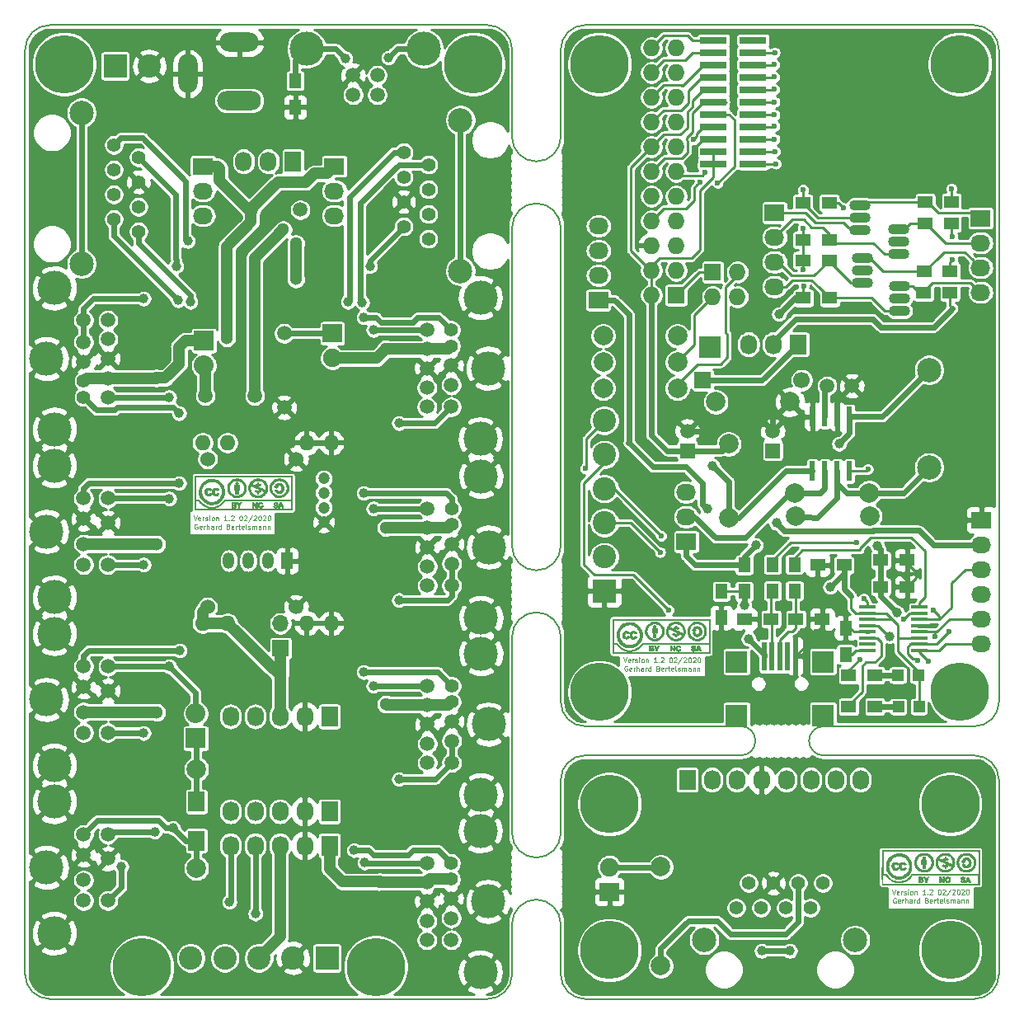
<source format=gtl>
G04 #@! TF.GenerationSoftware,KiCad,Pcbnew,5.1.5-52549c5~84~ubuntu18.04.1*
G04 #@! TF.CreationDate,2020-02-09T19:15:05+01:00*
G04 #@! TF.ProjectId,BPI-AddOn,4250492d-4164-4644-9f6e-2e6b69636164,rev?*
G04 #@! TF.SameCoordinates,Original*
G04 #@! TF.FileFunction,Copper,L1,Top*
G04 #@! TF.FilePolarity,Positive*
%FSLAX46Y46*%
G04 Gerber Fmt 4.6, Leading zero omitted, Abs format (unit mm)*
G04 Created by KiCad (PCBNEW 5.1.5-52549c5~84~ubuntu18.04.1) date 2020-02-09 19:15:05*
%MOMM*%
%LPD*%
G04 APERTURE LIST*
%ADD10C,0.150000*%
%ADD11C,0.125000*%
%ADD12C,0.002540*%
%ADD13O,1.700000X1.700000*%
%ADD14R,1.700000X1.700000*%
%ADD15C,1.501140*%
%ADD16C,1.500000*%
%ADD17C,2.500000*%
%ADD18C,1.400000*%
%ADD19O,1.198880X1.699260*%
%ADD20R,1.198880X1.699260*%
%ADD21R,1.727200X1.727200*%
%ADD22O,1.727200X1.727200*%
%ADD23C,6.000000*%
%ADD24C,3.500000*%
%ADD25R,2.032000X1.727200*%
%ADD26O,2.032000X1.727200*%
%ADD27R,1.727200X2.032000*%
%ADD28O,1.727200X2.032000*%
%ADD29C,2.400000*%
%ADD30R,2.400000X2.400000*%
%ADD31O,1.998980X4.000500*%
%ADD32O,4.000500X1.998980*%
%ADD33O,4.500880X1.998980*%
%ADD34R,1.300000X1.500000*%
%ADD35R,0.599440X1.998980*%
%ADD36R,2.790000X0.740000*%
%ADD37R,1.500000X1.500000*%
%ADD38C,1.699260*%
%ADD39R,1.699260X1.699260*%
%ADD40C,2.499360*%
%ADD41R,1.500000X1.300000*%
%ADD42R,1.198880X1.198880*%
%ADD43R,2.197100X2.197100*%
%ADD44R,0.497840X3.000000*%
%ADD45R,1.651000X0.406400*%
%ADD46R,2.032000X2.032000*%
%ADD47O,2.032000X2.032000*%
%ADD48R,1.700000X2.000000*%
%ADD49C,1.998980*%
%ADD50C,3.500120*%
%ADD51R,2.000000X1.900000*%
%ADD52C,1.900000*%
%ADD53O,2.200000X1.100000*%
%ADD54R,2.235200X2.235200*%
%ADD55O,1.600000X1.600000*%
%ADD56C,1.524000*%
%ADD57C,1.200000*%
%ADD58C,1.000000*%
%ADD59C,1.300000*%
%ADD60C,0.600000*%
%ADD61C,0.600000*%
%ADD62C,1.200000*%
%ADD63C,0.250000*%
%ADD64C,0.254000*%
G04 APERTURE END LIST*
D10*
X167000000Y-126500000D02*
X167000000Y-146500000D01*
X167000000Y-118500000D02*
X167000000Y-51500000D01*
X122000000Y-112500000D02*
X122000000Y-118500000D01*
X122000000Y-126500000D02*
X122000000Y-132000000D01*
D11*
X84288809Y-99364690D02*
X84455476Y-99864690D01*
X84622142Y-99364690D01*
X84979285Y-99840880D02*
X84931666Y-99864690D01*
X84836428Y-99864690D01*
X84788809Y-99840880D01*
X84765000Y-99793261D01*
X84765000Y-99602785D01*
X84788809Y-99555166D01*
X84836428Y-99531357D01*
X84931666Y-99531357D01*
X84979285Y-99555166D01*
X85003095Y-99602785D01*
X85003095Y-99650404D01*
X84765000Y-99698023D01*
X85217380Y-99864690D02*
X85217380Y-99531357D01*
X85217380Y-99626595D02*
X85241190Y-99578976D01*
X85265000Y-99555166D01*
X85312619Y-99531357D01*
X85360238Y-99531357D01*
X85503095Y-99840880D02*
X85550714Y-99864690D01*
X85645952Y-99864690D01*
X85693571Y-99840880D01*
X85717380Y-99793261D01*
X85717380Y-99769452D01*
X85693571Y-99721833D01*
X85645952Y-99698023D01*
X85574523Y-99698023D01*
X85526904Y-99674214D01*
X85503095Y-99626595D01*
X85503095Y-99602785D01*
X85526904Y-99555166D01*
X85574523Y-99531357D01*
X85645952Y-99531357D01*
X85693571Y-99555166D01*
X85931666Y-99864690D02*
X85931666Y-99531357D01*
X85931666Y-99364690D02*
X85907857Y-99388500D01*
X85931666Y-99412309D01*
X85955476Y-99388500D01*
X85931666Y-99364690D01*
X85931666Y-99412309D01*
X86241190Y-99864690D02*
X86193571Y-99840880D01*
X86169761Y-99817071D01*
X86145952Y-99769452D01*
X86145952Y-99626595D01*
X86169761Y-99578976D01*
X86193571Y-99555166D01*
X86241190Y-99531357D01*
X86312619Y-99531357D01*
X86360238Y-99555166D01*
X86384047Y-99578976D01*
X86407857Y-99626595D01*
X86407857Y-99769452D01*
X86384047Y-99817071D01*
X86360238Y-99840880D01*
X86312619Y-99864690D01*
X86241190Y-99864690D01*
X86622142Y-99531357D02*
X86622142Y-99864690D01*
X86622142Y-99578976D02*
X86645952Y-99555166D01*
X86693571Y-99531357D01*
X86765000Y-99531357D01*
X86812619Y-99555166D01*
X86836428Y-99602785D01*
X86836428Y-99864690D01*
X87717380Y-99864690D02*
X87431666Y-99864690D01*
X87574523Y-99864690D02*
X87574523Y-99364690D01*
X87526904Y-99436119D01*
X87479285Y-99483738D01*
X87431666Y-99507547D01*
X87931666Y-99817071D02*
X87955476Y-99840880D01*
X87931666Y-99864690D01*
X87907857Y-99840880D01*
X87931666Y-99817071D01*
X87931666Y-99864690D01*
X88145952Y-99412309D02*
X88169761Y-99388500D01*
X88217380Y-99364690D01*
X88336428Y-99364690D01*
X88384047Y-99388500D01*
X88407857Y-99412309D01*
X88431666Y-99459928D01*
X88431666Y-99507547D01*
X88407857Y-99578976D01*
X88122142Y-99864690D01*
X88431666Y-99864690D01*
X89122142Y-99364690D02*
X89169761Y-99364690D01*
X89217380Y-99388500D01*
X89241190Y-99412309D01*
X89265000Y-99459928D01*
X89288809Y-99555166D01*
X89288809Y-99674214D01*
X89265000Y-99769452D01*
X89241190Y-99817071D01*
X89217380Y-99840880D01*
X89169761Y-99864690D01*
X89122142Y-99864690D01*
X89074523Y-99840880D01*
X89050714Y-99817071D01*
X89026904Y-99769452D01*
X89003095Y-99674214D01*
X89003095Y-99555166D01*
X89026904Y-99459928D01*
X89050714Y-99412309D01*
X89074523Y-99388500D01*
X89122142Y-99364690D01*
X89479285Y-99412309D02*
X89503095Y-99388500D01*
X89550714Y-99364690D01*
X89669761Y-99364690D01*
X89717380Y-99388500D01*
X89741190Y-99412309D01*
X89765000Y-99459928D01*
X89765000Y-99507547D01*
X89741190Y-99578976D01*
X89455476Y-99864690D01*
X89765000Y-99864690D01*
X90336428Y-99340880D02*
X89907857Y-99983738D01*
X90479285Y-99412309D02*
X90503095Y-99388500D01*
X90550714Y-99364690D01*
X90669761Y-99364690D01*
X90717380Y-99388500D01*
X90741190Y-99412309D01*
X90765000Y-99459928D01*
X90765000Y-99507547D01*
X90741190Y-99578976D01*
X90455476Y-99864690D01*
X90765000Y-99864690D01*
X91074523Y-99364690D02*
X91122142Y-99364690D01*
X91169761Y-99388500D01*
X91193571Y-99412309D01*
X91217380Y-99459928D01*
X91241190Y-99555166D01*
X91241190Y-99674214D01*
X91217380Y-99769452D01*
X91193571Y-99817071D01*
X91169761Y-99840880D01*
X91122142Y-99864690D01*
X91074523Y-99864690D01*
X91026904Y-99840880D01*
X91003095Y-99817071D01*
X90979285Y-99769452D01*
X90955476Y-99674214D01*
X90955476Y-99555166D01*
X90979285Y-99459928D01*
X91003095Y-99412309D01*
X91026904Y-99388500D01*
X91074523Y-99364690D01*
X91431666Y-99412309D02*
X91455476Y-99388500D01*
X91503095Y-99364690D01*
X91622142Y-99364690D01*
X91669761Y-99388500D01*
X91693571Y-99412309D01*
X91717380Y-99459928D01*
X91717380Y-99507547D01*
X91693571Y-99578976D01*
X91407857Y-99864690D01*
X91717380Y-99864690D01*
X92026904Y-99364690D02*
X92074523Y-99364690D01*
X92122142Y-99388500D01*
X92145952Y-99412309D01*
X92169761Y-99459928D01*
X92193571Y-99555166D01*
X92193571Y-99674214D01*
X92169761Y-99769452D01*
X92145952Y-99817071D01*
X92122142Y-99840880D01*
X92074523Y-99864690D01*
X92026904Y-99864690D01*
X91979285Y-99840880D01*
X91955476Y-99817071D01*
X91931666Y-99769452D01*
X91907857Y-99674214D01*
X91907857Y-99555166D01*
X91931666Y-99459928D01*
X91955476Y-99412309D01*
X91979285Y-99388500D01*
X92026904Y-99364690D01*
X84681666Y-100263500D02*
X84634047Y-100239690D01*
X84562619Y-100239690D01*
X84491190Y-100263500D01*
X84443571Y-100311119D01*
X84419761Y-100358738D01*
X84395952Y-100453976D01*
X84395952Y-100525404D01*
X84419761Y-100620642D01*
X84443571Y-100668261D01*
X84491190Y-100715880D01*
X84562619Y-100739690D01*
X84610238Y-100739690D01*
X84681666Y-100715880D01*
X84705476Y-100692071D01*
X84705476Y-100525404D01*
X84610238Y-100525404D01*
X85110238Y-100715880D02*
X85062619Y-100739690D01*
X84967380Y-100739690D01*
X84919761Y-100715880D01*
X84895952Y-100668261D01*
X84895952Y-100477785D01*
X84919761Y-100430166D01*
X84967380Y-100406357D01*
X85062619Y-100406357D01*
X85110238Y-100430166D01*
X85134047Y-100477785D01*
X85134047Y-100525404D01*
X84895952Y-100573023D01*
X85348333Y-100739690D02*
X85348333Y-100406357D01*
X85348333Y-100501595D02*
X85372142Y-100453976D01*
X85395952Y-100430166D01*
X85443571Y-100406357D01*
X85491190Y-100406357D01*
X85657857Y-100739690D02*
X85657857Y-100239690D01*
X85872142Y-100739690D02*
X85872142Y-100477785D01*
X85848333Y-100430166D01*
X85800714Y-100406357D01*
X85729285Y-100406357D01*
X85681666Y-100430166D01*
X85657857Y-100453976D01*
X86324523Y-100739690D02*
X86324523Y-100477785D01*
X86300714Y-100430166D01*
X86253095Y-100406357D01*
X86157857Y-100406357D01*
X86110238Y-100430166D01*
X86324523Y-100715880D02*
X86276904Y-100739690D01*
X86157857Y-100739690D01*
X86110238Y-100715880D01*
X86086428Y-100668261D01*
X86086428Y-100620642D01*
X86110238Y-100573023D01*
X86157857Y-100549214D01*
X86276904Y-100549214D01*
X86324523Y-100525404D01*
X86562619Y-100739690D02*
X86562619Y-100406357D01*
X86562619Y-100501595D02*
X86586428Y-100453976D01*
X86610238Y-100430166D01*
X86657857Y-100406357D01*
X86705476Y-100406357D01*
X87086428Y-100739690D02*
X87086428Y-100239690D01*
X87086428Y-100715880D02*
X87038809Y-100739690D01*
X86943571Y-100739690D01*
X86895952Y-100715880D01*
X86872142Y-100692071D01*
X86848333Y-100644452D01*
X86848333Y-100501595D01*
X86872142Y-100453976D01*
X86895952Y-100430166D01*
X86943571Y-100406357D01*
X87038809Y-100406357D01*
X87086428Y-100430166D01*
X87872142Y-100477785D02*
X87943571Y-100501595D01*
X87967380Y-100525404D01*
X87991190Y-100573023D01*
X87991190Y-100644452D01*
X87967380Y-100692071D01*
X87943571Y-100715880D01*
X87895952Y-100739690D01*
X87705476Y-100739690D01*
X87705476Y-100239690D01*
X87872142Y-100239690D01*
X87919761Y-100263500D01*
X87943571Y-100287309D01*
X87967380Y-100334928D01*
X87967380Y-100382547D01*
X87943571Y-100430166D01*
X87919761Y-100453976D01*
X87872142Y-100477785D01*
X87705476Y-100477785D01*
X88395952Y-100715880D02*
X88348333Y-100739690D01*
X88253095Y-100739690D01*
X88205476Y-100715880D01*
X88181666Y-100668261D01*
X88181666Y-100477785D01*
X88205476Y-100430166D01*
X88253095Y-100406357D01*
X88348333Y-100406357D01*
X88395952Y-100430166D01*
X88419761Y-100477785D01*
X88419761Y-100525404D01*
X88181666Y-100573023D01*
X88634047Y-100739690D02*
X88634047Y-100406357D01*
X88634047Y-100501595D02*
X88657857Y-100453976D01*
X88681666Y-100430166D01*
X88729285Y-100406357D01*
X88776904Y-100406357D01*
X88872142Y-100406357D02*
X89062619Y-100406357D01*
X88943571Y-100239690D02*
X88943571Y-100668261D01*
X88967380Y-100715880D01*
X89015000Y-100739690D01*
X89062619Y-100739690D01*
X89419761Y-100715880D02*
X89372142Y-100739690D01*
X89276904Y-100739690D01*
X89229285Y-100715880D01*
X89205476Y-100668261D01*
X89205476Y-100477785D01*
X89229285Y-100430166D01*
X89276904Y-100406357D01*
X89372142Y-100406357D01*
X89419761Y-100430166D01*
X89443571Y-100477785D01*
X89443571Y-100525404D01*
X89205476Y-100573023D01*
X89729285Y-100739690D02*
X89681666Y-100715880D01*
X89657857Y-100668261D01*
X89657857Y-100239690D01*
X89895952Y-100715880D02*
X89943571Y-100739690D01*
X90038809Y-100739690D01*
X90086428Y-100715880D01*
X90110238Y-100668261D01*
X90110238Y-100644452D01*
X90086428Y-100596833D01*
X90038809Y-100573023D01*
X89967380Y-100573023D01*
X89919761Y-100549214D01*
X89895952Y-100501595D01*
X89895952Y-100477785D01*
X89919761Y-100430166D01*
X89967380Y-100406357D01*
X90038809Y-100406357D01*
X90086428Y-100430166D01*
X90324523Y-100739690D02*
X90324523Y-100406357D01*
X90324523Y-100453976D02*
X90348333Y-100430166D01*
X90395952Y-100406357D01*
X90467380Y-100406357D01*
X90515000Y-100430166D01*
X90538809Y-100477785D01*
X90538809Y-100739690D01*
X90538809Y-100477785D02*
X90562619Y-100430166D01*
X90610238Y-100406357D01*
X90681666Y-100406357D01*
X90729285Y-100430166D01*
X90753095Y-100477785D01*
X90753095Y-100739690D01*
X91205476Y-100739690D02*
X91205476Y-100477785D01*
X91181666Y-100430166D01*
X91134047Y-100406357D01*
X91038809Y-100406357D01*
X90991190Y-100430166D01*
X91205476Y-100715880D02*
X91157857Y-100739690D01*
X91038809Y-100739690D01*
X90991190Y-100715880D01*
X90967380Y-100668261D01*
X90967380Y-100620642D01*
X90991190Y-100573023D01*
X91038809Y-100549214D01*
X91157857Y-100549214D01*
X91205476Y-100525404D01*
X91443571Y-100406357D02*
X91443571Y-100739690D01*
X91443571Y-100453976D02*
X91467380Y-100430166D01*
X91515000Y-100406357D01*
X91586428Y-100406357D01*
X91634047Y-100430166D01*
X91657857Y-100477785D01*
X91657857Y-100739690D01*
X91895952Y-100406357D02*
X91895952Y-100739690D01*
X91895952Y-100453976D02*
X91919761Y-100430166D01*
X91967380Y-100406357D01*
X92038809Y-100406357D01*
X92086428Y-100430166D01*
X92110238Y-100477785D01*
X92110238Y-100739690D01*
X128434009Y-113944290D02*
X128600676Y-114444290D01*
X128767342Y-113944290D01*
X129124485Y-114420480D02*
X129076866Y-114444290D01*
X128981628Y-114444290D01*
X128934009Y-114420480D01*
X128910200Y-114372861D01*
X128910200Y-114182385D01*
X128934009Y-114134766D01*
X128981628Y-114110957D01*
X129076866Y-114110957D01*
X129124485Y-114134766D01*
X129148295Y-114182385D01*
X129148295Y-114230004D01*
X128910200Y-114277623D01*
X129362580Y-114444290D02*
X129362580Y-114110957D01*
X129362580Y-114206195D02*
X129386390Y-114158576D01*
X129410200Y-114134766D01*
X129457819Y-114110957D01*
X129505438Y-114110957D01*
X129648295Y-114420480D02*
X129695914Y-114444290D01*
X129791152Y-114444290D01*
X129838771Y-114420480D01*
X129862580Y-114372861D01*
X129862580Y-114349052D01*
X129838771Y-114301433D01*
X129791152Y-114277623D01*
X129719723Y-114277623D01*
X129672104Y-114253814D01*
X129648295Y-114206195D01*
X129648295Y-114182385D01*
X129672104Y-114134766D01*
X129719723Y-114110957D01*
X129791152Y-114110957D01*
X129838771Y-114134766D01*
X130076866Y-114444290D02*
X130076866Y-114110957D01*
X130076866Y-113944290D02*
X130053057Y-113968100D01*
X130076866Y-113991909D01*
X130100676Y-113968100D01*
X130076866Y-113944290D01*
X130076866Y-113991909D01*
X130386390Y-114444290D02*
X130338771Y-114420480D01*
X130314961Y-114396671D01*
X130291152Y-114349052D01*
X130291152Y-114206195D01*
X130314961Y-114158576D01*
X130338771Y-114134766D01*
X130386390Y-114110957D01*
X130457819Y-114110957D01*
X130505438Y-114134766D01*
X130529247Y-114158576D01*
X130553057Y-114206195D01*
X130553057Y-114349052D01*
X130529247Y-114396671D01*
X130505438Y-114420480D01*
X130457819Y-114444290D01*
X130386390Y-114444290D01*
X130767342Y-114110957D02*
X130767342Y-114444290D01*
X130767342Y-114158576D02*
X130791152Y-114134766D01*
X130838771Y-114110957D01*
X130910200Y-114110957D01*
X130957819Y-114134766D01*
X130981628Y-114182385D01*
X130981628Y-114444290D01*
X131862580Y-114444290D02*
X131576866Y-114444290D01*
X131719723Y-114444290D02*
X131719723Y-113944290D01*
X131672104Y-114015719D01*
X131624485Y-114063338D01*
X131576866Y-114087147D01*
X132076866Y-114396671D02*
X132100676Y-114420480D01*
X132076866Y-114444290D01*
X132053057Y-114420480D01*
X132076866Y-114396671D01*
X132076866Y-114444290D01*
X132291152Y-113991909D02*
X132314961Y-113968100D01*
X132362580Y-113944290D01*
X132481628Y-113944290D01*
X132529247Y-113968100D01*
X132553057Y-113991909D01*
X132576866Y-114039528D01*
X132576866Y-114087147D01*
X132553057Y-114158576D01*
X132267342Y-114444290D01*
X132576866Y-114444290D01*
X133267342Y-113944290D02*
X133314961Y-113944290D01*
X133362580Y-113968100D01*
X133386390Y-113991909D01*
X133410200Y-114039528D01*
X133434009Y-114134766D01*
X133434009Y-114253814D01*
X133410200Y-114349052D01*
X133386390Y-114396671D01*
X133362580Y-114420480D01*
X133314961Y-114444290D01*
X133267342Y-114444290D01*
X133219723Y-114420480D01*
X133195914Y-114396671D01*
X133172104Y-114349052D01*
X133148295Y-114253814D01*
X133148295Y-114134766D01*
X133172104Y-114039528D01*
X133195914Y-113991909D01*
X133219723Y-113968100D01*
X133267342Y-113944290D01*
X133624485Y-113991909D02*
X133648295Y-113968100D01*
X133695914Y-113944290D01*
X133814961Y-113944290D01*
X133862580Y-113968100D01*
X133886390Y-113991909D01*
X133910200Y-114039528D01*
X133910200Y-114087147D01*
X133886390Y-114158576D01*
X133600676Y-114444290D01*
X133910200Y-114444290D01*
X134481628Y-113920480D02*
X134053057Y-114563338D01*
X134624485Y-113991909D02*
X134648295Y-113968100D01*
X134695914Y-113944290D01*
X134814961Y-113944290D01*
X134862580Y-113968100D01*
X134886390Y-113991909D01*
X134910200Y-114039528D01*
X134910200Y-114087147D01*
X134886390Y-114158576D01*
X134600676Y-114444290D01*
X134910200Y-114444290D01*
X135219723Y-113944290D02*
X135267342Y-113944290D01*
X135314961Y-113968100D01*
X135338771Y-113991909D01*
X135362580Y-114039528D01*
X135386390Y-114134766D01*
X135386390Y-114253814D01*
X135362580Y-114349052D01*
X135338771Y-114396671D01*
X135314961Y-114420480D01*
X135267342Y-114444290D01*
X135219723Y-114444290D01*
X135172104Y-114420480D01*
X135148295Y-114396671D01*
X135124485Y-114349052D01*
X135100676Y-114253814D01*
X135100676Y-114134766D01*
X135124485Y-114039528D01*
X135148295Y-113991909D01*
X135172104Y-113968100D01*
X135219723Y-113944290D01*
X135576866Y-113991909D02*
X135600676Y-113968100D01*
X135648295Y-113944290D01*
X135767342Y-113944290D01*
X135814961Y-113968100D01*
X135838771Y-113991909D01*
X135862580Y-114039528D01*
X135862580Y-114087147D01*
X135838771Y-114158576D01*
X135553057Y-114444290D01*
X135862580Y-114444290D01*
X136172104Y-113944290D02*
X136219723Y-113944290D01*
X136267342Y-113968100D01*
X136291152Y-113991909D01*
X136314961Y-114039528D01*
X136338771Y-114134766D01*
X136338771Y-114253814D01*
X136314961Y-114349052D01*
X136291152Y-114396671D01*
X136267342Y-114420480D01*
X136219723Y-114444290D01*
X136172104Y-114444290D01*
X136124485Y-114420480D01*
X136100676Y-114396671D01*
X136076866Y-114349052D01*
X136053057Y-114253814D01*
X136053057Y-114134766D01*
X136076866Y-114039528D01*
X136100676Y-113991909D01*
X136124485Y-113968100D01*
X136172104Y-113944290D01*
X128826866Y-114843100D02*
X128779247Y-114819290D01*
X128707819Y-114819290D01*
X128636390Y-114843100D01*
X128588771Y-114890719D01*
X128564961Y-114938338D01*
X128541152Y-115033576D01*
X128541152Y-115105004D01*
X128564961Y-115200242D01*
X128588771Y-115247861D01*
X128636390Y-115295480D01*
X128707819Y-115319290D01*
X128755438Y-115319290D01*
X128826866Y-115295480D01*
X128850676Y-115271671D01*
X128850676Y-115105004D01*
X128755438Y-115105004D01*
X129255438Y-115295480D02*
X129207819Y-115319290D01*
X129112580Y-115319290D01*
X129064961Y-115295480D01*
X129041152Y-115247861D01*
X129041152Y-115057385D01*
X129064961Y-115009766D01*
X129112580Y-114985957D01*
X129207819Y-114985957D01*
X129255438Y-115009766D01*
X129279247Y-115057385D01*
X129279247Y-115105004D01*
X129041152Y-115152623D01*
X129493533Y-115319290D02*
X129493533Y-114985957D01*
X129493533Y-115081195D02*
X129517342Y-115033576D01*
X129541152Y-115009766D01*
X129588771Y-114985957D01*
X129636390Y-114985957D01*
X129803057Y-115319290D02*
X129803057Y-114819290D01*
X130017342Y-115319290D02*
X130017342Y-115057385D01*
X129993533Y-115009766D01*
X129945914Y-114985957D01*
X129874485Y-114985957D01*
X129826866Y-115009766D01*
X129803057Y-115033576D01*
X130469723Y-115319290D02*
X130469723Y-115057385D01*
X130445914Y-115009766D01*
X130398295Y-114985957D01*
X130303057Y-114985957D01*
X130255438Y-115009766D01*
X130469723Y-115295480D02*
X130422104Y-115319290D01*
X130303057Y-115319290D01*
X130255438Y-115295480D01*
X130231628Y-115247861D01*
X130231628Y-115200242D01*
X130255438Y-115152623D01*
X130303057Y-115128814D01*
X130422104Y-115128814D01*
X130469723Y-115105004D01*
X130707819Y-115319290D02*
X130707819Y-114985957D01*
X130707819Y-115081195D02*
X130731628Y-115033576D01*
X130755438Y-115009766D01*
X130803057Y-114985957D01*
X130850676Y-114985957D01*
X131231628Y-115319290D02*
X131231628Y-114819290D01*
X131231628Y-115295480D02*
X131184009Y-115319290D01*
X131088771Y-115319290D01*
X131041152Y-115295480D01*
X131017342Y-115271671D01*
X130993533Y-115224052D01*
X130993533Y-115081195D01*
X131017342Y-115033576D01*
X131041152Y-115009766D01*
X131088771Y-114985957D01*
X131184009Y-114985957D01*
X131231628Y-115009766D01*
X132017342Y-115057385D02*
X132088771Y-115081195D01*
X132112580Y-115105004D01*
X132136390Y-115152623D01*
X132136390Y-115224052D01*
X132112580Y-115271671D01*
X132088771Y-115295480D01*
X132041152Y-115319290D01*
X131850676Y-115319290D01*
X131850676Y-114819290D01*
X132017342Y-114819290D01*
X132064961Y-114843100D01*
X132088771Y-114866909D01*
X132112580Y-114914528D01*
X132112580Y-114962147D01*
X132088771Y-115009766D01*
X132064961Y-115033576D01*
X132017342Y-115057385D01*
X131850676Y-115057385D01*
X132541152Y-115295480D02*
X132493533Y-115319290D01*
X132398295Y-115319290D01*
X132350676Y-115295480D01*
X132326866Y-115247861D01*
X132326866Y-115057385D01*
X132350676Y-115009766D01*
X132398295Y-114985957D01*
X132493533Y-114985957D01*
X132541152Y-115009766D01*
X132564961Y-115057385D01*
X132564961Y-115105004D01*
X132326866Y-115152623D01*
X132779247Y-115319290D02*
X132779247Y-114985957D01*
X132779247Y-115081195D02*
X132803057Y-115033576D01*
X132826866Y-115009766D01*
X132874485Y-114985957D01*
X132922104Y-114985957D01*
X133017342Y-114985957D02*
X133207819Y-114985957D01*
X133088771Y-114819290D02*
X133088771Y-115247861D01*
X133112580Y-115295480D01*
X133160200Y-115319290D01*
X133207819Y-115319290D01*
X133564961Y-115295480D02*
X133517342Y-115319290D01*
X133422104Y-115319290D01*
X133374485Y-115295480D01*
X133350676Y-115247861D01*
X133350676Y-115057385D01*
X133374485Y-115009766D01*
X133422104Y-114985957D01*
X133517342Y-114985957D01*
X133564961Y-115009766D01*
X133588771Y-115057385D01*
X133588771Y-115105004D01*
X133350676Y-115152623D01*
X133874485Y-115319290D02*
X133826866Y-115295480D01*
X133803057Y-115247861D01*
X133803057Y-114819290D01*
X134041152Y-115295480D02*
X134088771Y-115319290D01*
X134184009Y-115319290D01*
X134231628Y-115295480D01*
X134255438Y-115247861D01*
X134255438Y-115224052D01*
X134231628Y-115176433D01*
X134184009Y-115152623D01*
X134112580Y-115152623D01*
X134064961Y-115128814D01*
X134041152Y-115081195D01*
X134041152Y-115057385D01*
X134064961Y-115009766D01*
X134112580Y-114985957D01*
X134184009Y-114985957D01*
X134231628Y-115009766D01*
X134469723Y-115319290D02*
X134469723Y-114985957D01*
X134469723Y-115033576D02*
X134493533Y-115009766D01*
X134541152Y-114985957D01*
X134612580Y-114985957D01*
X134660200Y-115009766D01*
X134684009Y-115057385D01*
X134684009Y-115319290D01*
X134684009Y-115057385D02*
X134707819Y-115009766D01*
X134755438Y-114985957D01*
X134826866Y-114985957D01*
X134874485Y-115009766D01*
X134898295Y-115057385D01*
X134898295Y-115319290D01*
X135350676Y-115319290D02*
X135350676Y-115057385D01*
X135326866Y-115009766D01*
X135279247Y-114985957D01*
X135184009Y-114985957D01*
X135136390Y-115009766D01*
X135350676Y-115295480D02*
X135303057Y-115319290D01*
X135184009Y-115319290D01*
X135136390Y-115295480D01*
X135112580Y-115247861D01*
X135112580Y-115200242D01*
X135136390Y-115152623D01*
X135184009Y-115128814D01*
X135303057Y-115128814D01*
X135350676Y-115105004D01*
X135588771Y-114985957D02*
X135588771Y-115319290D01*
X135588771Y-115033576D02*
X135612580Y-115009766D01*
X135660200Y-114985957D01*
X135731628Y-114985957D01*
X135779247Y-115009766D01*
X135803057Y-115057385D01*
X135803057Y-115319290D01*
X136041152Y-114985957D02*
X136041152Y-115319290D01*
X136041152Y-115033576D02*
X136064961Y-115009766D01*
X136112580Y-114985957D01*
X136184009Y-114985957D01*
X136231628Y-115009766D01*
X136255438Y-115057385D01*
X136255438Y-115319290D01*
X156023809Y-137769490D02*
X156190476Y-138269490D01*
X156357142Y-137769490D01*
X156714285Y-138245680D02*
X156666666Y-138269490D01*
X156571428Y-138269490D01*
X156523809Y-138245680D01*
X156500000Y-138198061D01*
X156500000Y-138007585D01*
X156523809Y-137959966D01*
X156571428Y-137936157D01*
X156666666Y-137936157D01*
X156714285Y-137959966D01*
X156738095Y-138007585D01*
X156738095Y-138055204D01*
X156500000Y-138102823D01*
X156952380Y-138269490D02*
X156952380Y-137936157D01*
X156952380Y-138031395D02*
X156976190Y-137983776D01*
X157000000Y-137959966D01*
X157047619Y-137936157D01*
X157095238Y-137936157D01*
X157238095Y-138245680D02*
X157285714Y-138269490D01*
X157380952Y-138269490D01*
X157428571Y-138245680D01*
X157452380Y-138198061D01*
X157452380Y-138174252D01*
X157428571Y-138126633D01*
X157380952Y-138102823D01*
X157309523Y-138102823D01*
X157261904Y-138079014D01*
X157238095Y-138031395D01*
X157238095Y-138007585D01*
X157261904Y-137959966D01*
X157309523Y-137936157D01*
X157380952Y-137936157D01*
X157428571Y-137959966D01*
X157666666Y-138269490D02*
X157666666Y-137936157D01*
X157666666Y-137769490D02*
X157642857Y-137793300D01*
X157666666Y-137817109D01*
X157690476Y-137793300D01*
X157666666Y-137769490D01*
X157666666Y-137817109D01*
X157976190Y-138269490D02*
X157928571Y-138245680D01*
X157904761Y-138221871D01*
X157880952Y-138174252D01*
X157880952Y-138031395D01*
X157904761Y-137983776D01*
X157928571Y-137959966D01*
X157976190Y-137936157D01*
X158047619Y-137936157D01*
X158095238Y-137959966D01*
X158119047Y-137983776D01*
X158142857Y-138031395D01*
X158142857Y-138174252D01*
X158119047Y-138221871D01*
X158095238Y-138245680D01*
X158047619Y-138269490D01*
X157976190Y-138269490D01*
X158357142Y-137936157D02*
X158357142Y-138269490D01*
X158357142Y-137983776D02*
X158380952Y-137959966D01*
X158428571Y-137936157D01*
X158500000Y-137936157D01*
X158547619Y-137959966D01*
X158571428Y-138007585D01*
X158571428Y-138269490D01*
X159452380Y-138269490D02*
X159166666Y-138269490D01*
X159309523Y-138269490D02*
X159309523Y-137769490D01*
X159261904Y-137840919D01*
X159214285Y-137888538D01*
X159166666Y-137912347D01*
X159666666Y-138221871D02*
X159690476Y-138245680D01*
X159666666Y-138269490D01*
X159642857Y-138245680D01*
X159666666Y-138221871D01*
X159666666Y-138269490D01*
X159880952Y-137817109D02*
X159904761Y-137793300D01*
X159952380Y-137769490D01*
X160071428Y-137769490D01*
X160119047Y-137793300D01*
X160142857Y-137817109D01*
X160166666Y-137864728D01*
X160166666Y-137912347D01*
X160142857Y-137983776D01*
X159857142Y-138269490D01*
X160166666Y-138269490D01*
X160857142Y-137769490D02*
X160904761Y-137769490D01*
X160952380Y-137793300D01*
X160976190Y-137817109D01*
X161000000Y-137864728D01*
X161023809Y-137959966D01*
X161023809Y-138079014D01*
X161000000Y-138174252D01*
X160976190Y-138221871D01*
X160952380Y-138245680D01*
X160904761Y-138269490D01*
X160857142Y-138269490D01*
X160809523Y-138245680D01*
X160785714Y-138221871D01*
X160761904Y-138174252D01*
X160738095Y-138079014D01*
X160738095Y-137959966D01*
X160761904Y-137864728D01*
X160785714Y-137817109D01*
X160809523Y-137793300D01*
X160857142Y-137769490D01*
X161214285Y-137817109D02*
X161238095Y-137793300D01*
X161285714Y-137769490D01*
X161404761Y-137769490D01*
X161452380Y-137793300D01*
X161476190Y-137817109D01*
X161500000Y-137864728D01*
X161500000Y-137912347D01*
X161476190Y-137983776D01*
X161190476Y-138269490D01*
X161500000Y-138269490D01*
X162071428Y-137745680D02*
X161642857Y-138388538D01*
X162214285Y-137817109D02*
X162238095Y-137793300D01*
X162285714Y-137769490D01*
X162404761Y-137769490D01*
X162452380Y-137793300D01*
X162476190Y-137817109D01*
X162500000Y-137864728D01*
X162500000Y-137912347D01*
X162476190Y-137983776D01*
X162190476Y-138269490D01*
X162500000Y-138269490D01*
X162809523Y-137769490D02*
X162857142Y-137769490D01*
X162904761Y-137793300D01*
X162928571Y-137817109D01*
X162952380Y-137864728D01*
X162976190Y-137959966D01*
X162976190Y-138079014D01*
X162952380Y-138174252D01*
X162928571Y-138221871D01*
X162904761Y-138245680D01*
X162857142Y-138269490D01*
X162809523Y-138269490D01*
X162761904Y-138245680D01*
X162738095Y-138221871D01*
X162714285Y-138174252D01*
X162690476Y-138079014D01*
X162690476Y-137959966D01*
X162714285Y-137864728D01*
X162738095Y-137817109D01*
X162761904Y-137793300D01*
X162809523Y-137769490D01*
X163166666Y-137817109D02*
X163190476Y-137793300D01*
X163238095Y-137769490D01*
X163357142Y-137769490D01*
X163404761Y-137793300D01*
X163428571Y-137817109D01*
X163452380Y-137864728D01*
X163452380Y-137912347D01*
X163428571Y-137983776D01*
X163142857Y-138269490D01*
X163452380Y-138269490D01*
X163761904Y-137769490D02*
X163809523Y-137769490D01*
X163857142Y-137793300D01*
X163880952Y-137817109D01*
X163904761Y-137864728D01*
X163928571Y-137959966D01*
X163928571Y-138079014D01*
X163904761Y-138174252D01*
X163880952Y-138221871D01*
X163857142Y-138245680D01*
X163809523Y-138269490D01*
X163761904Y-138269490D01*
X163714285Y-138245680D01*
X163690476Y-138221871D01*
X163666666Y-138174252D01*
X163642857Y-138079014D01*
X163642857Y-137959966D01*
X163666666Y-137864728D01*
X163690476Y-137817109D01*
X163714285Y-137793300D01*
X163761904Y-137769490D01*
X156416666Y-138668300D02*
X156369047Y-138644490D01*
X156297619Y-138644490D01*
X156226190Y-138668300D01*
X156178571Y-138715919D01*
X156154761Y-138763538D01*
X156130952Y-138858776D01*
X156130952Y-138930204D01*
X156154761Y-139025442D01*
X156178571Y-139073061D01*
X156226190Y-139120680D01*
X156297619Y-139144490D01*
X156345238Y-139144490D01*
X156416666Y-139120680D01*
X156440476Y-139096871D01*
X156440476Y-138930204D01*
X156345238Y-138930204D01*
X156845238Y-139120680D02*
X156797619Y-139144490D01*
X156702380Y-139144490D01*
X156654761Y-139120680D01*
X156630952Y-139073061D01*
X156630952Y-138882585D01*
X156654761Y-138834966D01*
X156702380Y-138811157D01*
X156797619Y-138811157D01*
X156845238Y-138834966D01*
X156869047Y-138882585D01*
X156869047Y-138930204D01*
X156630952Y-138977823D01*
X157083333Y-139144490D02*
X157083333Y-138811157D01*
X157083333Y-138906395D02*
X157107142Y-138858776D01*
X157130952Y-138834966D01*
X157178571Y-138811157D01*
X157226190Y-138811157D01*
X157392857Y-139144490D02*
X157392857Y-138644490D01*
X157607142Y-139144490D02*
X157607142Y-138882585D01*
X157583333Y-138834966D01*
X157535714Y-138811157D01*
X157464285Y-138811157D01*
X157416666Y-138834966D01*
X157392857Y-138858776D01*
X158059523Y-139144490D02*
X158059523Y-138882585D01*
X158035714Y-138834966D01*
X157988095Y-138811157D01*
X157892857Y-138811157D01*
X157845238Y-138834966D01*
X158059523Y-139120680D02*
X158011904Y-139144490D01*
X157892857Y-139144490D01*
X157845238Y-139120680D01*
X157821428Y-139073061D01*
X157821428Y-139025442D01*
X157845238Y-138977823D01*
X157892857Y-138954014D01*
X158011904Y-138954014D01*
X158059523Y-138930204D01*
X158297619Y-139144490D02*
X158297619Y-138811157D01*
X158297619Y-138906395D02*
X158321428Y-138858776D01*
X158345238Y-138834966D01*
X158392857Y-138811157D01*
X158440476Y-138811157D01*
X158821428Y-139144490D02*
X158821428Y-138644490D01*
X158821428Y-139120680D02*
X158773809Y-139144490D01*
X158678571Y-139144490D01*
X158630952Y-139120680D01*
X158607142Y-139096871D01*
X158583333Y-139049252D01*
X158583333Y-138906395D01*
X158607142Y-138858776D01*
X158630952Y-138834966D01*
X158678571Y-138811157D01*
X158773809Y-138811157D01*
X158821428Y-138834966D01*
X159607142Y-138882585D02*
X159678571Y-138906395D01*
X159702380Y-138930204D01*
X159726190Y-138977823D01*
X159726190Y-139049252D01*
X159702380Y-139096871D01*
X159678571Y-139120680D01*
X159630952Y-139144490D01*
X159440476Y-139144490D01*
X159440476Y-138644490D01*
X159607142Y-138644490D01*
X159654761Y-138668300D01*
X159678571Y-138692109D01*
X159702380Y-138739728D01*
X159702380Y-138787347D01*
X159678571Y-138834966D01*
X159654761Y-138858776D01*
X159607142Y-138882585D01*
X159440476Y-138882585D01*
X160130952Y-139120680D02*
X160083333Y-139144490D01*
X159988095Y-139144490D01*
X159940476Y-139120680D01*
X159916666Y-139073061D01*
X159916666Y-138882585D01*
X159940476Y-138834966D01*
X159988095Y-138811157D01*
X160083333Y-138811157D01*
X160130952Y-138834966D01*
X160154761Y-138882585D01*
X160154761Y-138930204D01*
X159916666Y-138977823D01*
X160369047Y-139144490D02*
X160369047Y-138811157D01*
X160369047Y-138906395D02*
X160392857Y-138858776D01*
X160416666Y-138834966D01*
X160464285Y-138811157D01*
X160511904Y-138811157D01*
X160607142Y-138811157D02*
X160797619Y-138811157D01*
X160678571Y-138644490D02*
X160678571Y-139073061D01*
X160702380Y-139120680D01*
X160750000Y-139144490D01*
X160797619Y-139144490D01*
X161154761Y-139120680D02*
X161107142Y-139144490D01*
X161011904Y-139144490D01*
X160964285Y-139120680D01*
X160940476Y-139073061D01*
X160940476Y-138882585D01*
X160964285Y-138834966D01*
X161011904Y-138811157D01*
X161107142Y-138811157D01*
X161154761Y-138834966D01*
X161178571Y-138882585D01*
X161178571Y-138930204D01*
X160940476Y-138977823D01*
X161464285Y-139144490D02*
X161416666Y-139120680D01*
X161392857Y-139073061D01*
X161392857Y-138644490D01*
X161630952Y-139120680D02*
X161678571Y-139144490D01*
X161773809Y-139144490D01*
X161821428Y-139120680D01*
X161845238Y-139073061D01*
X161845238Y-139049252D01*
X161821428Y-139001633D01*
X161773809Y-138977823D01*
X161702380Y-138977823D01*
X161654761Y-138954014D01*
X161630952Y-138906395D01*
X161630952Y-138882585D01*
X161654761Y-138834966D01*
X161702380Y-138811157D01*
X161773809Y-138811157D01*
X161821428Y-138834966D01*
X162059523Y-139144490D02*
X162059523Y-138811157D01*
X162059523Y-138858776D02*
X162083333Y-138834966D01*
X162130952Y-138811157D01*
X162202380Y-138811157D01*
X162250000Y-138834966D01*
X162273809Y-138882585D01*
X162273809Y-139144490D01*
X162273809Y-138882585D02*
X162297619Y-138834966D01*
X162345238Y-138811157D01*
X162416666Y-138811157D01*
X162464285Y-138834966D01*
X162488095Y-138882585D01*
X162488095Y-139144490D01*
X162940476Y-139144490D02*
X162940476Y-138882585D01*
X162916666Y-138834966D01*
X162869047Y-138811157D01*
X162773809Y-138811157D01*
X162726190Y-138834966D01*
X162940476Y-139120680D02*
X162892857Y-139144490D01*
X162773809Y-139144490D01*
X162726190Y-139120680D01*
X162702380Y-139073061D01*
X162702380Y-139025442D01*
X162726190Y-138977823D01*
X162773809Y-138954014D01*
X162892857Y-138954014D01*
X162940476Y-138930204D01*
X163178571Y-138811157D02*
X163178571Y-139144490D01*
X163178571Y-138858776D02*
X163202380Y-138834966D01*
X163250000Y-138811157D01*
X163321428Y-138811157D01*
X163369047Y-138834966D01*
X163392857Y-138882585D01*
X163392857Y-139144490D01*
X163630952Y-138811157D02*
X163630952Y-139144490D01*
X163630952Y-138858776D02*
X163654761Y-138834966D01*
X163702380Y-138811157D01*
X163773809Y-138811157D01*
X163821428Y-138834966D01*
X163845238Y-138882585D01*
X163845238Y-139144490D01*
D10*
X117000000Y-69800000D02*
X117000000Y-102500000D01*
X122000000Y-102500000D02*
X122000000Y-69800000D01*
X117000000Y-112500000D02*
X117000000Y-111800000D01*
X122000000Y-112500000D02*
X122000000Y-111800000D01*
X117000000Y-146500000D02*
X117000000Y-141300000D01*
X122000000Y-141300000D02*
X122000000Y-146500000D01*
X117000000Y-129500000D02*
X117000000Y-132000000D01*
X117000000Y-112500000D02*
X117000000Y-129500000D01*
X117000000Y-102500000D02*
G75*
G03X119500000Y-105000000I2500000J0D01*
G01*
X119500000Y-105000000D02*
G75*
G03X122000000Y-102500000I0J2500000D01*
G01*
X119500000Y-109300000D02*
G75*
G03X117000000Y-111800000I0J-2500000D01*
G01*
X122000000Y-111800000D02*
G75*
G03X119500000Y-109300000I-2500000J0D01*
G01*
X149000000Y-124000000D02*
X164500000Y-124000000D01*
X167000000Y-126500000D02*
G75*
G03X164500000Y-124000000I-2500000J0D01*
G01*
X149000000Y-121000000D02*
X164500000Y-121000000D01*
X124500000Y-124000000D02*
X140500000Y-124000000D01*
X124500000Y-121000000D02*
X140500000Y-121000000D01*
X164500000Y-121000000D02*
G75*
G03X167000000Y-118500000I0J2500000D01*
G01*
X147500000Y-122500000D02*
G75*
G03X149000000Y-124000000I1500000J0D01*
G01*
X149000000Y-121000000D02*
G75*
G03X147500000Y-122500000I0J-1500000D01*
G01*
X140500000Y-124000000D02*
G75*
G03X142000000Y-122500000I0J1500000D01*
G01*
X142000000Y-122500000D02*
G75*
G03X140500000Y-121000000I-1500000J0D01*
G01*
X122000000Y-118500000D02*
G75*
G03X124500000Y-121000000I2500000J0D01*
G01*
X124500000Y-124000000D02*
G75*
G03X122000000Y-126500000I0J-2500000D01*
G01*
X119500000Y-67300000D02*
G75*
G03X117000000Y-69800000I0J-2500000D01*
G01*
X122000000Y-69800000D02*
G75*
G03X119500000Y-67300000I-2500000J0D01*
G01*
X117000000Y-132000000D02*
G75*
G03X119500000Y-134500000I2500000J0D01*
G01*
X119500000Y-134500000D02*
G75*
G03X122000000Y-132000000I0J2500000D01*
G01*
X122000000Y-60500000D02*
X122000000Y-51500000D01*
X119500000Y-63000000D02*
G75*
G03X122000000Y-60500000I0J2500000D01*
G01*
X117000000Y-60500000D02*
G75*
G03X119500000Y-63000000I2500000J0D01*
G01*
X124500000Y-49000000D02*
G75*
G03X122000000Y-51500000I0J-2500000D01*
G01*
X119500000Y-138800000D02*
G75*
G03X117000000Y-141300000I0J-2500000D01*
G01*
X122000000Y-141300000D02*
G75*
G03X119500000Y-138800000I-2500000J0D01*
G01*
X117000000Y-51500000D02*
X117000000Y-60500000D01*
X124500000Y-49000000D02*
X164500000Y-49000000D01*
X124500000Y-149000000D02*
X164500000Y-149000000D01*
X122000000Y-146500000D02*
G75*
G03X124500000Y-149000000I2500000J0D01*
G01*
X117000000Y-51500000D02*
G75*
G03X114500000Y-49000000I-2500000J0D01*
G01*
X114500000Y-149000000D02*
G75*
G03X117000000Y-146500000I0J2500000D01*
G01*
X67000000Y-146500000D02*
G75*
G03X69500000Y-149000000I2500000J0D01*
G01*
X164500000Y-149000000D02*
G75*
G03X167000000Y-146500000I0J2500000D01*
G01*
X69500000Y-49000000D02*
G75*
G03X67000000Y-51500000I0J-2500000D01*
G01*
X167000000Y-51500000D02*
G75*
G03X164500000Y-49000000I-2500000J0D01*
G01*
X67000000Y-146500000D02*
X67000000Y-51500000D01*
X69500000Y-149000000D02*
X114500000Y-149000000D01*
X69500000Y-49000000D02*
X114500000Y-49000000D01*
D12*
G36*
X94406720Y-98778060D02*
G01*
X94317820Y-98778060D01*
X94317820Y-97726500D01*
X94317820Y-96578420D01*
X94317820Y-95427800D01*
X94287340Y-95397320D01*
X94259400Y-95369380D01*
X89408000Y-95369380D01*
X84556600Y-95369380D01*
X84528660Y-95397320D01*
X84498180Y-95427800D01*
X84498180Y-96578420D01*
X84498180Y-97726500D01*
X84675980Y-97726500D01*
X84853780Y-97726500D01*
X84919820Y-97828100D01*
X85016340Y-97960180D01*
X85128100Y-98079560D01*
X85252560Y-98186240D01*
X85389720Y-98280220D01*
X85534500Y-98358960D01*
X85689440Y-98419920D01*
X85852000Y-98465640D01*
X85981540Y-98485960D01*
X86047580Y-98491040D01*
X86128860Y-98493580D01*
X86215220Y-98491040D01*
X86301580Y-98483420D01*
X86380320Y-98475800D01*
X86426040Y-98468180D01*
X86596220Y-98422460D01*
X86753700Y-98364040D01*
X86903560Y-98285300D01*
X87040720Y-98191320D01*
X87170260Y-98077020D01*
X87223600Y-98023680D01*
X87266780Y-97975420D01*
X87312500Y-97919540D01*
X87353140Y-97866200D01*
X87378540Y-97828100D01*
X87444580Y-97729040D01*
X90878660Y-97726500D01*
X94317820Y-97726500D01*
X94317820Y-98778060D01*
X94307660Y-98778060D01*
X94307660Y-98696780D01*
X94307660Y-98257360D01*
X94307660Y-97817940D01*
X90906600Y-97817940D01*
X87510620Y-97817940D01*
X87447120Y-97909380D01*
X87370920Y-98016060D01*
X87297260Y-98110040D01*
X87218520Y-98188780D01*
X87137240Y-98254820D01*
X87045800Y-98318320D01*
X86977220Y-98358960D01*
X86868000Y-98414840D01*
X86771480Y-98460560D01*
X86680040Y-98496120D01*
X86586060Y-98526600D01*
X86489540Y-98552000D01*
X86484460Y-98552000D01*
X86339680Y-98577400D01*
X86207600Y-98590100D01*
X86078060Y-98590100D01*
X85945980Y-98577400D01*
X85811360Y-98552000D01*
X85658960Y-98506280D01*
X85506560Y-98440240D01*
X85349080Y-98356420D01*
X85191600Y-98252280D01*
X85138260Y-98214180D01*
X85097620Y-98181160D01*
X85051900Y-98135440D01*
X85001100Y-98084640D01*
X84947760Y-98028760D01*
X84899500Y-97972880D01*
X84856320Y-97922080D01*
X84823300Y-97876360D01*
X84808060Y-97848420D01*
X84790280Y-97817940D01*
X84640420Y-97817940D01*
X84488020Y-97817940D01*
X84488020Y-98257360D01*
X84488020Y-98696780D01*
X89400380Y-98696780D01*
X94307660Y-98696780D01*
X94307660Y-98778060D01*
X89413080Y-98778060D01*
X84421980Y-98778060D01*
X84414360Y-98633280D01*
X84414360Y-98605340D01*
X84411820Y-98559620D01*
X84411820Y-98496120D01*
X84411820Y-98417380D01*
X84411820Y-98325940D01*
X84409280Y-98224340D01*
X84409280Y-98107500D01*
X84409280Y-97983040D01*
X84409280Y-97850960D01*
X84409280Y-97708720D01*
X84409280Y-97561400D01*
X84409280Y-97409000D01*
X84409280Y-97254060D01*
X84409280Y-97096580D01*
X84411820Y-96941640D01*
X84411820Y-96781620D01*
X84411820Y-96624140D01*
X84411820Y-96471740D01*
X84411820Y-96319340D01*
X84414360Y-96174560D01*
X84414360Y-96037400D01*
X84414360Y-95907860D01*
X84414360Y-95785940D01*
X84416900Y-95674180D01*
X84416900Y-95575120D01*
X84416900Y-95488760D01*
X84419440Y-95415100D01*
X84419440Y-95359220D01*
X84419440Y-95318580D01*
X84421980Y-95295720D01*
X84421980Y-95293180D01*
X84432140Y-95290640D01*
X84462620Y-95290640D01*
X84510880Y-95290640D01*
X84576920Y-95290640D01*
X84658200Y-95290640D01*
X84759800Y-95290640D01*
X84874100Y-95288100D01*
X85003640Y-95288100D01*
X85148420Y-95288100D01*
X85305900Y-95288100D01*
X85476080Y-95288100D01*
X85656420Y-95288100D01*
X85849460Y-95285560D01*
X86052660Y-95285560D01*
X86266020Y-95285560D01*
X86489540Y-95285560D01*
X86720680Y-95285560D01*
X86956900Y-95285560D01*
X87203280Y-95285560D01*
X87454740Y-95285560D01*
X87711280Y-95283020D01*
X87970360Y-95283020D01*
X88237060Y-95283020D01*
X88503760Y-95283020D01*
X88775540Y-95283020D01*
X89047320Y-95283020D01*
X89319100Y-95283020D01*
X89590880Y-95283020D01*
X89862660Y-95283020D01*
X90134440Y-95283020D01*
X90403680Y-95283020D01*
X90670380Y-95283020D01*
X90932000Y-95283020D01*
X91191080Y-95283020D01*
X91445080Y-95283020D01*
X91694000Y-95283020D01*
X91935300Y-95283020D01*
X92171520Y-95283020D01*
X92397580Y-95283020D01*
X92616020Y-95283020D01*
X92824300Y-95283020D01*
X93022420Y-95283020D01*
X93212920Y-95283020D01*
X93388180Y-95283020D01*
X93553280Y-95283020D01*
X93703140Y-95283020D01*
X93840300Y-95283020D01*
X93964760Y-95283020D01*
X94071440Y-95283020D01*
X94162880Y-95285560D01*
X94239080Y-95285560D01*
X94297500Y-95285560D01*
X94335600Y-95285560D01*
X94358460Y-95285560D01*
X94361000Y-95285560D01*
X94406720Y-95290640D01*
X94406720Y-97033080D01*
X94406720Y-98778060D01*
G37*
X94406720Y-98778060D02*
X94317820Y-98778060D01*
X94317820Y-97726500D01*
X94317820Y-96578420D01*
X94317820Y-95427800D01*
X94287340Y-95397320D01*
X94259400Y-95369380D01*
X89408000Y-95369380D01*
X84556600Y-95369380D01*
X84528660Y-95397320D01*
X84498180Y-95427800D01*
X84498180Y-96578420D01*
X84498180Y-97726500D01*
X84675980Y-97726500D01*
X84853780Y-97726500D01*
X84919820Y-97828100D01*
X85016340Y-97960180D01*
X85128100Y-98079560D01*
X85252560Y-98186240D01*
X85389720Y-98280220D01*
X85534500Y-98358960D01*
X85689440Y-98419920D01*
X85852000Y-98465640D01*
X85981540Y-98485960D01*
X86047580Y-98491040D01*
X86128860Y-98493580D01*
X86215220Y-98491040D01*
X86301580Y-98483420D01*
X86380320Y-98475800D01*
X86426040Y-98468180D01*
X86596220Y-98422460D01*
X86753700Y-98364040D01*
X86903560Y-98285300D01*
X87040720Y-98191320D01*
X87170260Y-98077020D01*
X87223600Y-98023680D01*
X87266780Y-97975420D01*
X87312500Y-97919540D01*
X87353140Y-97866200D01*
X87378540Y-97828100D01*
X87444580Y-97729040D01*
X90878660Y-97726500D01*
X94317820Y-97726500D01*
X94317820Y-98778060D01*
X94307660Y-98778060D01*
X94307660Y-98696780D01*
X94307660Y-98257360D01*
X94307660Y-97817940D01*
X90906600Y-97817940D01*
X87510620Y-97817940D01*
X87447120Y-97909380D01*
X87370920Y-98016060D01*
X87297260Y-98110040D01*
X87218520Y-98188780D01*
X87137240Y-98254820D01*
X87045800Y-98318320D01*
X86977220Y-98358960D01*
X86868000Y-98414840D01*
X86771480Y-98460560D01*
X86680040Y-98496120D01*
X86586060Y-98526600D01*
X86489540Y-98552000D01*
X86484460Y-98552000D01*
X86339680Y-98577400D01*
X86207600Y-98590100D01*
X86078060Y-98590100D01*
X85945980Y-98577400D01*
X85811360Y-98552000D01*
X85658960Y-98506280D01*
X85506560Y-98440240D01*
X85349080Y-98356420D01*
X85191600Y-98252280D01*
X85138260Y-98214180D01*
X85097620Y-98181160D01*
X85051900Y-98135440D01*
X85001100Y-98084640D01*
X84947760Y-98028760D01*
X84899500Y-97972880D01*
X84856320Y-97922080D01*
X84823300Y-97876360D01*
X84808060Y-97848420D01*
X84790280Y-97817940D01*
X84640420Y-97817940D01*
X84488020Y-97817940D01*
X84488020Y-98257360D01*
X84488020Y-98696780D01*
X89400380Y-98696780D01*
X94307660Y-98696780D01*
X94307660Y-98778060D01*
X89413080Y-98778060D01*
X84421980Y-98778060D01*
X84414360Y-98633280D01*
X84414360Y-98605340D01*
X84411820Y-98559620D01*
X84411820Y-98496120D01*
X84411820Y-98417380D01*
X84411820Y-98325940D01*
X84409280Y-98224340D01*
X84409280Y-98107500D01*
X84409280Y-97983040D01*
X84409280Y-97850960D01*
X84409280Y-97708720D01*
X84409280Y-97561400D01*
X84409280Y-97409000D01*
X84409280Y-97254060D01*
X84409280Y-97096580D01*
X84411820Y-96941640D01*
X84411820Y-96781620D01*
X84411820Y-96624140D01*
X84411820Y-96471740D01*
X84411820Y-96319340D01*
X84414360Y-96174560D01*
X84414360Y-96037400D01*
X84414360Y-95907860D01*
X84414360Y-95785940D01*
X84416900Y-95674180D01*
X84416900Y-95575120D01*
X84416900Y-95488760D01*
X84419440Y-95415100D01*
X84419440Y-95359220D01*
X84419440Y-95318580D01*
X84421980Y-95295720D01*
X84421980Y-95293180D01*
X84432140Y-95290640D01*
X84462620Y-95290640D01*
X84510880Y-95290640D01*
X84576920Y-95290640D01*
X84658200Y-95290640D01*
X84759800Y-95290640D01*
X84874100Y-95288100D01*
X85003640Y-95288100D01*
X85148420Y-95288100D01*
X85305900Y-95288100D01*
X85476080Y-95288100D01*
X85656420Y-95288100D01*
X85849460Y-95285560D01*
X86052660Y-95285560D01*
X86266020Y-95285560D01*
X86489540Y-95285560D01*
X86720680Y-95285560D01*
X86956900Y-95285560D01*
X87203280Y-95285560D01*
X87454740Y-95285560D01*
X87711280Y-95283020D01*
X87970360Y-95283020D01*
X88237060Y-95283020D01*
X88503760Y-95283020D01*
X88775540Y-95283020D01*
X89047320Y-95283020D01*
X89319100Y-95283020D01*
X89590880Y-95283020D01*
X89862660Y-95283020D01*
X90134440Y-95283020D01*
X90403680Y-95283020D01*
X90670380Y-95283020D01*
X90932000Y-95283020D01*
X91191080Y-95283020D01*
X91445080Y-95283020D01*
X91694000Y-95283020D01*
X91935300Y-95283020D01*
X92171520Y-95283020D01*
X92397580Y-95283020D01*
X92616020Y-95283020D01*
X92824300Y-95283020D01*
X93022420Y-95283020D01*
X93212920Y-95283020D01*
X93388180Y-95283020D01*
X93553280Y-95283020D01*
X93703140Y-95283020D01*
X93840300Y-95283020D01*
X93964760Y-95283020D01*
X94071440Y-95283020D01*
X94162880Y-95285560D01*
X94239080Y-95285560D01*
X94297500Y-95285560D01*
X94335600Y-95285560D01*
X94358460Y-95285560D01*
X94361000Y-95285560D01*
X94406720Y-95290640D01*
X94406720Y-97033080D01*
X94406720Y-98778060D01*
G36*
X91396820Y-98346260D02*
G01*
X91391740Y-98374200D01*
X91366340Y-98445320D01*
X91328240Y-98498660D01*
X91277440Y-98539300D01*
X91216480Y-98562160D01*
X91145360Y-98569780D01*
X91102180Y-98564700D01*
X91048840Y-98554540D01*
X91008200Y-98534220D01*
X90967560Y-98501200D01*
X90949780Y-98483420D01*
X90911680Y-98427540D01*
X90886280Y-98361500D01*
X90878660Y-98292920D01*
X90883740Y-98221800D01*
X90901520Y-98153220D01*
X90937080Y-98092260D01*
X90957400Y-98066860D01*
X91010740Y-98026220D01*
X91071700Y-98000820D01*
X91135200Y-97990660D01*
X91198700Y-97995740D01*
X91257120Y-98013520D01*
X91310460Y-98046540D01*
X91353640Y-98092260D01*
X91366340Y-98117660D01*
X91379040Y-98145600D01*
X91386660Y-98171000D01*
X91386660Y-98176080D01*
X91384120Y-98188780D01*
X91373960Y-98193860D01*
X91351100Y-98196400D01*
X91333320Y-98196400D01*
X91300300Y-98196400D01*
X91282520Y-98191320D01*
X91269820Y-98181160D01*
X91262200Y-98165920D01*
X91231720Y-98127820D01*
X91193620Y-98107500D01*
X91150440Y-98097340D01*
X91107260Y-98104960D01*
X91066620Y-98125280D01*
X91033600Y-98160840D01*
X91023440Y-98181160D01*
X91010740Y-98221800D01*
X91005660Y-98275140D01*
X91008200Y-98328480D01*
X91018360Y-98374200D01*
X91023440Y-98384360D01*
X91053920Y-98427540D01*
X91094560Y-98452940D01*
X91140280Y-98465640D01*
X91186000Y-98460560D01*
X91206320Y-98450400D01*
X91234260Y-98430080D01*
X91254580Y-98399600D01*
X91267280Y-98369120D01*
X91267280Y-98361500D01*
X91269820Y-98353880D01*
X91285060Y-98348800D01*
X91313000Y-98346260D01*
X91330780Y-98346260D01*
X91396820Y-98346260D01*
G37*
X91396820Y-98346260D02*
X91391740Y-98374200D01*
X91366340Y-98445320D01*
X91328240Y-98498660D01*
X91277440Y-98539300D01*
X91216480Y-98562160D01*
X91145360Y-98569780D01*
X91102180Y-98564700D01*
X91048840Y-98554540D01*
X91008200Y-98534220D01*
X90967560Y-98501200D01*
X90949780Y-98483420D01*
X90911680Y-98427540D01*
X90886280Y-98361500D01*
X90878660Y-98292920D01*
X90883740Y-98221800D01*
X90901520Y-98153220D01*
X90937080Y-98092260D01*
X90957400Y-98066860D01*
X91010740Y-98026220D01*
X91071700Y-98000820D01*
X91135200Y-97990660D01*
X91198700Y-97995740D01*
X91257120Y-98013520D01*
X91310460Y-98046540D01*
X91353640Y-98092260D01*
X91366340Y-98117660D01*
X91379040Y-98145600D01*
X91386660Y-98171000D01*
X91386660Y-98176080D01*
X91384120Y-98188780D01*
X91373960Y-98193860D01*
X91351100Y-98196400D01*
X91333320Y-98196400D01*
X91300300Y-98196400D01*
X91282520Y-98191320D01*
X91269820Y-98181160D01*
X91262200Y-98165920D01*
X91231720Y-98127820D01*
X91193620Y-98107500D01*
X91150440Y-98097340D01*
X91107260Y-98104960D01*
X91066620Y-98125280D01*
X91033600Y-98160840D01*
X91023440Y-98181160D01*
X91010740Y-98221800D01*
X91005660Y-98275140D01*
X91008200Y-98328480D01*
X91018360Y-98374200D01*
X91023440Y-98384360D01*
X91053920Y-98427540D01*
X91094560Y-98452940D01*
X91140280Y-98465640D01*
X91186000Y-98460560D01*
X91206320Y-98450400D01*
X91234260Y-98430080D01*
X91254580Y-98399600D01*
X91267280Y-98369120D01*
X91267280Y-98361500D01*
X91269820Y-98353880D01*
X91285060Y-98348800D01*
X91313000Y-98346260D01*
X91330780Y-98346260D01*
X91396820Y-98346260D01*
G36*
X92946220Y-98417380D02*
G01*
X92936060Y-98455480D01*
X92913200Y-98491040D01*
X92905580Y-98501200D01*
X92867480Y-98534220D01*
X92814140Y-98557080D01*
X92753180Y-98569780D01*
X92689680Y-98569780D01*
X92682060Y-98569780D01*
X92610940Y-98554540D01*
X92555060Y-98524060D01*
X92514420Y-98483420D01*
X92489020Y-98430080D01*
X92486480Y-98425000D01*
X92481400Y-98394520D01*
X92486480Y-98376740D01*
X92504260Y-98369120D01*
X92537280Y-98369120D01*
X92547440Y-98369120D01*
X92577920Y-98371660D01*
X92595700Y-98376740D01*
X92605860Y-98389440D01*
X92610940Y-98407220D01*
X92631260Y-98440240D01*
X92664280Y-98465640D01*
X92707460Y-98475800D01*
X92755720Y-98470720D01*
X92783660Y-98463100D01*
X92814140Y-98445320D01*
X92826840Y-98422460D01*
X92824300Y-98394520D01*
X92816680Y-98379280D01*
X92801440Y-98366580D01*
X92776040Y-98353880D01*
X92737940Y-98338640D01*
X92684600Y-98320860D01*
X92656660Y-98313240D01*
X92608400Y-98298000D01*
X92575380Y-98282760D01*
X92552520Y-98267520D01*
X92539820Y-98252280D01*
X92509340Y-98206560D01*
X92499180Y-98163380D01*
X92504260Y-98117660D01*
X92524580Y-98077020D01*
X92557600Y-98041460D01*
X92600780Y-98013520D01*
X92651580Y-97995740D01*
X92710000Y-97990660D01*
X92765880Y-97995740D01*
X92829380Y-98016060D01*
X92877640Y-98044000D01*
X92908120Y-98084640D01*
X92923360Y-98135440D01*
X92928440Y-98176080D01*
X92872560Y-98176080D01*
X92839540Y-98176080D01*
X92821760Y-98171000D01*
X92811600Y-98163380D01*
X92803980Y-98145600D01*
X92786200Y-98115120D01*
X92753180Y-98097340D01*
X92715080Y-98087180D01*
X92676980Y-98092260D01*
X92643960Y-98107500D01*
X92641420Y-98112580D01*
X92623640Y-98132900D01*
X92618560Y-98150680D01*
X92628720Y-98168460D01*
X92633800Y-98176080D01*
X92656660Y-98188780D01*
X92697300Y-98206560D01*
X92755720Y-98224340D01*
X92760800Y-98224340D01*
X92826840Y-98247200D01*
X92877640Y-98267520D01*
X92910660Y-98292920D01*
X92933520Y-98323400D01*
X92943680Y-98361500D01*
X92943680Y-98369120D01*
X92946220Y-98417380D01*
G37*
X92946220Y-98417380D02*
X92936060Y-98455480D01*
X92913200Y-98491040D01*
X92905580Y-98501200D01*
X92867480Y-98534220D01*
X92814140Y-98557080D01*
X92753180Y-98569780D01*
X92689680Y-98569780D01*
X92682060Y-98569780D01*
X92610940Y-98554540D01*
X92555060Y-98524060D01*
X92514420Y-98483420D01*
X92489020Y-98430080D01*
X92486480Y-98425000D01*
X92481400Y-98394520D01*
X92486480Y-98376740D01*
X92504260Y-98369120D01*
X92537280Y-98369120D01*
X92547440Y-98369120D01*
X92577920Y-98371660D01*
X92595700Y-98376740D01*
X92605860Y-98389440D01*
X92610940Y-98407220D01*
X92631260Y-98440240D01*
X92664280Y-98465640D01*
X92707460Y-98475800D01*
X92755720Y-98470720D01*
X92783660Y-98463100D01*
X92814140Y-98445320D01*
X92826840Y-98422460D01*
X92824300Y-98394520D01*
X92816680Y-98379280D01*
X92801440Y-98366580D01*
X92776040Y-98353880D01*
X92737940Y-98338640D01*
X92684600Y-98320860D01*
X92656660Y-98313240D01*
X92608400Y-98298000D01*
X92575380Y-98282760D01*
X92552520Y-98267520D01*
X92539820Y-98252280D01*
X92509340Y-98206560D01*
X92499180Y-98163380D01*
X92504260Y-98117660D01*
X92524580Y-98077020D01*
X92557600Y-98041460D01*
X92600780Y-98013520D01*
X92651580Y-97995740D01*
X92710000Y-97990660D01*
X92765880Y-97995740D01*
X92829380Y-98016060D01*
X92877640Y-98044000D01*
X92908120Y-98084640D01*
X92923360Y-98135440D01*
X92928440Y-98176080D01*
X92872560Y-98176080D01*
X92839540Y-98176080D01*
X92821760Y-98171000D01*
X92811600Y-98163380D01*
X92803980Y-98145600D01*
X92786200Y-98115120D01*
X92753180Y-98097340D01*
X92715080Y-98087180D01*
X92676980Y-98092260D01*
X92643960Y-98107500D01*
X92641420Y-98112580D01*
X92623640Y-98132900D01*
X92618560Y-98150680D01*
X92628720Y-98168460D01*
X92633800Y-98176080D01*
X92656660Y-98188780D01*
X92697300Y-98206560D01*
X92755720Y-98224340D01*
X92760800Y-98224340D01*
X92826840Y-98247200D01*
X92877640Y-98267520D01*
X92910660Y-98292920D01*
X92933520Y-98323400D01*
X92943680Y-98361500D01*
X92943680Y-98369120D01*
X92946220Y-98417380D01*
G36*
X88646000Y-98417380D02*
G01*
X88630760Y-98468180D01*
X88597740Y-98511360D01*
X88554560Y-98536760D01*
X88536780Y-98544380D01*
X88519000Y-98549460D01*
X88519000Y-98386900D01*
X88516460Y-98356420D01*
X88503760Y-98336100D01*
X88498680Y-98333560D01*
X88498680Y-98158300D01*
X88488520Y-98130360D01*
X88483440Y-98122740D01*
X88468200Y-98112580D01*
X88440260Y-98107500D01*
X88399620Y-98107500D01*
X88389460Y-98107500D01*
X88310720Y-98107500D01*
X88308180Y-98137980D01*
X88305640Y-98171000D01*
X88308180Y-98198940D01*
X88310720Y-98214180D01*
X88315800Y-98221800D01*
X88331040Y-98226880D01*
X88358980Y-98226880D01*
X88381840Y-98226880D01*
X88432640Y-98224340D01*
X88468200Y-98216720D01*
X88475820Y-98211640D01*
X88493600Y-98188780D01*
X88498680Y-98158300D01*
X88498680Y-98333560D01*
X88478360Y-98323400D01*
X88440260Y-98318320D01*
X88392000Y-98315780D01*
X88308180Y-98315780D01*
X88308180Y-98386900D01*
X88308180Y-98458020D01*
X88397080Y-98458020D01*
X88442800Y-98455480D01*
X88473280Y-98452940D01*
X88493600Y-98445320D01*
X88501220Y-98440240D01*
X88516460Y-98414840D01*
X88519000Y-98386900D01*
X88519000Y-98549460D01*
X88513920Y-98549460D01*
X88485980Y-98554540D01*
X88447880Y-98554540D01*
X88394540Y-98557080D01*
X88346280Y-98557080D01*
X88178640Y-98557080D01*
X88178640Y-98282760D01*
X88178640Y-98005900D01*
X88343740Y-98005900D01*
X88417400Y-98008440D01*
X88470740Y-98008440D01*
X88513920Y-98013520D01*
X88544400Y-98021140D01*
X88567260Y-98031300D01*
X88585040Y-98046540D01*
X88592660Y-98054160D01*
X88607900Y-98082100D01*
X88615520Y-98120200D01*
X88618060Y-98160840D01*
X88615520Y-98181160D01*
X88602820Y-98206560D01*
X88582500Y-98231960D01*
X88579960Y-98234500D01*
X88564720Y-98252280D01*
X88562180Y-98262440D01*
X88569800Y-98264980D01*
X88595200Y-98282760D01*
X88623140Y-98310700D01*
X88640920Y-98346260D01*
X88643460Y-98361500D01*
X88646000Y-98417380D01*
G37*
X88646000Y-98417380D02*
X88630760Y-98468180D01*
X88597740Y-98511360D01*
X88554560Y-98536760D01*
X88536780Y-98544380D01*
X88519000Y-98549460D01*
X88519000Y-98386900D01*
X88516460Y-98356420D01*
X88503760Y-98336100D01*
X88498680Y-98333560D01*
X88498680Y-98158300D01*
X88488520Y-98130360D01*
X88483440Y-98122740D01*
X88468200Y-98112580D01*
X88440260Y-98107500D01*
X88399620Y-98107500D01*
X88389460Y-98107500D01*
X88310720Y-98107500D01*
X88308180Y-98137980D01*
X88305640Y-98171000D01*
X88308180Y-98198940D01*
X88310720Y-98214180D01*
X88315800Y-98221800D01*
X88331040Y-98226880D01*
X88358980Y-98226880D01*
X88381840Y-98226880D01*
X88432640Y-98224340D01*
X88468200Y-98216720D01*
X88475820Y-98211640D01*
X88493600Y-98188780D01*
X88498680Y-98158300D01*
X88498680Y-98333560D01*
X88478360Y-98323400D01*
X88440260Y-98318320D01*
X88392000Y-98315780D01*
X88308180Y-98315780D01*
X88308180Y-98386900D01*
X88308180Y-98458020D01*
X88397080Y-98458020D01*
X88442800Y-98455480D01*
X88473280Y-98452940D01*
X88493600Y-98445320D01*
X88501220Y-98440240D01*
X88516460Y-98414840D01*
X88519000Y-98386900D01*
X88519000Y-98549460D01*
X88513920Y-98549460D01*
X88485980Y-98554540D01*
X88447880Y-98554540D01*
X88394540Y-98557080D01*
X88346280Y-98557080D01*
X88178640Y-98557080D01*
X88178640Y-98282760D01*
X88178640Y-98005900D01*
X88343740Y-98005900D01*
X88417400Y-98008440D01*
X88470740Y-98008440D01*
X88513920Y-98013520D01*
X88544400Y-98021140D01*
X88567260Y-98031300D01*
X88585040Y-98046540D01*
X88592660Y-98054160D01*
X88607900Y-98082100D01*
X88615520Y-98120200D01*
X88618060Y-98160840D01*
X88615520Y-98181160D01*
X88602820Y-98206560D01*
X88582500Y-98231960D01*
X88579960Y-98234500D01*
X88564720Y-98252280D01*
X88562180Y-98262440D01*
X88569800Y-98264980D01*
X88595200Y-98282760D01*
X88623140Y-98310700D01*
X88640920Y-98346260D01*
X88643460Y-98361500D01*
X88646000Y-98417380D01*
G36*
X89197180Y-98005900D02*
G01*
X89093040Y-98181160D01*
X88988900Y-98356420D01*
X88988900Y-98455480D01*
X88988900Y-98557080D01*
X88930480Y-98557080D01*
X88869520Y-98557080D01*
X88869520Y-98450400D01*
X88869520Y-98343720D01*
X88773000Y-98183700D01*
X88742520Y-98132900D01*
X88714580Y-98087180D01*
X88694260Y-98049080D01*
X88679020Y-98026220D01*
X88671400Y-98013520D01*
X88679020Y-98010980D01*
X88701880Y-98008440D01*
X88734900Y-98005900D01*
X88737440Y-98005900D01*
X88808560Y-98005900D01*
X88869520Y-98112580D01*
X88897460Y-98160840D01*
X88917780Y-98191320D01*
X88933020Y-98206560D01*
X88940640Y-98206560D01*
X88948260Y-98191320D01*
X88963500Y-98165920D01*
X88986360Y-98127820D01*
X89001600Y-98102420D01*
X89054940Y-98010980D01*
X89126060Y-98008440D01*
X89197180Y-98005900D01*
G37*
X89197180Y-98005900D02*
X89093040Y-98181160D01*
X88988900Y-98356420D01*
X88988900Y-98455480D01*
X88988900Y-98557080D01*
X88930480Y-98557080D01*
X88869520Y-98557080D01*
X88869520Y-98450400D01*
X88869520Y-98343720D01*
X88773000Y-98183700D01*
X88742520Y-98132900D01*
X88714580Y-98087180D01*
X88694260Y-98049080D01*
X88679020Y-98026220D01*
X88671400Y-98013520D01*
X88679020Y-98010980D01*
X88701880Y-98008440D01*
X88734900Y-98005900D01*
X88737440Y-98005900D01*
X88808560Y-98005900D01*
X88869520Y-98112580D01*
X88897460Y-98160840D01*
X88917780Y-98191320D01*
X88933020Y-98206560D01*
X88940640Y-98206560D01*
X88948260Y-98191320D01*
X88963500Y-98165920D01*
X88986360Y-98127820D01*
X89001600Y-98102420D01*
X89054940Y-98010980D01*
X89126060Y-98008440D01*
X89197180Y-98005900D01*
G36*
X90797380Y-98557080D02*
G01*
X90733880Y-98557080D01*
X90672920Y-98557080D01*
X90561160Y-98379280D01*
X90451940Y-98204020D01*
X90449400Y-98381820D01*
X90446860Y-98557080D01*
X90385900Y-98557080D01*
X90327480Y-98557080D01*
X90327480Y-98282760D01*
X90327480Y-98005900D01*
X90390980Y-98005900D01*
X90454480Y-98005900D01*
X90561160Y-98181160D01*
X90594180Y-98234500D01*
X90624660Y-98280220D01*
X90647520Y-98315780D01*
X90665300Y-98341180D01*
X90672920Y-98351340D01*
X90675460Y-98351340D01*
X90675460Y-98341180D01*
X90678000Y-98313240D01*
X90678000Y-98272600D01*
X90678000Y-98221800D01*
X90678000Y-98178620D01*
X90675460Y-98005900D01*
X90736420Y-98005900D01*
X90797380Y-98005900D01*
X90797380Y-98282760D01*
X90797380Y-98557080D01*
G37*
X90797380Y-98557080D02*
X90733880Y-98557080D01*
X90672920Y-98557080D01*
X90561160Y-98379280D01*
X90451940Y-98204020D01*
X90449400Y-98381820D01*
X90446860Y-98557080D01*
X90385900Y-98557080D01*
X90327480Y-98557080D01*
X90327480Y-98282760D01*
X90327480Y-98005900D01*
X90390980Y-98005900D01*
X90454480Y-98005900D01*
X90561160Y-98181160D01*
X90594180Y-98234500D01*
X90624660Y-98280220D01*
X90647520Y-98315780D01*
X90665300Y-98341180D01*
X90672920Y-98351340D01*
X90675460Y-98351340D01*
X90675460Y-98341180D01*
X90678000Y-98313240D01*
X90678000Y-98272600D01*
X90678000Y-98221800D01*
X90678000Y-98178620D01*
X90675460Y-98005900D01*
X90736420Y-98005900D01*
X90797380Y-98005900D01*
X90797380Y-98282760D01*
X90797380Y-98557080D01*
G36*
X93497400Y-98549460D02*
G01*
X93487240Y-98554540D01*
X93464380Y-98557080D01*
X93433900Y-98557080D01*
X93370400Y-98557080D01*
X93352620Y-98496120D01*
X93334840Y-98437700D01*
X93296740Y-98437700D01*
X93296740Y-98336100D01*
X93266260Y-98247200D01*
X93251020Y-98209100D01*
X93240860Y-98178620D01*
X93230700Y-98165920D01*
X93228160Y-98163380D01*
X93220540Y-98176080D01*
X93210380Y-98201480D01*
X93197680Y-98234500D01*
X93184980Y-98270060D01*
X93174820Y-98300540D01*
X93169740Y-98323400D01*
X93167200Y-98331020D01*
X93177360Y-98333560D01*
X93200220Y-98336100D01*
X93230700Y-98336100D01*
X93296740Y-98336100D01*
X93296740Y-98437700D01*
X93230700Y-98437700D01*
X93129100Y-98437700D01*
X93106240Y-98496120D01*
X93083380Y-98557080D01*
X93022420Y-98557080D01*
X92958920Y-98557080D01*
X93063060Y-98285300D01*
X93164660Y-98010980D01*
X93233240Y-98010980D01*
X93299280Y-98010980D01*
X93398340Y-98277680D01*
X93423740Y-98346260D01*
X93446600Y-98407220D01*
X93466920Y-98463100D01*
X93482160Y-98506280D01*
X93492320Y-98534220D01*
X93497400Y-98549460D01*
G37*
X93497400Y-98549460D02*
X93487240Y-98554540D01*
X93464380Y-98557080D01*
X93433900Y-98557080D01*
X93370400Y-98557080D01*
X93352620Y-98496120D01*
X93334840Y-98437700D01*
X93296740Y-98437700D01*
X93296740Y-98336100D01*
X93266260Y-98247200D01*
X93251020Y-98209100D01*
X93240860Y-98178620D01*
X93230700Y-98165920D01*
X93228160Y-98163380D01*
X93220540Y-98176080D01*
X93210380Y-98201480D01*
X93197680Y-98234500D01*
X93184980Y-98270060D01*
X93174820Y-98300540D01*
X93169740Y-98323400D01*
X93167200Y-98331020D01*
X93177360Y-98333560D01*
X93200220Y-98336100D01*
X93230700Y-98336100D01*
X93296740Y-98336100D01*
X93296740Y-98437700D01*
X93230700Y-98437700D01*
X93129100Y-98437700D01*
X93106240Y-98496120D01*
X93083380Y-98557080D01*
X93022420Y-98557080D01*
X92958920Y-98557080D01*
X93063060Y-98285300D01*
X93164660Y-98010980D01*
X93233240Y-98010980D01*
X93299280Y-98010980D01*
X93398340Y-98277680D01*
X93423740Y-98346260D01*
X93446600Y-98407220D01*
X93466920Y-98463100D01*
X93482160Y-98506280D01*
X93492320Y-98534220D01*
X93497400Y-98549460D01*
G36*
X87447120Y-96890840D02*
G01*
X87447120Y-96961960D01*
X87442040Y-97055940D01*
X87434420Y-97139760D01*
X87421720Y-97215960D01*
X87403940Y-97287080D01*
X87378540Y-97360740D01*
X87360760Y-97411540D01*
X87297260Y-97541080D01*
X87218520Y-97663000D01*
X87215980Y-97665540D01*
X87215980Y-96890840D01*
X87205820Y-96751140D01*
X87177880Y-96616520D01*
X87132160Y-96486980D01*
X87068660Y-96362520D01*
X86989920Y-96248220D01*
X86895940Y-96144080D01*
X86786720Y-96050100D01*
X86664800Y-95968820D01*
X86657180Y-95966280D01*
X86537800Y-95910400D01*
X86410800Y-95869760D01*
X86276180Y-95846900D01*
X86139020Y-95841820D01*
X86001860Y-95851980D01*
X85869780Y-95877380D01*
X85742780Y-95920560D01*
X85661500Y-95958660D01*
X85547200Y-96029780D01*
X85440520Y-96118680D01*
X85346540Y-96217740D01*
X85262720Y-96326960D01*
X85194140Y-96443800D01*
X85140800Y-96565720D01*
X85120480Y-96634300D01*
X85090000Y-96779080D01*
X85082380Y-96921320D01*
X85092540Y-97058480D01*
X85123020Y-97195640D01*
X85171280Y-97325180D01*
X85239860Y-97449640D01*
X85323680Y-97569020D01*
X85422740Y-97675700D01*
X85539580Y-97772220D01*
X85658960Y-97848420D01*
X85785960Y-97906840D01*
X85918040Y-97947480D01*
X86055200Y-97967800D01*
X86202520Y-97967800D01*
X86334600Y-97955100D01*
X86456520Y-97927160D01*
X86575900Y-97881440D01*
X86692740Y-97820480D01*
X86801960Y-97744280D01*
X86903560Y-97657920D01*
X86992460Y-97561400D01*
X87066120Y-97457260D01*
X87124540Y-97348040D01*
X87139780Y-97315020D01*
X87185500Y-97172780D01*
X87210900Y-97030540D01*
X87215980Y-96890840D01*
X87215980Y-97665540D01*
X87124540Y-97777300D01*
X87020400Y-97881440D01*
X86903560Y-97972880D01*
X86776560Y-98051620D01*
X86644480Y-98115120D01*
X86509860Y-98163380D01*
X86370160Y-98193860D01*
X86304120Y-98201480D01*
X86240620Y-98206560D01*
X86189820Y-98209100D01*
X86146640Y-98211640D01*
X86108540Y-98211640D01*
X86067900Y-98209100D01*
X86032340Y-98206560D01*
X85879940Y-98186240D01*
X85735160Y-98148140D01*
X85598000Y-98089720D01*
X85465920Y-98016060D01*
X85338920Y-97922080D01*
X85217000Y-97807780D01*
X85214460Y-97805240D01*
X85107780Y-97683320D01*
X85018880Y-97558860D01*
X84950300Y-97426780D01*
X84899500Y-97289620D01*
X84866480Y-97142300D01*
X84851240Y-96989900D01*
X84848700Y-96908620D01*
X84853780Y-96766380D01*
X84874100Y-96631760D01*
X84907120Y-96507300D01*
X84952840Y-96382840D01*
X84990940Y-96306640D01*
X85072220Y-96172020D01*
X85168740Y-96047560D01*
X85277960Y-95935800D01*
X85397340Y-95839280D01*
X85529420Y-95755460D01*
X85666580Y-95689420D01*
X85811360Y-95641160D01*
X85902800Y-95620840D01*
X85968840Y-95613220D01*
X86050120Y-95608140D01*
X86136480Y-95605600D01*
X86222840Y-95608140D01*
X86306660Y-95610680D01*
X86377780Y-95618300D01*
X86393020Y-95623380D01*
X86545420Y-95658940D01*
X86690200Y-95714820D01*
X86824820Y-95785940D01*
X86951820Y-95872300D01*
X87068660Y-95973900D01*
X87170260Y-96088200D01*
X87261700Y-96212660D01*
X87335360Y-96349820D01*
X87391240Y-96492060D01*
X87401400Y-96530160D01*
X87421720Y-96598740D01*
X87434420Y-96664780D01*
X87442040Y-96733360D01*
X87447120Y-96807020D01*
X87447120Y-96890840D01*
G37*
X87447120Y-96890840D02*
X87447120Y-96961960D01*
X87442040Y-97055940D01*
X87434420Y-97139760D01*
X87421720Y-97215960D01*
X87403940Y-97287080D01*
X87378540Y-97360740D01*
X87360760Y-97411540D01*
X87297260Y-97541080D01*
X87218520Y-97663000D01*
X87215980Y-97665540D01*
X87215980Y-96890840D01*
X87205820Y-96751140D01*
X87177880Y-96616520D01*
X87132160Y-96486980D01*
X87068660Y-96362520D01*
X86989920Y-96248220D01*
X86895940Y-96144080D01*
X86786720Y-96050100D01*
X86664800Y-95968820D01*
X86657180Y-95966280D01*
X86537800Y-95910400D01*
X86410800Y-95869760D01*
X86276180Y-95846900D01*
X86139020Y-95841820D01*
X86001860Y-95851980D01*
X85869780Y-95877380D01*
X85742780Y-95920560D01*
X85661500Y-95958660D01*
X85547200Y-96029780D01*
X85440520Y-96118680D01*
X85346540Y-96217740D01*
X85262720Y-96326960D01*
X85194140Y-96443800D01*
X85140800Y-96565720D01*
X85120480Y-96634300D01*
X85090000Y-96779080D01*
X85082380Y-96921320D01*
X85092540Y-97058480D01*
X85123020Y-97195640D01*
X85171280Y-97325180D01*
X85239860Y-97449640D01*
X85323680Y-97569020D01*
X85422740Y-97675700D01*
X85539580Y-97772220D01*
X85658960Y-97848420D01*
X85785960Y-97906840D01*
X85918040Y-97947480D01*
X86055200Y-97967800D01*
X86202520Y-97967800D01*
X86334600Y-97955100D01*
X86456520Y-97927160D01*
X86575900Y-97881440D01*
X86692740Y-97820480D01*
X86801960Y-97744280D01*
X86903560Y-97657920D01*
X86992460Y-97561400D01*
X87066120Y-97457260D01*
X87124540Y-97348040D01*
X87139780Y-97315020D01*
X87185500Y-97172780D01*
X87210900Y-97030540D01*
X87215980Y-96890840D01*
X87215980Y-97665540D01*
X87124540Y-97777300D01*
X87020400Y-97881440D01*
X86903560Y-97972880D01*
X86776560Y-98051620D01*
X86644480Y-98115120D01*
X86509860Y-98163380D01*
X86370160Y-98193860D01*
X86304120Y-98201480D01*
X86240620Y-98206560D01*
X86189820Y-98209100D01*
X86146640Y-98211640D01*
X86108540Y-98211640D01*
X86067900Y-98209100D01*
X86032340Y-98206560D01*
X85879940Y-98186240D01*
X85735160Y-98148140D01*
X85598000Y-98089720D01*
X85465920Y-98016060D01*
X85338920Y-97922080D01*
X85217000Y-97807780D01*
X85214460Y-97805240D01*
X85107780Y-97683320D01*
X85018880Y-97558860D01*
X84950300Y-97426780D01*
X84899500Y-97289620D01*
X84866480Y-97142300D01*
X84851240Y-96989900D01*
X84848700Y-96908620D01*
X84853780Y-96766380D01*
X84874100Y-96631760D01*
X84907120Y-96507300D01*
X84952840Y-96382840D01*
X84990940Y-96306640D01*
X85072220Y-96172020D01*
X85168740Y-96047560D01*
X85277960Y-95935800D01*
X85397340Y-95839280D01*
X85529420Y-95755460D01*
X85666580Y-95689420D01*
X85811360Y-95641160D01*
X85902800Y-95620840D01*
X85968840Y-95613220D01*
X86050120Y-95608140D01*
X86136480Y-95605600D01*
X86222840Y-95608140D01*
X86306660Y-95610680D01*
X86377780Y-95618300D01*
X86393020Y-95623380D01*
X86545420Y-95658940D01*
X86690200Y-95714820D01*
X86824820Y-95785940D01*
X86951820Y-95872300D01*
X87068660Y-95973900D01*
X87170260Y-96088200D01*
X87261700Y-96212660D01*
X87335360Y-96349820D01*
X87391240Y-96492060D01*
X87401400Y-96530160D01*
X87421720Y-96598740D01*
X87434420Y-96664780D01*
X87442040Y-96733360D01*
X87447120Y-96807020D01*
X87447120Y-96890840D01*
G36*
X89684860Y-96504760D02*
G01*
X89682320Y-96596200D01*
X89674700Y-96682560D01*
X89662000Y-96761300D01*
X89656920Y-96784160D01*
X89634060Y-96860360D01*
X89598500Y-96941640D01*
X89557860Y-97020380D01*
X89514680Y-97086420D01*
X89507060Y-97096580D01*
X89507060Y-96530160D01*
X89501980Y-96420940D01*
X89484200Y-96326960D01*
X89456260Y-96232980D01*
X89433400Y-96184720D01*
X89377520Y-96085660D01*
X89303860Y-95994220D01*
X89214960Y-95912940D01*
X89118440Y-95844360D01*
X89011760Y-95791020D01*
X88948260Y-95768160D01*
X88915240Y-95758000D01*
X88884760Y-95750380D01*
X88849200Y-95747840D01*
X88806020Y-95745300D01*
X88752680Y-95745300D01*
X88724740Y-95745300D01*
X88661240Y-95745300D01*
X88615520Y-95745300D01*
X88577420Y-95750380D01*
X88546940Y-95755460D01*
X88513920Y-95763080D01*
X88498680Y-95768160D01*
X88384380Y-95813880D01*
X88277700Y-95877380D01*
X88181180Y-95956120D01*
X88099900Y-96047560D01*
X88031320Y-96149160D01*
X87977980Y-96263460D01*
X87957660Y-96326960D01*
X87944960Y-96390460D01*
X87937340Y-96466660D01*
X87934800Y-96545400D01*
X87937340Y-96624140D01*
X87947500Y-96692720D01*
X87952580Y-96718120D01*
X87995760Y-96834960D01*
X88056720Y-96944180D01*
X88130380Y-97043240D01*
X88221820Y-97129600D01*
X88275160Y-97172780D01*
X88381840Y-97236280D01*
X88493600Y-97282000D01*
X88612980Y-97307400D01*
X88734900Y-97315020D01*
X88836500Y-97307400D01*
X88927940Y-97287080D01*
X89021920Y-97254060D01*
X89108280Y-97213420D01*
X89131140Y-97200720D01*
X89164160Y-97177860D01*
X89204800Y-97147380D01*
X89247980Y-97106740D01*
X89288620Y-97068640D01*
X89288620Y-97066100D01*
X89334340Y-97022920D01*
X89367360Y-96984820D01*
X89392760Y-96949260D01*
X89413080Y-96911160D01*
X89425780Y-96888300D01*
X89463880Y-96799400D01*
X89489280Y-96715580D01*
X89501980Y-96624140D01*
X89507060Y-96530160D01*
X89507060Y-97096580D01*
X89504520Y-97104200D01*
X89418160Y-97198180D01*
X89324180Y-97284540D01*
X89214960Y-97358200D01*
X89100660Y-97419160D01*
X88983820Y-97459800D01*
X88958420Y-97467420D01*
X88900000Y-97477580D01*
X88828880Y-97485200D01*
X88755220Y-97490280D01*
X88681560Y-97492820D01*
X88615520Y-97490280D01*
X88574880Y-97485200D01*
X88442800Y-97454720D01*
X88318340Y-97406460D01*
X88198960Y-97337880D01*
X88087200Y-97254060D01*
X88038940Y-97208340D01*
X87947500Y-97101660D01*
X87871300Y-96989900D01*
X87812880Y-96867980D01*
X87782400Y-96768920D01*
X87769700Y-96725740D01*
X87764620Y-96685100D01*
X87759540Y-96641920D01*
X87757000Y-96593660D01*
X87757000Y-96535240D01*
X87759540Y-96441260D01*
X87764620Y-96367600D01*
X87772240Y-96321880D01*
X87810340Y-96192340D01*
X87866220Y-96072960D01*
X87937340Y-95958660D01*
X88023700Y-95857060D01*
X88120220Y-95768160D01*
X88229440Y-95691960D01*
X88346280Y-95631000D01*
X88470740Y-95587820D01*
X88496140Y-95582740D01*
X88557100Y-95572580D01*
X88630760Y-95564960D01*
X88712040Y-95562420D01*
X88795860Y-95564960D01*
X88874600Y-95570040D01*
X88940640Y-95580200D01*
X88973660Y-95587820D01*
X89103200Y-95633540D01*
X89225120Y-95694500D01*
X89334340Y-95773240D01*
X89428320Y-95864680D01*
X89512140Y-95968820D01*
X89583260Y-96083120D01*
X89636600Y-96207580D01*
X89672160Y-96339660D01*
X89672160Y-96344740D01*
X89682320Y-96420940D01*
X89684860Y-96504760D01*
G37*
X89684860Y-96504760D02*
X89682320Y-96596200D01*
X89674700Y-96682560D01*
X89662000Y-96761300D01*
X89656920Y-96784160D01*
X89634060Y-96860360D01*
X89598500Y-96941640D01*
X89557860Y-97020380D01*
X89514680Y-97086420D01*
X89507060Y-97096580D01*
X89507060Y-96530160D01*
X89501980Y-96420940D01*
X89484200Y-96326960D01*
X89456260Y-96232980D01*
X89433400Y-96184720D01*
X89377520Y-96085660D01*
X89303860Y-95994220D01*
X89214960Y-95912940D01*
X89118440Y-95844360D01*
X89011760Y-95791020D01*
X88948260Y-95768160D01*
X88915240Y-95758000D01*
X88884760Y-95750380D01*
X88849200Y-95747840D01*
X88806020Y-95745300D01*
X88752680Y-95745300D01*
X88724740Y-95745300D01*
X88661240Y-95745300D01*
X88615520Y-95745300D01*
X88577420Y-95750380D01*
X88546940Y-95755460D01*
X88513920Y-95763080D01*
X88498680Y-95768160D01*
X88384380Y-95813880D01*
X88277700Y-95877380D01*
X88181180Y-95956120D01*
X88099900Y-96047560D01*
X88031320Y-96149160D01*
X87977980Y-96263460D01*
X87957660Y-96326960D01*
X87944960Y-96390460D01*
X87937340Y-96466660D01*
X87934800Y-96545400D01*
X87937340Y-96624140D01*
X87947500Y-96692720D01*
X87952580Y-96718120D01*
X87995760Y-96834960D01*
X88056720Y-96944180D01*
X88130380Y-97043240D01*
X88221820Y-97129600D01*
X88275160Y-97172780D01*
X88381840Y-97236280D01*
X88493600Y-97282000D01*
X88612980Y-97307400D01*
X88734900Y-97315020D01*
X88836500Y-97307400D01*
X88927940Y-97287080D01*
X89021920Y-97254060D01*
X89108280Y-97213420D01*
X89131140Y-97200720D01*
X89164160Y-97177860D01*
X89204800Y-97147380D01*
X89247980Y-97106740D01*
X89288620Y-97068640D01*
X89288620Y-97066100D01*
X89334340Y-97022920D01*
X89367360Y-96984820D01*
X89392760Y-96949260D01*
X89413080Y-96911160D01*
X89425780Y-96888300D01*
X89463880Y-96799400D01*
X89489280Y-96715580D01*
X89501980Y-96624140D01*
X89507060Y-96530160D01*
X89507060Y-97096580D01*
X89504520Y-97104200D01*
X89418160Y-97198180D01*
X89324180Y-97284540D01*
X89214960Y-97358200D01*
X89100660Y-97419160D01*
X88983820Y-97459800D01*
X88958420Y-97467420D01*
X88900000Y-97477580D01*
X88828880Y-97485200D01*
X88755220Y-97490280D01*
X88681560Y-97492820D01*
X88615520Y-97490280D01*
X88574880Y-97485200D01*
X88442800Y-97454720D01*
X88318340Y-97406460D01*
X88198960Y-97337880D01*
X88087200Y-97254060D01*
X88038940Y-97208340D01*
X87947500Y-97101660D01*
X87871300Y-96989900D01*
X87812880Y-96867980D01*
X87782400Y-96768920D01*
X87769700Y-96725740D01*
X87764620Y-96685100D01*
X87759540Y-96641920D01*
X87757000Y-96593660D01*
X87757000Y-96535240D01*
X87759540Y-96441260D01*
X87764620Y-96367600D01*
X87772240Y-96321880D01*
X87810340Y-96192340D01*
X87866220Y-96072960D01*
X87937340Y-95958660D01*
X88023700Y-95857060D01*
X88120220Y-95768160D01*
X88229440Y-95691960D01*
X88346280Y-95631000D01*
X88470740Y-95587820D01*
X88496140Y-95582740D01*
X88557100Y-95572580D01*
X88630760Y-95564960D01*
X88712040Y-95562420D01*
X88795860Y-95564960D01*
X88874600Y-95570040D01*
X88940640Y-95580200D01*
X88973660Y-95587820D01*
X89103200Y-95633540D01*
X89225120Y-95694500D01*
X89334340Y-95773240D01*
X89428320Y-95864680D01*
X89512140Y-95968820D01*
X89583260Y-96083120D01*
X89636600Y-96207580D01*
X89672160Y-96339660D01*
X89672160Y-96344740D01*
X89682320Y-96420940D01*
X89684860Y-96504760D01*
G36*
X91861640Y-96553020D02*
G01*
X91856560Y-96631760D01*
X91846400Y-96715580D01*
X91831160Y-96789240D01*
X91810840Y-96857820D01*
X91780360Y-96928940D01*
X91775280Y-96936560D01*
X91732100Y-97020380D01*
X91686380Y-97088960D01*
X91686380Y-96517460D01*
X91673680Y-96395540D01*
X91645740Y-96278700D01*
X91597480Y-96169480D01*
X91536520Y-96065340D01*
X91457780Y-95973900D01*
X91366340Y-95892620D01*
X91259660Y-95824040D01*
X91239340Y-95813880D01*
X91152980Y-95778320D01*
X91064080Y-95752920D01*
X90970100Y-95742760D01*
X90860880Y-95742760D01*
X90802460Y-95742760D01*
X90756740Y-95747840D01*
X90721180Y-95752920D01*
X90683080Y-95763080D01*
X90644980Y-95775780D01*
X90596720Y-95793560D01*
X90548460Y-95816420D01*
X90507820Y-95836740D01*
X90500200Y-95841820D01*
X90469720Y-95859600D01*
X90434160Y-95890080D01*
X90393520Y-95925640D01*
X90350340Y-95963740D01*
X90312240Y-96001840D01*
X90279220Y-96037400D01*
X90256360Y-96065340D01*
X90248740Y-96078040D01*
X90241120Y-96093280D01*
X90248740Y-96103440D01*
X90269060Y-96113600D01*
X90289380Y-96123760D01*
X90324940Y-96136460D01*
X90368120Y-96156780D01*
X90421460Y-96179640D01*
X90449400Y-96192340D01*
X90596720Y-96258380D01*
X90622120Y-96215200D01*
X90657680Y-96169480D01*
X90708480Y-96131380D01*
X90766900Y-96105980D01*
X90792300Y-96098360D01*
X90845640Y-96085660D01*
X90845640Y-96012000D01*
X90845640Y-95938340D01*
X90901520Y-95938340D01*
X90957400Y-95938340D01*
X90957400Y-96012000D01*
X90957400Y-96085660D01*
X91018360Y-96095820D01*
X91056460Y-96105980D01*
X91097100Y-96121220D01*
X91135200Y-96136460D01*
X91168220Y-96154240D01*
X91188540Y-96166940D01*
X91193620Y-96174560D01*
X91188540Y-96184720D01*
X91173300Y-96207580D01*
X91150440Y-96235520D01*
X91140280Y-96248220D01*
X91081860Y-96311720D01*
X91023440Y-96283780D01*
X90972640Y-96266000D01*
X90921840Y-96255840D01*
X90876120Y-96258380D01*
X90838020Y-96271080D01*
X90812620Y-96291400D01*
X90802460Y-96319340D01*
X90802460Y-96321880D01*
X90802460Y-96329500D01*
X90805000Y-96337120D01*
X90812620Y-96344740D01*
X90825320Y-96352360D01*
X90845640Y-96365060D01*
X90873580Y-96377760D01*
X90911680Y-96398080D01*
X90962480Y-96420940D01*
X91023440Y-96448880D01*
X91102180Y-96484440D01*
X91196160Y-96527620D01*
X91221560Y-96537780D01*
X91307920Y-96575880D01*
X91389200Y-96613980D01*
X91462860Y-96644460D01*
X91526360Y-96674940D01*
X91579700Y-96697800D01*
X91620340Y-96713040D01*
X91645740Y-96725740D01*
X91653360Y-96728280D01*
X91660980Y-96718120D01*
X91668600Y-96692720D01*
X91676220Y-96652080D01*
X91676220Y-96641920D01*
X91686380Y-96517460D01*
X91686380Y-97088960D01*
X91681300Y-97094040D01*
X91620340Y-97167700D01*
X91572080Y-97215960D01*
X91572080Y-96921320D01*
X91561920Y-96906080D01*
X91536520Y-96890840D01*
X91495880Y-96870520D01*
X91440000Y-96845120D01*
X91409520Y-96832420D01*
X91231720Y-96753680D01*
X91201240Y-96814640D01*
X91163140Y-96873060D01*
X91109800Y-96916240D01*
X91043760Y-96946720D01*
X91033600Y-96949260D01*
X90998040Y-96959420D01*
X90975180Y-96972120D01*
X90965020Y-96989900D01*
X90959940Y-97017840D01*
X90959940Y-97040700D01*
X90954860Y-97106740D01*
X90901520Y-97106740D01*
X90845640Y-97106740D01*
X90845640Y-97038160D01*
X90845640Y-97005140D01*
X90845640Y-96982280D01*
X90835480Y-96969580D01*
X90817700Y-96964500D01*
X90784680Y-96956880D01*
X90761820Y-96954340D01*
X90726260Y-96944180D01*
X90680540Y-96926400D01*
X90632280Y-96903540D01*
X90594180Y-96880680D01*
X90576400Y-96867980D01*
X90553540Y-96847660D01*
X90619580Y-96781620D01*
X90655140Y-96748600D01*
X90678000Y-96728280D01*
X90693240Y-96723200D01*
X90700860Y-96723200D01*
X90751660Y-96758760D01*
X90797380Y-96781620D01*
X90838020Y-96794320D01*
X90886280Y-96799400D01*
X90893900Y-96799400D01*
X90949780Y-96791780D01*
X90990420Y-96774000D01*
X91015820Y-96743520D01*
X91015820Y-96740980D01*
X91023440Y-96710500D01*
X91018360Y-96682560D01*
X91018360Y-96680020D01*
X91013280Y-96672400D01*
X91005660Y-96664780D01*
X90992960Y-96654620D01*
X90972640Y-96644460D01*
X90944700Y-96629220D01*
X90906600Y-96608900D01*
X90855800Y-96586040D01*
X90792300Y-96558100D01*
X90716100Y-96522540D01*
X90622120Y-96481900D01*
X90578940Y-96461580D01*
X90492580Y-96423480D01*
X90411300Y-96387920D01*
X90337640Y-96357440D01*
X90274140Y-96329500D01*
X90220800Y-96306640D01*
X90180160Y-96291400D01*
X90154760Y-96281240D01*
X90144600Y-96278700D01*
X90136980Y-96293940D01*
X90126820Y-96326960D01*
X90119200Y-96370140D01*
X90111580Y-96420940D01*
X90109040Y-96471740D01*
X90106500Y-96522540D01*
X90106500Y-96535240D01*
X90116660Y-96652080D01*
X90142060Y-96766380D01*
X90187780Y-96873060D01*
X90246200Y-96972120D01*
X90317320Y-97058480D01*
X90401140Y-97137220D01*
X90492580Y-97203260D01*
X90594180Y-97254060D01*
X90703400Y-97292160D01*
X90817700Y-97312480D01*
X90934540Y-97315020D01*
X91008200Y-97307400D01*
X91130120Y-97276920D01*
X91246960Y-97228660D01*
X91353640Y-97165160D01*
X91450160Y-97083880D01*
X91511120Y-97020380D01*
X91539060Y-96984820D01*
X91561920Y-96956880D01*
X91572080Y-96936560D01*
X91572080Y-96921320D01*
X91572080Y-97215960D01*
X91567000Y-97221040D01*
X91457780Y-97312480D01*
X91343480Y-97383600D01*
X91221560Y-97439480D01*
X91104720Y-97472500D01*
X91046300Y-97482660D01*
X90975180Y-97487740D01*
X90901520Y-97492820D01*
X90830400Y-97492820D01*
X90771980Y-97487740D01*
X90759280Y-97487740D01*
X90629740Y-97459800D01*
X90505280Y-97414080D01*
X90388440Y-97350580D01*
X90279220Y-97269300D01*
X90190320Y-97182940D01*
X90103960Y-97081340D01*
X90037920Y-96982280D01*
X89987120Y-96875600D01*
X89954100Y-96761300D01*
X89933780Y-96636840D01*
X89931240Y-96563180D01*
X89928700Y-96499680D01*
X89928700Y-96448880D01*
X89931240Y-96405700D01*
X89938860Y-96362520D01*
X89943940Y-96329500D01*
X89982040Y-96199960D01*
X90035380Y-96075500D01*
X90106500Y-95961200D01*
X90192860Y-95857060D01*
X90291920Y-95765620D01*
X90403680Y-95689420D01*
X90477340Y-95648780D01*
X90566240Y-95610680D01*
X90655140Y-95585280D01*
X90751660Y-95570040D01*
X90845640Y-95562420D01*
X90990420Y-95564960D01*
X91125040Y-95585280D01*
X91249500Y-95620840D01*
X91368880Y-95676720D01*
X91480640Y-95750380D01*
X91561920Y-95821500D01*
X91655900Y-95920560D01*
X91732100Y-96032320D01*
X91790520Y-96151700D01*
X91833700Y-96278700D01*
X91856560Y-96413320D01*
X91861640Y-96553020D01*
G37*
X91861640Y-96553020D02*
X91856560Y-96631760D01*
X91846400Y-96715580D01*
X91831160Y-96789240D01*
X91810840Y-96857820D01*
X91780360Y-96928940D01*
X91775280Y-96936560D01*
X91732100Y-97020380D01*
X91686380Y-97088960D01*
X91686380Y-96517460D01*
X91673680Y-96395540D01*
X91645740Y-96278700D01*
X91597480Y-96169480D01*
X91536520Y-96065340D01*
X91457780Y-95973900D01*
X91366340Y-95892620D01*
X91259660Y-95824040D01*
X91239340Y-95813880D01*
X91152980Y-95778320D01*
X91064080Y-95752920D01*
X90970100Y-95742760D01*
X90860880Y-95742760D01*
X90802460Y-95742760D01*
X90756740Y-95747840D01*
X90721180Y-95752920D01*
X90683080Y-95763080D01*
X90644980Y-95775780D01*
X90596720Y-95793560D01*
X90548460Y-95816420D01*
X90507820Y-95836740D01*
X90500200Y-95841820D01*
X90469720Y-95859600D01*
X90434160Y-95890080D01*
X90393520Y-95925640D01*
X90350340Y-95963740D01*
X90312240Y-96001840D01*
X90279220Y-96037400D01*
X90256360Y-96065340D01*
X90248740Y-96078040D01*
X90241120Y-96093280D01*
X90248740Y-96103440D01*
X90269060Y-96113600D01*
X90289380Y-96123760D01*
X90324940Y-96136460D01*
X90368120Y-96156780D01*
X90421460Y-96179640D01*
X90449400Y-96192340D01*
X90596720Y-96258380D01*
X90622120Y-96215200D01*
X90657680Y-96169480D01*
X90708480Y-96131380D01*
X90766900Y-96105980D01*
X90792300Y-96098360D01*
X90845640Y-96085660D01*
X90845640Y-96012000D01*
X90845640Y-95938340D01*
X90901520Y-95938340D01*
X90957400Y-95938340D01*
X90957400Y-96012000D01*
X90957400Y-96085660D01*
X91018360Y-96095820D01*
X91056460Y-96105980D01*
X91097100Y-96121220D01*
X91135200Y-96136460D01*
X91168220Y-96154240D01*
X91188540Y-96166940D01*
X91193620Y-96174560D01*
X91188540Y-96184720D01*
X91173300Y-96207580D01*
X91150440Y-96235520D01*
X91140280Y-96248220D01*
X91081860Y-96311720D01*
X91023440Y-96283780D01*
X90972640Y-96266000D01*
X90921840Y-96255840D01*
X90876120Y-96258380D01*
X90838020Y-96271080D01*
X90812620Y-96291400D01*
X90802460Y-96319340D01*
X90802460Y-96321880D01*
X90802460Y-96329500D01*
X90805000Y-96337120D01*
X90812620Y-96344740D01*
X90825320Y-96352360D01*
X90845640Y-96365060D01*
X90873580Y-96377760D01*
X90911680Y-96398080D01*
X90962480Y-96420940D01*
X91023440Y-96448880D01*
X91102180Y-96484440D01*
X91196160Y-96527620D01*
X91221560Y-96537780D01*
X91307920Y-96575880D01*
X91389200Y-96613980D01*
X91462860Y-96644460D01*
X91526360Y-96674940D01*
X91579700Y-96697800D01*
X91620340Y-96713040D01*
X91645740Y-96725740D01*
X91653360Y-96728280D01*
X91660980Y-96718120D01*
X91668600Y-96692720D01*
X91676220Y-96652080D01*
X91676220Y-96641920D01*
X91686380Y-96517460D01*
X91686380Y-97088960D01*
X91681300Y-97094040D01*
X91620340Y-97167700D01*
X91572080Y-97215960D01*
X91572080Y-96921320D01*
X91561920Y-96906080D01*
X91536520Y-96890840D01*
X91495880Y-96870520D01*
X91440000Y-96845120D01*
X91409520Y-96832420D01*
X91231720Y-96753680D01*
X91201240Y-96814640D01*
X91163140Y-96873060D01*
X91109800Y-96916240D01*
X91043760Y-96946720D01*
X91033600Y-96949260D01*
X90998040Y-96959420D01*
X90975180Y-96972120D01*
X90965020Y-96989900D01*
X90959940Y-97017840D01*
X90959940Y-97040700D01*
X90954860Y-97106740D01*
X90901520Y-97106740D01*
X90845640Y-97106740D01*
X90845640Y-97038160D01*
X90845640Y-97005140D01*
X90845640Y-96982280D01*
X90835480Y-96969580D01*
X90817700Y-96964500D01*
X90784680Y-96956880D01*
X90761820Y-96954340D01*
X90726260Y-96944180D01*
X90680540Y-96926400D01*
X90632280Y-96903540D01*
X90594180Y-96880680D01*
X90576400Y-96867980D01*
X90553540Y-96847660D01*
X90619580Y-96781620D01*
X90655140Y-96748600D01*
X90678000Y-96728280D01*
X90693240Y-96723200D01*
X90700860Y-96723200D01*
X90751660Y-96758760D01*
X90797380Y-96781620D01*
X90838020Y-96794320D01*
X90886280Y-96799400D01*
X90893900Y-96799400D01*
X90949780Y-96791780D01*
X90990420Y-96774000D01*
X91015820Y-96743520D01*
X91015820Y-96740980D01*
X91023440Y-96710500D01*
X91018360Y-96682560D01*
X91018360Y-96680020D01*
X91013280Y-96672400D01*
X91005660Y-96664780D01*
X90992960Y-96654620D01*
X90972640Y-96644460D01*
X90944700Y-96629220D01*
X90906600Y-96608900D01*
X90855800Y-96586040D01*
X90792300Y-96558100D01*
X90716100Y-96522540D01*
X90622120Y-96481900D01*
X90578940Y-96461580D01*
X90492580Y-96423480D01*
X90411300Y-96387920D01*
X90337640Y-96357440D01*
X90274140Y-96329500D01*
X90220800Y-96306640D01*
X90180160Y-96291400D01*
X90154760Y-96281240D01*
X90144600Y-96278700D01*
X90136980Y-96293940D01*
X90126820Y-96326960D01*
X90119200Y-96370140D01*
X90111580Y-96420940D01*
X90109040Y-96471740D01*
X90106500Y-96522540D01*
X90106500Y-96535240D01*
X90116660Y-96652080D01*
X90142060Y-96766380D01*
X90187780Y-96873060D01*
X90246200Y-96972120D01*
X90317320Y-97058480D01*
X90401140Y-97137220D01*
X90492580Y-97203260D01*
X90594180Y-97254060D01*
X90703400Y-97292160D01*
X90817700Y-97312480D01*
X90934540Y-97315020D01*
X91008200Y-97307400D01*
X91130120Y-97276920D01*
X91246960Y-97228660D01*
X91353640Y-97165160D01*
X91450160Y-97083880D01*
X91511120Y-97020380D01*
X91539060Y-96984820D01*
X91561920Y-96956880D01*
X91572080Y-96936560D01*
X91572080Y-96921320D01*
X91572080Y-97215960D01*
X91567000Y-97221040D01*
X91457780Y-97312480D01*
X91343480Y-97383600D01*
X91221560Y-97439480D01*
X91104720Y-97472500D01*
X91046300Y-97482660D01*
X90975180Y-97487740D01*
X90901520Y-97492820D01*
X90830400Y-97492820D01*
X90771980Y-97487740D01*
X90759280Y-97487740D01*
X90629740Y-97459800D01*
X90505280Y-97414080D01*
X90388440Y-97350580D01*
X90279220Y-97269300D01*
X90190320Y-97182940D01*
X90103960Y-97081340D01*
X90037920Y-96982280D01*
X89987120Y-96875600D01*
X89954100Y-96761300D01*
X89933780Y-96636840D01*
X89931240Y-96563180D01*
X89928700Y-96499680D01*
X89928700Y-96448880D01*
X89931240Y-96405700D01*
X89938860Y-96362520D01*
X89943940Y-96329500D01*
X89982040Y-96199960D01*
X90035380Y-96075500D01*
X90106500Y-95961200D01*
X90192860Y-95857060D01*
X90291920Y-95765620D01*
X90403680Y-95689420D01*
X90477340Y-95648780D01*
X90566240Y-95610680D01*
X90655140Y-95585280D01*
X90751660Y-95570040D01*
X90845640Y-95562420D01*
X90990420Y-95564960D01*
X91125040Y-95585280D01*
X91249500Y-95620840D01*
X91368880Y-95676720D01*
X91480640Y-95750380D01*
X91561920Y-95821500D01*
X91655900Y-95920560D01*
X91732100Y-96032320D01*
X91790520Y-96151700D01*
X91833700Y-96278700D01*
X91856560Y-96413320D01*
X91861640Y-96553020D01*
G36*
X94033340Y-96550480D02*
G01*
X94030800Y-96629220D01*
X94025720Y-96697800D01*
X94015560Y-96753680D01*
X94015560Y-96761300D01*
X93972380Y-96893380D01*
X93911420Y-97015300D01*
X93855540Y-97091500D01*
X93855540Y-96558100D01*
X93855540Y-96499680D01*
X93850460Y-96418400D01*
X93840300Y-96349820D01*
X93825060Y-96288860D01*
X93802200Y-96227900D01*
X93776800Y-96174560D01*
X93715840Y-96072960D01*
X93639640Y-95981520D01*
X93548200Y-95900240D01*
X93449140Y-95834200D01*
X93342460Y-95783400D01*
X93309440Y-95770700D01*
X93238320Y-95755460D01*
X93157040Y-95742760D01*
X93068140Y-95740220D01*
X92984320Y-95742760D01*
X92908120Y-95752920D01*
X92900500Y-95752920D01*
X92786200Y-95788480D01*
X92676980Y-95841820D01*
X92577920Y-95910400D01*
X92489020Y-95994220D01*
X92415360Y-96090740D01*
X92351860Y-96199960D01*
X92316300Y-96288860D01*
X92301060Y-96329500D01*
X92293440Y-96359980D01*
X92288360Y-96390460D01*
X92283280Y-96426020D01*
X92283280Y-96469200D01*
X92283280Y-96525080D01*
X92285820Y-96611440D01*
X92293440Y-96682560D01*
X92308680Y-96748600D01*
X92331540Y-96812100D01*
X92354400Y-96862900D01*
X92400120Y-96941640D01*
X92461080Y-97022920D01*
X92529660Y-97094040D01*
X92603320Y-97157540D01*
X92671900Y-97205800D01*
X92773500Y-97256600D01*
X92887800Y-97292160D01*
X93004640Y-97309940D01*
X93121480Y-97312480D01*
X93238320Y-97294700D01*
X93276420Y-97287080D01*
X93383100Y-97246440D01*
X93484700Y-97193100D01*
X93578680Y-97124520D01*
X93662500Y-97043240D01*
X93733620Y-96959420D01*
X93786960Y-96865440D01*
X93792040Y-96852740D01*
X93827600Y-96761300D01*
X93847920Y-96664780D01*
X93855540Y-96558100D01*
X93855540Y-97091500D01*
X93832680Y-97124520D01*
X93738700Y-97226120D01*
X93654880Y-97297240D01*
X93538040Y-97373440D01*
X93413580Y-97431860D01*
X93284040Y-97469960D01*
X93146880Y-97490280D01*
X93007180Y-97492820D01*
X92908120Y-97482660D01*
X92781120Y-97452180D01*
X92656660Y-97403920D01*
X92542360Y-97337880D01*
X92433140Y-97254060D01*
X92334080Y-97155000D01*
X92321380Y-97137220D01*
X92240100Y-97028000D01*
X92179140Y-96911160D01*
X92133420Y-96786700D01*
X92105480Y-96657160D01*
X92097860Y-96525080D01*
X92108020Y-96390460D01*
X92135960Y-96260920D01*
X92184220Y-96131380D01*
X92196920Y-96103440D01*
X92265500Y-95986600D01*
X92346780Y-95882460D01*
X92443300Y-95788480D01*
X92549980Y-95707200D01*
X92666820Y-95643700D01*
X92788740Y-95595440D01*
X92816680Y-95587820D01*
X92852240Y-95577660D01*
X92885260Y-95572580D01*
X92923360Y-95567500D01*
X92966540Y-95567500D01*
X93022420Y-95564960D01*
X93073220Y-95564960D01*
X93139260Y-95564960D01*
X93192600Y-95567500D01*
X93235780Y-95570040D01*
X93271340Y-95575120D01*
X93304360Y-95582740D01*
X93322140Y-95587820D01*
X93403420Y-95615760D01*
X93489780Y-95651320D01*
X93571060Y-95694500D01*
X93632020Y-95732600D01*
X93675200Y-95768160D01*
X93723460Y-95813880D01*
X93774260Y-95862140D01*
X93822520Y-95915480D01*
X93860620Y-95961200D01*
X93875860Y-95981520D01*
X93911420Y-96042480D01*
X93946980Y-96113600D01*
X93980000Y-96187260D01*
X94005400Y-96258380D01*
X94007940Y-96273620D01*
X94020640Y-96326960D01*
X94025720Y-96395540D01*
X94030800Y-96471740D01*
X94033340Y-96550480D01*
G37*
X94033340Y-96550480D02*
X94030800Y-96629220D01*
X94025720Y-96697800D01*
X94015560Y-96753680D01*
X94015560Y-96761300D01*
X93972380Y-96893380D01*
X93911420Y-97015300D01*
X93855540Y-97091500D01*
X93855540Y-96558100D01*
X93855540Y-96499680D01*
X93850460Y-96418400D01*
X93840300Y-96349820D01*
X93825060Y-96288860D01*
X93802200Y-96227900D01*
X93776800Y-96174560D01*
X93715840Y-96072960D01*
X93639640Y-95981520D01*
X93548200Y-95900240D01*
X93449140Y-95834200D01*
X93342460Y-95783400D01*
X93309440Y-95770700D01*
X93238320Y-95755460D01*
X93157040Y-95742760D01*
X93068140Y-95740220D01*
X92984320Y-95742760D01*
X92908120Y-95752920D01*
X92900500Y-95752920D01*
X92786200Y-95788480D01*
X92676980Y-95841820D01*
X92577920Y-95910400D01*
X92489020Y-95994220D01*
X92415360Y-96090740D01*
X92351860Y-96199960D01*
X92316300Y-96288860D01*
X92301060Y-96329500D01*
X92293440Y-96359980D01*
X92288360Y-96390460D01*
X92283280Y-96426020D01*
X92283280Y-96469200D01*
X92283280Y-96525080D01*
X92285820Y-96611440D01*
X92293440Y-96682560D01*
X92308680Y-96748600D01*
X92331540Y-96812100D01*
X92354400Y-96862900D01*
X92400120Y-96941640D01*
X92461080Y-97022920D01*
X92529660Y-97094040D01*
X92603320Y-97157540D01*
X92671900Y-97205800D01*
X92773500Y-97256600D01*
X92887800Y-97292160D01*
X93004640Y-97309940D01*
X93121480Y-97312480D01*
X93238320Y-97294700D01*
X93276420Y-97287080D01*
X93383100Y-97246440D01*
X93484700Y-97193100D01*
X93578680Y-97124520D01*
X93662500Y-97043240D01*
X93733620Y-96959420D01*
X93786960Y-96865440D01*
X93792040Y-96852740D01*
X93827600Y-96761300D01*
X93847920Y-96664780D01*
X93855540Y-96558100D01*
X93855540Y-97091500D01*
X93832680Y-97124520D01*
X93738700Y-97226120D01*
X93654880Y-97297240D01*
X93538040Y-97373440D01*
X93413580Y-97431860D01*
X93284040Y-97469960D01*
X93146880Y-97490280D01*
X93007180Y-97492820D01*
X92908120Y-97482660D01*
X92781120Y-97452180D01*
X92656660Y-97403920D01*
X92542360Y-97337880D01*
X92433140Y-97254060D01*
X92334080Y-97155000D01*
X92321380Y-97137220D01*
X92240100Y-97028000D01*
X92179140Y-96911160D01*
X92133420Y-96786700D01*
X92105480Y-96657160D01*
X92097860Y-96525080D01*
X92108020Y-96390460D01*
X92135960Y-96260920D01*
X92184220Y-96131380D01*
X92196920Y-96103440D01*
X92265500Y-95986600D01*
X92346780Y-95882460D01*
X92443300Y-95788480D01*
X92549980Y-95707200D01*
X92666820Y-95643700D01*
X92788740Y-95595440D01*
X92816680Y-95587820D01*
X92852240Y-95577660D01*
X92885260Y-95572580D01*
X92923360Y-95567500D01*
X92966540Y-95567500D01*
X93022420Y-95564960D01*
X93073220Y-95564960D01*
X93139260Y-95564960D01*
X93192600Y-95567500D01*
X93235780Y-95570040D01*
X93271340Y-95575120D01*
X93304360Y-95582740D01*
X93322140Y-95587820D01*
X93403420Y-95615760D01*
X93489780Y-95651320D01*
X93571060Y-95694500D01*
X93632020Y-95732600D01*
X93675200Y-95768160D01*
X93723460Y-95813880D01*
X93774260Y-95862140D01*
X93822520Y-95915480D01*
X93860620Y-95961200D01*
X93875860Y-95981520D01*
X93911420Y-96042480D01*
X93946980Y-96113600D01*
X93980000Y-96187260D01*
X94005400Y-96258380D01*
X94007940Y-96273620D01*
X94020640Y-96326960D01*
X94025720Y-96395540D01*
X94030800Y-96471740D01*
X94033340Y-96550480D01*
G36*
X86139020Y-97109280D02*
G01*
X86121240Y-97137220D01*
X86093300Y-97175320D01*
X86055200Y-97213420D01*
X86012020Y-97248980D01*
X85971380Y-97274380D01*
X85961220Y-97279460D01*
X85890100Y-97299780D01*
X85806280Y-97307400D01*
X85742780Y-97304860D01*
X85658960Y-97289620D01*
X85582760Y-97256600D01*
X85521800Y-97208340D01*
X85471000Y-97147380D01*
X85435440Y-97073720D01*
X85415120Y-96992440D01*
X85410040Y-96895920D01*
X85412580Y-96870520D01*
X85425280Y-96784160D01*
X85450680Y-96710500D01*
X85493860Y-96644460D01*
X85511640Y-96624140D01*
X85575140Y-96568260D01*
X85648800Y-96530160D01*
X85730080Y-96507300D01*
X85821520Y-96504760D01*
X85859620Y-96509840D01*
X85905340Y-96517460D01*
X85953600Y-96532700D01*
X85986620Y-96545400D01*
X86017100Y-96563180D01*
X86050120Y-96588580D01*
X86080600Y-96619060D01*
X86108540Y-96647000D01*
X86123780Y-96672400D01*
X86128860Y-96685100D01*
X86121240Y-96695260D01*
X86098380Y-96710500D01*
X86065360Y-96730820D01*
X86050120Y-96738440D01*
X85968840Y-96779080D01*
X85920580Y-96728280D01*
X85895180Y-96702880D01*
X85874860Y-96687640D01*
X85854540Y-96680020D01*
X85829140Y-96680020D01*
X85816440Y-96680020D01*
X85760560Y-96687640D01*
X85714840Y-96713040D01*
X85676740Y-96753680D01*
X85674200Y-96758760D01*
X85661500Y-96794320D01*
X85653880Y-96842580D01*
X85648800Y-96898460D01*
X85651340Y-96954340D01*
X85656420Y-97005140D01*
X85664040Y-97028000D01*
X85686900Y-97076260D01*
X85719920Y-97109280D01*
X85765640Y-97127060D01*
X85813900Y-97132140D01*
X85867240Y-97127060D01*
X85907880Y-97109280D01*
X85938360Y-97078800D01*
X85953600Y-97058480D01*
X85968840Y-97038160D01*
X85981540Y-97028000D01*
X85994240Y-97030540D01*
X86019640Y-97043240D01*
X86052660Y-97061020D01*
X86065360Y-97068640D01*
X86139020Y-97109280D01*
G37*
X86139020Y-97109280D02*
X86121240Y-97137220D01*
X86093300Y-97175320D01*
X86055200Y-97213420D01*
X86012020Y-97248980D01*
X85971380Y-97274380D01*
X85961220Y-97279460D01*
X85890100Y-97299780D01*
X85806280Y-97307400D01*
X85742780Y-97304860D01*
X85658960Y-97289620D01*
X85582760Y-97256600D01*
X85521800Y-97208340D01*
X85471000Y-97147380D01*
X85435440Y-97073720D01*
X85415120Y-96992440D01*
X85410040Y-96895920D01*
X85412580Y-96870520D01*
X85425280Y-96784160D01*
X85450680Y-96710500D01*
X85493860Y-96644460D01*
X85511640Y-96624140D01*
X85575140Y-96568260D01*
X85648800Y-96530160D01*
X85730080Y-96507300D01*
X85821520Y-96504760D01*
X85859620Y-96509840D01*
X85905340Y-96517460D01*
X85953600Y-96532700D01*
X85986620Y-96545400D01*
X86017100Y-96563180D01*
X86050120Y-96588580D01*
X86080600Y-96619060D01*
X86108540Y-96647000D01*
X86123780Y-96672400D01*
X86128860Y-96685100D01*
X86121240Y-96695260D01*
X86098380Y-96710500D01*
X86065360Y-96730820D01*
X86050120Y-96738440D01*
X85968840Y-96779080D01*
X85920580Y-96728280D01*
X85895180Y-96702880D01*
X85874860Y-96687640D01*
X85854540Y-96680020D01*
X85829140Y-96680020D01*
X85816440Y-96680020D01*
X85760560Y-96687640D01*
X85714840Y-96713040D01*
X85676740Y-96753680D01*
X85674200Y-96758760D01*
X85661500Y-96794320D01*
X85653880Y-96842580D01*
X85648800Y-96898460D01*
X85651340Y-96954340D01*
X85656420Y-97005140D01*
X85664040Y-97028000D01*
X85686900Y-97076260D01*
X85719920Y-97109280D01*
X85765640Y-97127060D01*
X85813900Y-97132140D01*
X85867240Y-97127060D01*
X85907880Y-97109280D01*
X85938360Y-97078800D01*
X85953600Y-97058480D01*
X85968840Y-97038160D01*
X85981540Y-97028000D01*
X85994240Y-97030540D01*
X86019640Y-97043240D01*
X86052660Y-97061020D01*
X86065360Y-97068640D01*
X86139020Y-97109280D01*
G36*
X86883240Y-97106740D02*
G01*
X86883240Y-97119440D01*
X86870540Y-97142300D01*
X86857840Y-97160080D01*
X86799420Y-97223580D01*
X86735920Y-97266760D01*
X86664800Y-97294700D01*
X86583520Y-97307400D01*
X86492080Y-97304860D01*
X86415880Y-97292160D01*
X86352380Y-97264220D01*
X86291420Y-97223580D01*
X86281260Y-97213420D01*
X86230460Y-97152460D01*
X86192360Y-97078800D01*
X86169500Y-96997520D01*
X86166960Y-96979740D01*
X86164420Y-96888300D01*
X86174580Y-96801940D01*
X86199980Y-96720660D01*
X86240620Y-96649540D01*
X86291420Y-96591120D01*
X86354920Y-96547940D01*
X86393020Y-96530160D01*
X86469220Y-96509840D01*
X86553040Y-96504760D01*
X86639400Y-96512380D01*
X86715600Y-96535240D01*
X86725760Y-96537780D01*
X86761320Y-96560640D01*
X86799420Y-96588580D01*
X86837520Y-96621600D01*
X86865460Y-96654620D01*
X86873080Y-96669860D01*
X86880700Y-96682560D01*
X86880700Y-96690180D01*
X86870540Y-96700340D01*
X86852760Y-96713040D01*
X86817200Y-96730820D01*
X86801960Y-96738440D01*
X86718140Y-96779080D01*
X86669880Y-96728280D01*
X86644480Y-96702880D01*
X86624160Y-96687640D01*
X86606380Y-96680020D01*
X86578440Y-96680020D01*
X86568280Y-96680020D01*
X86512400Y-96685100D01*
X86469220Y-96707960D01*
X86433660Y-96748600D01*
X86418420Y-96774000D01*
X86403180Y-96824800D01*
X86393020Y-96888300D01*
X86395560Y-96951800D01*
X86405720Y-97012760D01*
X86415880Y-97038160D01*
X86446360Y-97083880D01*
X86487000Y-97116900D01*
X86535260Y-97132140D01*
X86586060Y-97134680D01*
X86634320Y-97119440D01*
X86680040Y-97088960D01*
X86700360Y-97063560D01*
X86718140Y-97043240D01*
X86720680Y-97035620D01*
X86725760Y-97030540D01*
X86741000Y-97033080D01*
X86763860Y-97043240D01*
X86799420Y-97061020D01*
X86834980Y-97078800D01*
X86862920Y-97096580D01*
X86880700Y-97106740D01*
X86883240Y-97106740D01*
G37*
X86883240Y-97106740D02*
X86883240Y-97119440D01*
X86870540Y-97142300D01*
X86857840Y-97160080D01*
X86799420Y-97223580D01*
X86735920Y-97266760D01*
X86664800Y-97294700D01*
X86583520Y-97307400D01*
X86492080Y-97304860D01*
X86415880Y-97292160D01*
X86352380Y-97264220D01*
X86291420Y-97223580D01*
X86281260Y-97213420D01*
X86230460Y-97152460D01*
X86192360Y-97078800D01*
X86169500Y-96997520D01*
X86166960Y-96979740D01*
X86164420Y-96888300D01*
X86174580Y-96801940D01*
X86199980Y-96720660D01*
X86240620Y-96649540D01*
X86291420Y-96591120D01*
X86354920Y-96547940D01*
X86393020Y-96530160D01*
X86469220Y-96509840D01*
X86553040Y-96504760D01*
X86639400Y-96512380D01*
X86715600Y-96535240D01*
X86725760Y-96537780D01*
X86761320Y-96560640D01*
X86799420Y-96588580D01*
X86837520Y-96621600D01*
X86865460Y-96654620D01*
X86873080Y-96669860D01*
X86880700Y-96682560D01*
X86880700Y-96690180D01*
X86870540Y-96700340D01*
X86852760Y-96713040D01*
X86817200Y-96730820D01*
X86801960Y-96738440D01*
X86718140Y-96779080D01*
X86669880Y-96728280D01*
X86644480Y-96702880D01*
X86624160Y-96687640D01*
X86606380Y-96680020D01*
X86578440Y-96680020D01*
X86568280Y-96680020D01*
X86512400Y-96685100D01*
X86469220Y-96707960D01*
X86433660Y-96748600D01*
X86418420Y-96774000D01*
X86403180Y-96824800D01*
X86393020Y-96888300D01*
X86395560Y-96951800D01*
X86405720Y-97012760D01*
X86415880Y-97038160D01*
X86446360Y-97083880D01*
X86487000Y-97116900D01*
X86535260Y-97132140D01*
X86586060Y-97134680D01*
X86634320Y-97119440D01*
X86680040Y-97088960D01*
X86700360Y-97063560D01*
X86718140Y-97043240D01*
X86720680Y-97035620D01*
X86725760Y-97030540D01*
X86741000Y-97033080D01*
X86763860Y-97043240D01*
X86799420Y-97061020D01*
X86834980Y-97078800D01*
X86862920Y-97096580D01*
X86880700Y-97106740D01*
X86883240Y-97106740D01*
G36*
X88981280Y-96319340D02*
G01*
X88981280Y-96349820D01*
X88981280Y-96393000D01*
X88981280Y-96446340D01*
X88981280Y-96499680D01*
X88978740Y-96677480D01*
X88927940Y-96680020D01*
X88874600Y-96685100D01*
X88872060Y-96916240D01*
X88869520Y-97147380D01*
X88719660Y-97147380D01*
X88569800Y-97147380D01*
X88569800Y-96913700D01*
X88569800Y-96677480D01*
X88526620Y-96680020D01*
X88496140Y-96680020D01*
X88475820Y-96680020D01*
X88470740Y-96680020D01*
X88468200Y-96674940D01*
X88463120Y-96659700D01*
X88460580Y-96631760D01*
X88460580Y-96586040D01*
X88460580Y-96527620D01*
X88460580Y-96476820D01*
X88460580Y-96405700D01*
X88460580Y-96349820D01*
X88463120Y-96311720D01*
X88465660Y-96283780D01*
X88468200Y-96266000D01*
X88473280Y-96253300D01*
X88475820Y-96250760D01*
X88480900Y-96243140D01*
X88488520Y-96238060D01*
X88498680Y-96235520D01*
X88516460Y-96232980D01*
X88544400Y-96230440D01*
X88582500Y-96230440D01*
X88635840Y-96227900D01*
X88706960Y-96227900D01*
X88719660Y-96227900D01*
X88798400Y-96230440D01*
X88859360Y-96230440D01*
X88905080Y-96232980D01*
X88938100Y-96235520D01*
X88960960Y-96243140D01*
X88973660Y-96253300D01*
X88978740Y-96266000D01*
X88981280Y-96283780D01*
X88981280Y-96304100D01*
X88981280Y-96319340D01*
G37*
X88981280Y-96319340D02*
X88981280Y-96349820D01*
X88981280Y-96393000D01*
X88981280Y-96446340D01*
X88981280Y-96499680D01*
X88978740Y-96677480D01*
X88927940Y-96680020D01*
X88874600Y-96685100D01*
X88872060Y-96916240D01*
X88869520Y-97147380D01*
X88719660Y-97147380D01*
X88569800Y-97147380D01*
X88569800Y-96913700D01*
X88569800Y-96677480D01*
X88526620Y-96680020D01*
X88496140Y-96680020D01*
X88475820Y-96680020D01*
X88470740Y-96680020D01*
X88468200Y-96674940D01*
X88463120Y-96659700D01*
X88460580Y-96631760D01*
X88460580Y-96586040D01*
X88460580Y-96527620D01*
X88460580Y-96476820D01*
X88460580Y-96405700D01*
X88460580Y-96349820D01*
X88463120Y-96311720D01*
X88465660Y-96283780D01*
X88468200Y-96266000D01*
X88473280Y-96253300D01*
X88475820Y-96250760D01*
X88480900Y-96243140D01*
X88488520Y-96238060D01*
X88498680Y-96235520D01*
X88516460Y-96232980D01*
X88544400Y-96230440D01*
X88582500Y-96230440D01*
X88635840Y-96227900D01*
X88706960Y-96227900D01*
X88719660Y-96227900D01*
X88798400Y-96230440D01*
X88859360Y-96230440D01*
X88905080Y-96232980D01*
X88938100Y-96235520D01*
X88960960Y-96243140D01*
X88973660Y-96253300D01*
X88978740Y-96266000D01*
X88981280Y-96283780D01*
X88981280Y-96304100D01*
X88981280Y-96319340D01*
G36*
X88854280Y-96050100D02*
G01*
X88846660Y-96090740D01*
X88826340Y-96126300D01*
X88793320Y-96154240D01*
X88747600Y-96172020D01*
X88745060Y-96172020D01*
X88714580Y-96172020D01*
X88681560Y-96166940D01*
X88673940Y-96164400D01*
X88648540Y-96154240D01*
X88633300Y-96149160D01*
X88625680Y-96141540D01*
X88615520Y-96123760D01*
X88610440Y-96116140D01*
X88590120Y-96067880D01*
X88590120Y-96019620D01*
X88602820Y-95976440D01*
X88630760Y-95940880D01*
X88668860Y-95918020D01*
X88719660Y-95907860D01*
X88727280Y-95905320D01*
X88773000Y-95915480D01*
X88811100Y-95938340D01*
X88836500Y-95968820D01*
X88851740Y-96006920D01*
X88854280Y-96050100D01*
G37*
X88854280Y-96050100D02*
X88846660Y-96090740D01*
X88826340Y-96126300D01*
X88793320Y-96154240D01*
X88747600Y-96172020D01*
X88745060Y-96172020D01*
X88714580Y-96172020D01*
X88681560Y-96166940D01*
X88673940Y-96164400D01*
X88648540Y-96154240D01*
X88633300Y-96149160D01*
X88625680Y-96141540D01*
X88615520Y-96123760D01*
X88610440Y-96116140D01*
X88590120Y-96067880D01*
X88590120Y-96019620D01*
X88602820Y-95976440D01*
X88630760Y-95940880D01*
X88668860Y-95918020D01*
X88719660Y-95907860D01*
X88727280Y-95905320D01*
X88773000Y-95915480D01*
X88811100Y-95938340D01*
X88836500Y-95968820D01*
X88851740Y-96006920D01*
X88854280Y-96050100D01*
G36*
X93558360Y-96522540D02*
G01*
X93553280Y-96619060D01*
X93532960Y-96713040D01*
X93499940Y-96799400D01*
X93479620Y-96832420D01*
X93449140Y-96873060D01*
X93418660Y-96911160D01*
X93413580Y-96913700D01*
X93337380Y-96977200D01*
X93253560Y-97020380D01*
X93159580Y-97045780D01*
X93063060Y-97055940D01*
X92964000Y-97045780D01*
X92958920Y-97045780D01*
X92875100Y-97022920D01*
X92798900Y-96979740D01*
X92737940Y-96921320D01*
X92684600Y-96847660D01*
X92649040Y-96758760D01*
X92633800Y-96707960D01*
X92626180Y-96680020D01*
X92750640Y-96680020D01*
X92875100Y-96680020D01*
X92882720Y-96720660D01*
X92895420Y-96761300D01*
X92923360Y-96799400D01*
X92953840Y-96827340D01*
X92958920Y-96829880D01*
X92979240Y-96837500D01*
X93012260Y-96845120D01*
X93035120Y-96850200D01*
X93103700Y-96852740D01*
X93164660Y-96837500D01*
X93215460Y-96804480D01*
X93256100Y-96756220D01*
X93286580Y-96690180D01*
X93306900Y-96608900D01*
X93311980Y-96537780D01*
X93309440Y-96464120D01*
X93294200Y-96393000D01*
X93273880Y-96334580D01*
X93271340Y-96329500D01*
X93238320Y-96281240D01*
X93192600Y-96248220D01*
X93146880Y-96227900D01*
X93083380Y-96222820D01*
X93022420Y-96230440D01*
X92969080Y-96250760D01*
X92923360Y-96283780D01*
X92897960Y-96321880D01*
X92882720Y-96354900D01*
X92880180Y-96375220D01*
X92885260Y-96385380D01*
X92908120Y-96387920D01*
X92915740Y-96390460D01*
X92951300Y-96390460D01*
X92854780Y-96486980D01*
X92758260Y-96583500D01*
X92659200Y-96486980D01*
X92562680Y-96390460D01*
X92598240Y-96390460D01*
X92628720Y-96385380D01*
X92643960Y-96367600D01*
X92646500Y-96339660D01*
X92651580Y-96316800D01*
X92666820Y-96281240D01*
X92689680Y-96238060D01*
X92712540Y-96197420D01*
X92737940Y-96159320D01*
X92760800Y-96133920D01*
X92826840Y-96083120D01*
X92903040Y-96047560D01*
X92986860Y-96024700D01*
X93075760Y-96017080D01*
X93164660Y-96027240D01*
X93256100Y-96052640D01*
X93309440Y-96075500D01*
X93380560Y-96121220D01*
X93441520Y-96182180D01*
X93489780Y-96255840D01*
X93525340Y-96339660D01*
X93548200Y-96428560D01*
X93558360Y-96522540D01*
G37*
X93558360Y-96522540D02*
X93553280Y-96619060D01*
X93532960Y-96713040D01*
X93499940Y-96799400D01*
X93479620Y-96832420D01*
X93449140Y-96873060D01*
X93418660Y-96911160D01*
X93413580Y-96913700D01*
X93337380Y-96977200D01*
X93253560Y-97020380D01*
X93159580Y-97045780D01*
X93063060Y-97055940D01*
X92964000Y-97045780D01*
X92958920Y-97045780D01*
X92875100Y-97022920D01*
X92798900Y-96979740D01*
X92737940Y-96921320D01*
X92684600Y-96847660D01*
X92649040Y-96758760D01*
X92633800Y-96707960D01*
X92626180Y-96680020D01*
X92750640Y-96680020D01*
X92875100Y-96680020D01*
X92882720Y-96720660D01*
X92895420Y-96761300D01*
X92923360Y-96799400D01*
X92953840Y-96827340D01*
X92958920Y-96829880D01*
X92979240Y-96837500D01*
X93012260Y-96845120D01*
X93035120Y-96850200D01*
X93103700Y-96852740D01*
X93164660Y-96837500D01*
X93215460Y-96804480D01*
X93256100Y-96756220D01*
X93286580Y-96690180D01*
X93306900Y-96608900D01*
X93311980Y-96537780D01*
X93309440Y-96464120D01*
X93294200Y-96393000D01*
X93273880Y-96334580D01*
X93271340Y-96329500D01*
X93238320Y-96281240D01*
X93192600Y-96248220D01*
X93146880Y-96227900D01*
X93083380Y-96222820D01*
X93022420Y-96230440D01*
X92969080Y-96250760D01*
X92923360Y-96283780D01*
X92897960Y-96321880D01*
X92882720Y-96354900D01*
X92880180Y-96375220D01*
X92885260Y-96385380D01*
X92908120Y-96387920D01*
X92915740Y-96390460D01*
X92951300Y-96390460D01*
X92854780Y-96486980D01*
X92758260Y-96583500D01*
X92659200Y-96486980D01*
X92562680Y-96390460D01*
X92598240Y-96390460D01*
X92628720Y-96385380D01*
X92643960Y-96367600D01*
X92646500Y-96339660D01*
X92651580Y-96316800D01*
X92666820Y-96281240D01*
X92689680Y-96238060D01*
X92712540Y-96197420D01*
X92737940Y-96159320D01*
X92760800Y-96133920D01*
X92826840Y-96083120D01*
X92903040Y-96047560D01*
X92986860Y-96024700D01*
X93075760Y-96017080D01*
X93164660Y-96027240D01*
X93256100Y-96052640D01*
X93309440Y-96075500D01*
X93380560Y-96121220D01*
X93441520Y-96182180D01*
X93489780Y-96255840D01*
X93525340Y-96339660D01*
X93548200Y-96428560D01*
X93558360Y-96522540D01*
G36*
X137307320Y-113484660D02*
G01*
X137218420Y-113484660D01*
X137218420Y-112433100D01*
X137218420Y-111285020D01*
X137218420Y-110134400D01*
X137187940Y-110103920D01*
X137160000Y-110075980D01*
X132308600Y-110075980D01*
X127457200Y-110075980D01*
X127429260Y-110103920D01*
X127398780Y-110134400D01*
X127398780Y-111285020D01*
X127398780Y-112433100D01*
X127576580Y-112433100D01*
X127754380Y-112433100D01*
X127820420Y-112534700D01*
X127916940Y-112666780D01*
X128028700Y-112786160D01*
X128153160Y-112892840D01*
X128290320Y-112986820D01*
X128435100Y-113065560D01*
X128590040Y-113126520D01*
X128752600Y-113172240D01*
X128882140Y-113192560D01*
X128948180Y-113197640D01*
X129029460Y-113200180D01*
X129115820Y-113197640D01*
X129202180Y-113190020D01*
X129280920Y-113182400D01*
X129326640Y-113174780D01*
X129496820Y-113129060D01*
X129654300Y-113070640D01*
X129804160Y-112991900D01*
X129941320Y-112897920D01*
X130070860Y-112783620D01*
X130124200Y-112730280D01*
X130167380Y-112682020D01*
X130213100Y-112626140D01*
X130253740Y-112572800D01*
X130279140Y-112534700D01*
X130345180Y-112435640D01*
X133779260Y-112433100D01*
X137218420Y-112433100D01*
X137218420Y-113484660D01*
X137208260Y-113484660D01*
X137208260Y-113403380D01*
X137208260Y-112963960D01*
X137208260Y-112524540D01*
X133807200Y-112524540D01*
X130411220Y-112524540D01*
X130347720Y-112615980D01*
X130271520Y-112722660D01*
X130197860Y-112816640D01*
X130119120Y-112895380D01*
X130037840Y-112961420D01*
X129946400Y-113024920D01*
X129877820Y-113065560D01*
X129768600Y-113121440D01*
X129672080Y-113167160D01*
X129580640Y-113202720D01*
X129486660Y-113233200D01*
X129390140Y-113258600D01*
X129385060Y-113258600D01*
X129240280Y-113284000D01*
X129108200Y-113296700D01*
X128978660Y-113296700D01*
X128846580Y-113284000D01*
X128711960Y-113258600D01*
X128559560Y-113212880D01*
X128407160Y-113146840D01*
X128249680Y-113063020D01*
X128092200Y-112958880D01*
X128038860Y-112920780D01*
X127998220Y-112887760D01*
X127952500Y-112842040D01*
X127901700Y-112791240D01*
X127848360Y-112735360D01*
X127800100Y-112679480D01*
X127756920Y-112628680D01*
X127723900Y-112582960D01*
X127708660Y-112555020D01*
X127690880Y-112524540D01*
X127541020Y-112524540D01*
X127388620Y-112524540D01*
X127388620Y-112963960D01*
X127388620Y-113403380D01*
X132300980Y-113403380D01*
X137208260Y-113403380D01*
X137208260Y-113484660D01*
X132313680Y-113484660D01*
X127322580Y-113484660D01*
X127314960Y-113339880D01*
X127314960Y-113311940D01*
X127312420Y-113266220D01*
X127312420Y-113202720D01*
X127312420Y-113123980D01*
X127312420Y-113032540D01*
X127309880Y-112930940D01*
X127309880Y-112814100D01*
X127309880Y-112689640D01*
X127309880Y-112557560D01*
X127309880Y-112415320D01*
X127309880Y-112268000D01*
X127309880Y-112115600D01*
X127309880Y-111960660D01*
X127309880Y-111803180D01*
X127312420Y-111648240D01*
X127312420Y-111488220D01*
X127312420Y-111330740D01*
X127312420Y-111178340D01*
X127312420Y-111025940D01*
X127314960Y-110881160D01*
X127314960Y-110744000D01*
X127314960Y-110614460D01*
X127314960Y-110492540D01*
X127317500Y-110380780D01*
X127317500Y-110281720D01*
X127317500Y-110195360D01*
X127320040Y-110121700D01*
X127320040Y-110065820D01*
X127320040Y-110025180D01*
X127322580Y-110002320D01*
X127322580Y-109999780D01*
X127332740Y-109997240D01*
X127363220Y-109997240D01*
X127411480Y-109997240D01*
X127477520Y-109997240D01*
X127558800Y-109997240D01*
X127660400Y-109997240D01*
X127774700Y-109994700D01*
X127904240Y-109994700D01*
X128049020Y-109994700D01*
X128206500Y-109994700D01*
X128376680Y-109994700D01*
X128557020Y-109994700D01*
X128750060Y-109992160D01*
X128953260Y-109992160D01*
X129166620Y-109992160D01*
X129390140Y-109992160D01*
X129621280Y-109992160D01*
X129857500Y-109992160D01*
X130103880Y-109992160D01*
X130355340Y-109992160D01*
X130611880Y-109989620D01*
X130870960Y-109989620D01*
X131137660Y-109989620D01*
X131404360Y-109989620D01*
X131676140Y-109989620D01*
X131947920Y-109989620D01*
X132219700Y-109989620D01*
X132491480Y-109989620D01*
X132763260Y-109989620D01*
X133035040Y-109989620D01*
X133304280Y-109989620D01*
X133570980Y-109989620D01*
X133832600Y-109989620D01*
X134091680Y-109989620D01*
X134345680Y-109989620D01*
X134594600Y-109989620D01*
X134835900Y-109989620D01*
X135072120Y-109989620D01*
X135298180Y-109989620D01*
X135516620Y-109989620D01*
X135724900Y-109989620D01*
X135923020Y-109989620D01*
X136113520Y-109989620D01*
X136288780Y-109989620D01*
X136453880Y-109989620D01*
X136603740Y-109989620D01*
X136740900Y-109989620D01*
X136865360Y-109989620D01*
X136972040Y-109989620D01*
X137063480Y-109992160D01*
X137139680Y-109992160D01*
X137198100Y-109992160D01*
X137236200Y-109992160D01*
X137259060Y-109992160D01*
X137261600Y-109992160D01*
X137307320Y-109997240D01*
X137307320Y-111739680D01*
X137307320Y-113484660D01*
G37*
X137307320Y-113484660D02*
X137218420Y-113484660D01*
X137218420Y-112433100D01*
X137218420Y-111285020D01*
X137218420Y-110134400D01*
X137187940Y-110103920D01*
X137160000Y-110075980D01*
X132308600Y-110075980D01*
X127457200Y-110075980D01*
X127429260Y-110103920D01*
X127398780Y-110134400D01*
X127398780Y-111285020D01*
X127398780Y-112433100D01*
X127576580Y-112433100D01*
X127754380Y-112433100D01*
X127820420Y-112534700D01*
X127916940Y-112666780D01*
X128028700Y-112786160D01*
X128153160Y-112892840D01*
X128290320Y-112986820D01*
X128435100Y-113065560D01*
X128590040Y-113126520D01*
X128752600Y-113172240D01*
X128882140Y-113192560D01*
X128948180Y-113197640D01*
X129029460Y-113200180D01*
X129115820Y-113197640D01*
X129202180Y-113190020D01*
X129280920Y-113182400D01*
X129326640Y-113174780D01*
X129496820Y-113129060D01*
X129654300Y-113070640D01*
X129804160Y-112991900D01*
X129941320Y-112897920D01*
X130070860Y-112783620D01*
X130124200Y-112730280D01*
X130167380Y-112682020D01*
X130213100Y-112626140D01*
X130253740Y-112572800D01*
X130279140Y-112534700D01*
X130345180Y-112435640D01*
X133779260Y-112433100D01*
X137218420Y-112433100D01*
X137218420Y-113484660D01*
X137208260Y-113484660D01*
X137208260Y-113403380D01*
X137208260Y-112963960D01*
X137208260Y-112524540D01*
X133807200Y-112524540D01*
X130411220Y-112524540D01*
X130347720Y-112615980D01*
X130271520Y-112722660D01*
X130197860Y-112816640D01*
X130119120Y-112895380D01*
X130037840Y-112961420D01*
X129946400Y-113024920D01*
X129877820Y-113065560D01*
X129768600Y-113121440D01*
X129672080Y-113167160D01*
X129580640Y-113202720D01*
X129486660Y-113233200D01*
X129390140Y-113258600D01*
X129385060Y-113258600D01*
X129240280Y-113284000D01*
X129108200Y-113296700D01*
X128978660Y-113296700D01*
X128846580Y-113284000D01*
X128711960Y-113258600D01*
X128559560Y-113212880D01*
X128407160Y-113146840D01*
X128249680Y-113063020D01*
X128092200Y-112958880D01*
X128038860Y-112920780D01*
X127998220Y-112887760D01*
X127952500Y-112842040D01*
X127901700Y-112791240D01*
X127848360Y-112735360D01*
X127800100Y-112679480D01*
X127756920Y-112628680D01*
X127723900Y-112582960D01*
X127708660Y-112555020D01*
X127690880Y-112524540D01*
X127541020Y-112524540D01*
X127388620Y-112524540D01*
X127388620Y-112963960D01*
X127388620Y-113403380D01*
X132300980Y-113403380D01*
X137208260Y-113403380D01*
X137208260Y-113484660D01*
X132313680Y-113484660D01*
X127322580Y-113484660D01*
X127314960Y-113339880D01*
X127314960Y-113311940D01*
X127312420Y-113266220D01*
X127312420Y-113202720D01*
X127312420Y-113123980D01*
X127312420Y-113032540D01*
X127309880Y-112930940D01*
X127309880Y-112814100D01*
X127309880Y-112689640D01*
X127309880Y-112557560D01*
X127309880Y-112415320D01*
X127309880Y-112268000D01*
X127309880Y-112115600D01*
X127309880Y-111960660D01*
X127309880Y-111803180D01*
X127312420Y-111648240D01*
X127312420Y-111488220D01*
X127312420Y-111330740D01*
X127312420Y-111178340D01*
X127312420Y-111025940D01*
X127314960Y-110881160D01*
X127314960Y-110744000D01*
X127314960Y-110614460D01*
X127314960Y-110492540D01*
X127317500Y-110380780D01*
X127317500Y-110281720D01*
X127317500Y-110195360D01*
X127320040Y-110121700D01*
X127320040Y-110065820D01*
X127320040Y-110025180D01*
X127322580Y-110002320D01*
X127322580Y-109999780D01*
X127332740Y-109997240D01*
X127363220Y-109997240D01*
X127411480Y-109997240D01*
X127477520Y-109997240D01*
X127558800Y-109997240D01*
X127660400Y-109997240D01*
X127774700Y-109994700D01*
X127904240Y-109994700D01*
X128049020Y-109994700D01*
X128206500Y-109994700D01*
X128376680Y-109994700D01*
X128557020Y-109994700D01*
X128750060Y-109992160D01*
X128953260Y-109992160D01*
X129166620Y-109992160D01*
X129390140Y-109992160D01*
X129621280Y-109992160D01*
X129857500Y-109992160D01*
X130103880Y-109992160D01*
X130355340Y-109992160D01*
X130611880Y-109989620D01*
X130870960Y-109989620D01*
X131137660Y-109989620D01*
X131404360Y-109989620D01*
X131676140Y-109989620D01*
X131947920Y-109989620D01*
X132219700Y-109989620D01*
X132491480Y-109989620D01*
X132763260Y-109989620D01*
X133035040Y-109989620D01*
X133304280Y-109989620D01*
X133570980Y-109989620D01*
X133832600Y-109989620D01*
X134091680Y-109989620D01*
X134345680Y-109989620D01*
X134594600Y-109989620D01*
X134835900Y-109989620D01*
X135072120Y-109989620D01*
X135298180Y-109989620D01*
X135516620Y-109989620D01*
X135724900Y-109989620D01*
X135923020Y-109989620D01*
X136113520Y-109989620D01*
X136288780Y-109989620D01*
X136453880Y-109989620D01*
X136603740Y-109989620D01*
X136740900Y-109989620D01*
X136865360Y-109989620D01*
X136972040Y-109989620D01*
X137063480Y-109992160D01*
X137139680Y-109992160D01*
X137198100Y-109992160D01*
X137236200Y-109992160D01*
X137259060Y-109992160D01*
X137261600Y-109992160D01*
X137307320Y-109997240D01*
X137307320Y-111739680D01*
X137307320Y-113484660D01*
G36*
X134297420Y-113052860D02*
G01*
X134292340Y-113080800D01*
X134266940Y-113151920D01*
X134228840Y-113205260D01*
X134178040Y-113245900D01*
X134117080Y-113268760D01*
X134045960Y-113276380D01*
X134002780Y-113271300D01*
X133949440Y-113261140D01*
X133908800Y-113240820D01*
X133868160Y-113207800D01*
X133850380Y-113190020D01*
X133812280Y-113134140D01*
X133786880Y-113068100D01*
X133779260Y-112999520D01*
X133784340Y-112928400D01*
X133802120Y-112859820D01*
X133837680Y-112798860D01*
X133858000Y-112773460D01*
X133911340Y-112732820D01*
X133972300Y-112707420D01*
X134035800Y-112697260D01*
X134099300Y-112702340D01*
X134157720Y-112720120D01*
X134211060Y-112753140D01*
X134254240Y-112798860D01*
X134266940Y-112824260D01*
X134279640Y-112852200D01*
X134287260Y-112877600D01*
X134287260Y-112882680D01*
X134284720Y-112895380D01*
X134274560Y-112900460D01*
X134251700Y-112903000D01*
X134233920Y-112903000D01*
X134200900Y-112903000D01*
X134183120Y-112897920D01*
X134170420Y-112887760D01*
X134162800Y-112872520D01*
X134132320Y-112834420D01*
X134094220Y-112814100D01*
X134051040Y-112803940D01*
X134007860Y-112811560D01*
X133967220Y-112831880D01*
X133934200Y-112867440D01*
X133924040Y-112887760D01*
X133911340Y-112928400D01*
X133906260Y-112981740D01*
X133908800Y-113035080D01*
X133918960Y-113080800D01*
X133924040Y-113090960D01*
X133954520Y-113134140D01*
X133995160Y-113159540D01*
X134040880Y-113172240D01*
X134086600Y-113167160D01*
X134106920Y-113157000D01*
X134134860Y-113136680D01*
X134155180Y-113106200D01*
X134167880Y-113075720D01*
X134167880Y-113068100D01*
X134170420Y-113060480D01*
X134185660Y-113055400D01*
X134213600Y-113052860D01*
X134231380Y-113052860D01*
X134297420Y-113052860D01*
G37*
X134297420Y-113052860D02*
X134292340Y-113080800D01*
X134266940Y-113151920D01*
X134228840Y-113205260D01*
X134178040Y-113245900D01*
X134117080Y-113268760D01*
X134045960Y-113276380D01*
X134002780Y-113271300D01*
X133949440Y-113261140D01*
X133908800Y-113240820D01*
X133868160Y-113207800D01*
X133850380Y-113190020D01*
X133812280Y-113134140D01*
X133786880Y-113068100D01*
X133779260Y-112999520D01*
X133784340Y-112928400D01*
X133802120Y-112859820D01*
X133837680Y-112798860D01*
X133858000Y-112773460D01*
X133911340Y-112732820D01*
X133972300Y-112707420D01*
X134035800Y-112697260D01*
X134099300Y-112702340D01*
X134157720Y-112720120D01*
X134211060Y-112753140D01*
X134254240Y-112798860D01*
X134266940Y-112824260D01*
X134279640Y-112852200D01*
X134287260Y-112877600D01*
X134287260Y-112882680D01*
X134284720Y-112895380D01*
X134274560Y-112900460D01*
X134251700Y-112903000D01*
X134233920Y-112903000D01*
X134200900Y-112903000D01*
X134183120Y-112897920D01*
X134170420Y-112887760D01*
X134162800Y-112872520D01*
X134132320Y-112834420D01*
X134094220Y-112814100D01*
X134051040Y-112803940D01*
X134007860Y-112811560D01*
X133967220Y-112831880D01*
X133934200Y-112867440D01*
X133924040Y-112887760D01*
X133911340Y-112928400D01*
X133906260Y-112981740D01*
X133908800Y-113035080D01*
X133918960Y-113080800D01*
X133924040Y-113090960D01*
X133954520Y-113134140D01*
X133995160Y-113159540D01*
X134040880Y-113172240D01*
X134086600Y-113167160D01*
X134106920Y-113157000D01*
X134134860Y-113136680D01*
X134155180Y-113106200D01*
X134167880Y-113075720D01*
X134167880Y-113068100D01*
X134170420Y-113060480D01*
X134185660Y-113055400D01*
X134213600Y-113052860D01*
X134231380Y-113052860D01*
X134297420Y-113052860D01*
G36*
X135846820Y-113123980D02*
G01*
X135836660Y-113162080D01*
X135813800Y-113197640D01*
X135806180Y-113207800D01*
X135768080Y-113240820D01*
X135714740Y-113263680D01*
X135653780Y-113276380D01*
X135590280Y-113276380D01*
X135582660Y-113276380D01*
X135511540Y-113261140D01*
X135455660Y-113230660D01*
X135415020Y-113190020D01*
X135389620Y-113136680D01*
X135387080Y-113131600D01*
X135382000Y-113101120D01*
X135387080Y-113083340D01*
X135404860Y-113075720D01*
X135437880Y-113075720D01*
X135448040Y-113075720D01*
X135478520Y-113078260D01*
X135496300Y-113083340D01*
X135506460Y-113096040D01*
X135511540Y-113113820D01*
X135531860Y-113146840D01*
X135564880Y-113172240D01*
X135608060Y-113182400D01*
X135656320Y-113177320D01*
X135684260Y-113169700D01*
X135714740Y-113151920D01*
X135727440Y-113129060D01*
X135724900Y-113101120D01*
X135717280Y-113085880D01*
X135702040Y-113073180D01*
X135676640Y-113060480D01*
X135638540Y-113045240D01*
X135585200Y-113027460D01*
X135557260Y-113019840D01*
X135509000Y-113004600D01*
X135475980Y-112989360D01*
X135453120Y-112974120D01*
X135440420Y-112958880D01*
X135409940Y-112913160D01*
X135399780Y-112869980D01*
X135404860Y-112824260D01*
X135425180Y-112783620D01*
X135458200Y-112748060D01*
X135501380Y-112720120D01*
X135552180Y-112702340D01*
X135610600Y-112697260D01*
X135666480Y-112702340D01*
X135729980Y-112722660D01*
X135778240Y-112750600D01*
X135808720Y-112791240D01*
X135823960Y-112842040D01*
X135829040Y-112882680D01*
X135773160Y-112882680D01*
X135740140Y-112882680D01*
X135722360Y-112877600D01*
X135712200Y-112869980D01*
X135704580Y-112852200D01*
X135686800Y-112821720D01*
X135653780Y-112803940D01*
X135615680Y-112793780D01*
X135577580Y-112798860D01*
X135544560Y-112814100D01*
X135542020Y-112819180D01*
X135524240Y-112839500D01*
X135519160Y-112857280D01*
X135529320Y-112875060D01*
X135534400Y-112882680D01*
X135557260Y-112895380D01*
X135597900Y-112913160D01*
X135656320Y-112930940D01*
X135661400Y-112930940D01*
X135727440Y-112953800D01*
X135778240Y-112974120D01*
X135811260Y-112999520D01*
X135834120Y-113030000D01*
X135844280Y-113068100D01*
X135844280Y-113075720D01*
X135846820Y-113123980D01*
G37*
X135846820Y-113123980D02*
X135836660Y-113162080D01*
X135813800Y-113197640D01*
X135806180Y-113207800D01*
X135768080Y-113240820D01*
X135714740Y-113263680D01*
X135653780Y-113276380D01*
X135590280Y-113276380D01*
X135582660Y-113276380D01*
X135511540Y-113261140D01*
X135455660Y-113230660D01*
X135415020Y-113190020D01*
X135389620Y-113136680D01*
X135387080Y-113131600D01*
X135382000Y-113101120D01*
X135387080Y-113083340D01*
X135404860Y-113075720D01*
X135437880Y-113075720D01*
X135448040Y-113075720D01*
X135478520Y-113078260D01*
X135496300Y-113083340D01*
X135506460Y-113096040D01*
X135511540Y-113113820D01*
X135531860Y-113146840D01*
X135564880Y-113172240D01*
X135608060Y-113182400D01*
X135656320Y-113177320D01*
X135684260Y-113169700D01*
X135714740Y-113151920D01*
X135727440Y-113129060D01*
X135724900Y-113101120D01*
X135717280Y-113085880D01*
X135702040Y-113073180D01*
X135676640Y-113060480D01*
X135638540Y-113045240D01*
X135585200Y-113027460D01*
X135557260Y-113019840D01*
X135509000Y-113004600D01*
X135475980Y-112989360D01*
X135453120Y-112974120D01*
X135440420Y-112958880D01*
X135409940Y-112913160D01*
X135399780Y-112869980D01*
X135404860Y-112824260D01*
X135425180Y-112783620D01*
X135458200Y-112748060D01*
X135501380Y-112720120D01*
X135552180Y-112702340D01*
X135610600Y-112697260D01*
X135666480Y-112702340D01*
X135729980Y-112722660D01*
X135778240Y-112750600D01*
X135808720Y-112791240D01*
X135823960Y-112842040D01*
X135829040Y-112882680D01*
X135773160Y-112882680D01*
X135740140Y-112882680D01*
X135722360Y-112877600D01*
X135712200Y-112869980D01*
X135704580Y-112852200D01*
X135686800Y-112821720D01*
X135653780Y-112803940D01*
X135615680Y-112793780D01*
X135577580Y-112798860D01*
X135544560Y-112814100D01*
X135542020Y-112819180D01*
X135524240Y-112839500D01*
X135519160Y-112857280D01*
X135529320Y-112875060D01*
X135534400Y-112882680D01*
X135557260Y-112895380D01*
X135597900Y-112913160D01*
X135656320Y-112930940D01*
X135661400Y-112930940D01*
X135727440Y-112953800D01*
X135778240Y-112974120D01*
X135811260Y-112999520D01*
X135834120Y-113030000D01*
X135844280Y-113068100D01*
X135844280Y-113075720D01*
X135846820Y-113123980D01*
G36*
X131546600Y-113123980D02*
G01*
X131531360Y-113174780D01*
X131498340Y-113217960D01*
X131455160Y-113243360D01*
X131437380Y-113250980D01*
X131419600Y-113256060D01*
X131419600Y-113093500D01*
X131417060Y-113063020D01*
X131404360Y-113042700D01*
X131399280Y-113040160D01*
X131399280Y-112864900D01*
X131389120Y-112836960D01*
X131384040Y-112829340D01*
X131368800Y-112819180D01*
X131340860Y-112814100D01*
X131300220Y-112814100D01*
X131290060Y-112814100D01*
X131211320Y-112814100D01*
X131208780Y-112844580D01*
X131206240Y-112877600D01*
X131208780Y-112905540D01*
X131211320Y-112920780D01*
X131216400Y-112928400D01*
X131231640Y-112933480D01*
X131259580Y-112933480D01*
X131282440Y-112933480D01*
X131333240Y-112930940D01*
X131368800Y-112923320D01*
X131376420Y-112918240D01*
X131394200Y-112895380D01*
X131399280Y-112864900D01*
X131399280Y-113040160D01*
X131378960Y-113030000D01*
X131340860Y-113024920D01*
X131292600Y-113022380D01*
X131208780Y-113022380D01*
X131208780Y-113093500D01*
X131208780Y-113164620D01*
X131297680Y-113164620D01*
X131343400Y-113162080D01*
X131373880Y-113159540D01*
X131394200Y-113151920D01*
X131401820Y-113146840D01*
X131417060Y-113121440D01*
X131419600Y-113093500D01*
X131419600Y-113256060D01*
X131414520Y-113256060D01*
X131386580Y-113261140D01*
X131348480Y-113261140D01*
X131295140Y-113263680D01*
X131246880Y-113263680D01*
X131079240Y-113263680D01*
X131079240Y-112989360D01*
X131079240Y-112712500D01*
X131244340Y-112712500D01*
X131318000Y-112715040D01*
X131371340Y-112715040D01*
X131414520Y-112720120D01*
X131445000Y-112727740D01*
X131467860Y-112737900D01*
X131485640Y-112753140D01*
X131493260Y-112760760D01*
X131508500Y-112788700D01*
X131516120Y-112826800D01*
X131518660Y-112867440D01*
X131516120Y-112887760D01*
X131503420Y-112913160D01*
X131483100Y-112938560D01*
X131480560Y-112941100D01*
X131465320Y-112958880D01*
X131462780Y-112969040D01*
X131470400Y-112971580D01*
X131495800Y-112989360D01*
X131523740Y-113017300D01*
X131541520Y-113052860D01*
X131544060Y-113068100D01*
X131546600Y-113123980D01*
G37*
X131546600Y-113123980D02*
X131531360Y-113174780D01*
X131498340Y-113217960D01*
X131455160Y-113243360D01*
X131437380Y-113250980D01*
X131419600Y-113256060D01*
X131419600Y-113093500D01*
X131417060Y-113063020D01*
X131404360Y-113042700D01*
X131399280Y-113040160D01*
X131399280Y-112864900D01*
X131389120Y-112836960D01*
X131384040Y-112829340D01*
X131368800Y-112819180D01*
X131340860Y-112814100D01*
X131300220Y-112814100D01*
X131290060Y-112814100D01*
X131211320Y-112814100D01*
X131208780Y-112844580D01*
X131206240Y-112877600D01*
X131208780Y-112905540D01*
X131211320Y-112920780D01*
X131216400Y-112928400D01*
X131231640Y-112933480D01*
X131259580Y-112933480D01*
X131282440Y-112933480D01*
X131333240Y-112930940D01*
X131368800Y-112923320D01*
X131376420Y-112918240D01*
X131394200Y-112895380D01*
X131399280Y-112864900D01*
X131399280Y-113040160D01*
X131378960Y-113030000D01*
X131340860Y-113024920D01*
X131292600Y-113022380D01*
X131208780Y-113022380D01*
X131208780Y-113093500D01*
X131208780Y-113164620D01*
X131297680Y-113164620D01*
X131343400Y-113162080D01*
X131373880Y-113159540D01*
X131394200Y-113151920D01*
X131401820Y-113146840D01*
X131417060Y-113121440D01*
X131419600Y-113093500D01*
X131419600Y-113256060D01*
X131414520Y-113256060D01*
X131386580Y-113261140D01*
X131348480Y-113261140D01*
X131295140Y-113263680D01*
X131246880Y-113263680D01*
X131079240Y-113263680D01*
X131079240Y-112989360D01*
X131079240Y-112712500D01*
X131244340Y-112712500D01*
X131318000Y-112715040D01*
X131371340Y-112715040D01*
X131414520Y-112720120D01*
X131445000Y-112727740D01*
X131467860Y-112737900D01*
X131485640Y-112753140D01*
X131493260Y-112760760D01*
X131508500Y-112788700D01*
X131516120Y-112826800D01*
X131518660Y-112867440D01*
X131516120Y-112887760D01*
X131503420Y-112913160D01*
X131483100Y-112938560D01*
X131480560Y-112941100D01*
X131465320Y-112958880D01*
X131462780Y-112969040D01*
X131470400Y-112971580D01*
X131495800Y-112989360D01*
X131523740Y-113017300D01*
X131541520Y-113052860D01*
X131544060Y-113068100D01*
X131546600Y-113123980D01*
G36*
X132097780Y-112712500D02*
G01*
X131993640Y-112887760D01*
X131889500Y-113063020D01*
X131889500Y-113162080D01*
X131889500Y-113263680D01*
X131831080Y-113263680D01*
X131770120Y-113263680D01*
X131770120Y-113157000D01*
X131770120Y-113050320D01*
X131673600Y-112890300D01*
X131643120Y-112839500D01*
X131615180Y-112793780D01*
X131594860Y-112755680D01*
X131579620Y-112732820D01*
X131572000Y-112720120D01*
X131579620Y-112717580D01*
X131602480Y-112715040D01*
X131635500Y-112712500D01*
X131638040Y-112712500D01*
X131709160Y-112712500D01*
X131770120Y-112819180D01*
X131798060Y-112867440D01*
X131818380Y-112897920D01*
X131833620Y-112913160D01*
X131841240Y-112913160D01*
X131848860Y-112897920D01*
X131864100Y-112872520D01*
X131886960Y-112834420D01*
X131902200Y-112809020D01*
X131955540Y-112717580D01*
X132026660Y-112715040D01*
X132097780Y-112712500D01*
G37*
X132097780Y-112712500D02*
X131993640Y-112887760D01*
X131889500Y-113063020D01*
X131889500Y-113162080D01*
X131889500Y-113263680D01*
X131831080Y-113263680D01*
X131770120Y-113263680D01*
X131770120Y-113157000D01*
X131770120Y-113050320D01*
X131673600Y-112890300D01*
X131643120Y-112839500D01*
X131615180Y-112793780D01*
X131594860Y-112755680D01*
X131579620Y-112732820D01*
X131572000Y-112720120D01*
X131579620Y-112717580D01*
X131602480Y-112715040D01*
X131635500Y-112712500D01*
X131638040Y-112712500D01*
X131709160Y-112712500D01*
X131770120Y-112819180D01*
X131798060Y-112867440D01*
X131818380Y-112897920D01*
X131833620Y-112913160D01*
X131841240Y-112913160D01*
X131848860Y-112897920D01*
X131864100Y-112872520D01*
X131886960Y-112834420D01*
X131902200Y-112809020D01*
X131955540Y-112717580D01*
X132026660Y-112715040D01*
X132097780Y-112712500D01*
G36*
X133697980Y-113263680D02*
G01*
X133634480Y-113263680D01*
X133573520Y-113263680D01*
X133461760Y-113085880D01*
X133352540Y-112910620D01*
X133350000Y-113088420D01*
X133347460Y-113263680D01*
X133286500Y-113263680D01*
X133228080Y-113263680D01*
X133228080Y-112989360D01*
X133228080Y-112712500D01*
X133291580Y-112712500D01*
X133355080Y-112712500D01*
X133461760Y-112887760D01*
X133494780Y-112941100D01*
X133525260Y-112986820D01*
X133548120Y-113022380D01*
X133565900Y-113047780D01*
X133573520Y-113057940D01*
X133576060Y-113057940D01*
X133576060Y-113047780D01*
X133578600Y-113019840D01*
X133578600Y-112979200D01*
X133578600Y-112928400D01*
X133578600Y-112885220D01*
X133576060Y-112712500D01*
X133637020Y-112712500D01*
X133697980Y-112712500D01*
X133697980Y-112989360D01*
X133697980Y-113263680D01*
G37*
X133697980Y-113263680D02*
X133634480Y-113263680D01*
X133573520Y-113263680D01*
X133461760Y-113085880D01*
X133352540Y-112910620D01*
X133350000Y-113088420D01*
X133347460Y-113263680D01*
X133286500Y-113263680D01*
X133228080Y-113263680D01*
X133228080Y-112989360D01*
X133228080Y-112712500D01*
X133291580Y-112712500D01*
X133355080Y-112712500D01*
X133461760Y-112887760D01*
X133494780Y-112941100D01*
X133525260Y-112986820D01*
X133548120Y-113022380D01*
X133565900Y-113047780D01*
X133573520Y-113057940D01*
X133576060Y-113057940D01*
X133576060Y-113047780D01*
X133578600Y-113019840D01*
X133578600Y-112979200D01*
X133578600Y-112928400D01*
X133578600Y-112885220D01*
X133576060Y-112712500D01*
X133637020Y-112712500D01*
X133697980Y-112712500D01*
X133697980Y-112989360D01*
X133697980Y-113263680D01*
G36*
X136398000Y-113256060D02*
G01*
X136387840Y-113261140D01*
X136364980Y-113263680D01*
X136334500Y-113263680D01*
X136271000Y-113263680D01*
X136253220Y-113202720D01*
X136235440Y-113144300D01*
X136197340Y-113144300D01*
X136197340Y-113042700D01*
X136166860Y-112953800D01*
X136151620Y-112915700D01*
X136141460Y-112885220D01*
X136131300Y-112872520D01*
X136128760Y-112869980D01*
X136121140Y-112882680D01*
X136110980Y-112908080D01*
X136098280Y-112941100D01*
X136085580Y-112976660D01*
X136075420Y-113007140D01*
X136070340Y-113030000D01*
X136067800Y-113037620D01*
X136077960Y-113040160D01*
X136100820Y-113042700D01*
X136131300Y-113042700D01*
X136197340Y-113042700D01*
X136197340Y-113144300D01*
X136131300Y-113144300D01*
X136029700Y-113144300D01*
X136006840Y-113202720D01*
X135983980Y-113263680D01*
X135923020Y-113263680D01*
X135859520Y-113263680D01*
X135963660Y-112991900D01*
X136065260Y-112717580D01*
X136133840Y-112717580D01*
X136199880Y-112717580D01*
X136298940Y-112984280D01*
X136324340Y-113052860D01*
X136347200Y-113113820D01*
X136367520Y-113169700D01*
X136382760Y-113212880D01*
X136392920Y-113240820D01*
X136398000Y-113256060D01*
G37*
X136398000Y-113256060D02*
X136387840Y-113261140D01*
X136364980Y-113263680D01*
X136334500Y-113263680D01*
X136271000Y-113263680D01*
X136253220Y-113202720D01*
X136235440Y-113144300D01*
X136197340Y-113144300D01*
X136197340Y-113042700D01*
X136166860Y-112953800D01*
X136151620Y-112915700D01*
X136141460Y-112885220D01*
X136131300Y-112872520D01*
X136128760Y-112869980D01*
X136121140Y-112882680D01*
X136110980Y-112908080D01*
X136098280Y-112941100D01*
X136085580Y-112976660D01*
X136075420Y-113007140D01*
X136070340Y-113030000D01*
X136067800Y-113037620D01*
X136077960Y-113040160D01*
X136100820Y-113042700D01*
X136131300Y-113042700D01*
X136197340Y-113042700D01*
X136197340Y-113144300D01*
X136131300Y-113144300D01*
X136029700Y-113144300D01*
X136006840Y-113202720D01*
X135983980Y-113263680D01*
X135923020Y-113263680D01*
X135859520Y-113263680D01*
X135963660Y-112991900D01*
X136065260Y-112717580D01*
X136133840Y-112717580D01*
X136199880Y-112717580D01*
X136298940Y-112984280D01*
X136324340Y-113052860D01*
X136347200Y-113113820D01*
X136367520Y-113169700D01*
X136382760Y-113212880D01*
X136392920Y-113240820D01*
X136398000Y-113256060D01*
G36*
X130347720Y-111597440D02*
G01*
X130347720Y-111668560D01*
X130342640Y-111762540D01*
X130335020Y-111846360D01*
X130322320Y-111922560D01*
X130304540Y-111993680D01*
X130279140Y-112067340D01*
X130261360Y-112118140D01*
X130197860Y-112247680D01*
X130119120Y-112369600D01*
X130116580Y-112372140D01*
X130116580Y-111597440D01*
X130106420Y-111457740D01*
X130078480Y-111323120D01*
X130032760Y-111193580D01*
X129969260Y-111069120D01*
X129890520Y-110954820D01*
X129796540Y-110850680D01*
X129687320Y-110756700D01*
X129565400Y-110675420D01*
X129557780Y-110672880D01*
X129438400Y-110617000D01*
X129311400Y-110576360D01*
X129176780Y-110553500D01*
X129039620Y-110548420D01*
X128902460Y-110558580D01*
X128770380Y-110583980D01*
X128643380Y-110627160D01*
X128562100Y-110665260D01*
X128447800Y-110736380D01*
X128341120Y-110825280D01*
X128247140Y-110924340D01*
X128163320Y-111033560D01*
X128094740Y-111150400D01*
X128041400Y-111272320D01*
X128021080Y-111340900D01*
X127990600Y-111485680D01*
X127982980Y-111627920D01*
X127993140Y-111765080D01*
X128023620Y-111902240D01*
X128071880Y-112031780D01*
X128140460Y-112156240D01*
X128224280Y-112275620D01*
X128323340Y-112382300D01*
X128440180Y-112478820D01*
X128559560Y-112555020D01*
X128686560Y-112613440D01*
X128818640Y-112654080D01*
X128955800Y-112674400D01*
X129103120Y-112674400D01*
X129235200Y-112661700D01*
X129357120Y-112633760D01*
X129476500Y-112588040D01*
X129593340Y-112527080D01*
X129702560Y-112450880D01*
X129804160Y-112364520D01*
X129893060Y-112268000D01*
X129966720Y-112163860D01*
X130025140Y-112054640D01*
X130040380Y-112021620D01*
X130086100Y-111879380D01*
X130111500Y-111737140D01*
X130116580Y-111597440D01*
X130116580Y-112372140D01*
X130025140Y-112483900D01*
X129921000Y-112588040D01*
X129804160Y-112679480D01*
X129677160Y-112758220D01*
X129545080Y-112821720D01*
X129410460Y-112869980D01*
X129270760Y-112900460D01*
X129204720Y-112908080D01*
X129141220Y-112913160D01*
X129090420Y-112915700D01*
X129047240Y-112918240D01*
X129009140Y-112918240D01*
X128968500Y-112915700D01*
X128932940Y-112913160D01*
X128780540Y-112892840D01*
X128635760Y-112854740D01*
X128498600Y-112796320D01*
X128366520Y-112722660D01*
X128239520Y-112628680D01*
X128117600Y-112514380D01*
X128115060Y-112511840D01*
X128008380Y-112389920D01*
X127919480Y-112265460D01*
X127850900Y-112133380D01*
X127800100Y-111996220D01*
X127767080Y-111848900D01*
X127751840Y-111696500D01*
X127749300Y-111615220D01*
X127754380Y-111472980D01*
X127774700Y-111338360D01*
X127807720Y-111213900D01*
X127853440Y-111089440D01*
X127891540Y-111013240D01*
X127972820Y-110878620D01*
X128069340Y-110754160D01*
X128178560Y-110642400D01*
X128297940Y-110545880D01*
X128430020Y-110462060D01*
X128567180Y-110396020D01*
X128711960Y-110347760D01*
X128803400Y-110327440D01*
X128869440Y-110319820D01*
X128950720Y-110314740D01*
X129037080Y-110312200D01*
X129123440Y-110314740D01*
X129207260Y-110317280D01*
X129278380Y-110324900D01*
X129293620Y-110329980D01*
X129446020Y-110365540D01*
X129590800Y-110421420D01*
X129725420Y-110492540D01*
X129852420Y-110578900D01*
X129969260Y-110680500D01*
X130070860Y-110794800D01*
X130162300Y-110919260D01*
X130235960Y-111056420D01*
X130291840Y-111198660D01*
X130302000Y-111236760D01*
X130322320Y-111305340D01*
X130335020Y-111371380D01*
X130342640Y-111439960D01*
X130347720Y-111513620D01*
X130347720Y-111597440D01*
G37*
X130347720Y-111597440D02*
X130347720Y-111668560D01*
X130342640Y-111762540D01*
X130335020Y-111846360D01*
X130322320Y-111922560D01*
X130304540Y-111993680D01*
X130279140Y-112067340D01*
X130261360Y-112118140D01*
X130197860Y-112247680D01*
X130119120Y-112369600D01*
X130116580Y-112372140D01*
X130116580Y-111597440D01*
X130106420Y-111457740D01*
X130078480Y-111323120D01*
X130032760Y-111193580D01*
X129969260Y-111069120D01*
X129890520Y-110954820D01*
X129796540Y-110850680D01*
X129687320Y-110756700D01*
X129565400Y-110675420D01*
X129557780Y-110672880D01*
X129438400Y-110617000D01*
X129311400Y-110576360D01*
X129176780Y-110553500D01*
X129039620Y-110548420D01*
X128902460Y-110558580D01*
X128770380Y-110583980D01*
X128643380Y-110627160D01*
X128562100Y-110665260D01*
X128447800Y-110736380D01*
X128341120Y-110825280D01*
X128247140Y-110924340D01*
X128163320Y-111033560D01*
X128094740Y-111150400D01*
X128041400Y-111272320D01*
X128021080Y-111340900D01*
X127990600Y-111485680D01*
X127982980Y-111627920D01*
X127993140Y-111765080D01*
X128023620Y-111902240D01*
X128071880Y-112031780D01*
X128140460Y-112156240D01*
X128224280Y-112275620D01*
X128323340Y-112382300D01*
X128440180Y-112478820D01*
X128559560Y-112555020D01*
X128686560Y-112613440D01*
X128818640Y-112654080D01*
X128955800Y-112674400D01*
X129103120Y-112674400D01*
X129235200Y-112661700D01*
X129357120Y-112633760D01*
X129476500Y-112588040D01*
X129593340Y-112527080D01*
X129702560Y-112450880D01*
X129804160Y-112364520D01*
X129893060Y-112268000D01*
X129966720Y-112163860D01*
X130025140Y-112054640D01*
X130040380Y-112021620D01*
X130086100Y-111879380D01*
X130111500Y-111737140D01*
X130116580Y-111597440D01*
X130116580Y-112372140D01*
X130025140Y-112483900D01*
X129921000Y-112588040D01*
X129804160Y-112679480D01*
X129677160Y-112758220D01*
X129545080Y-112821720D01*
X129410460Y-112869980D01*
X129270760Y-112900460D01*
X129204720Y-112908080D01*
X129141220Y-112913160D01*
X129090420Y-112915700D01*
X129047240Y-112918240D01*
X129009140Y-112918240D01*
X128968500Y-112915700D01*
X128932940Y-112913160D01*
X128780540Y-112892840D01*
X128635760Y-112854740D01*
X128498600Y-112796320D01*
X128366520Y-112722660D01*
X128239520Y-112628680D01*
X128117600Y-112514380D01*
X128115060Y-112511840D01*
X128008380Y-112389920D01*
X127919480Y-112265460D01*
X127850900Y-112133380D01*
X127800100Y-111996220D01*
X127767080Y-111848900D01*
X127751840Y-111696500D01*
X127749300Y-111615220D01*
X127754380Y-111472980D01*
X127774700Y-111338360D01*
X127807720Y-111213900D01*
X127853440Y-111089440D01*
X127891540Y-111013240D01*
X127972820Y-110878620D01*
X128069340Y-110754160D01*
X128178560Y-110642400D01*
X128297940Y-110545880D01*
X128430020Y-110462060D01*
X128567180Y-110396020D01*
X128711960Y-110347760D01*
X128803400Y-110327440D01*
X128869440Y-110319820D01*
X128950720Y-110314740D01*
X129037080Y-110312200D01*
X129123440Y-110314740D01*
X129207260Y-110317280D01*
X129278380Y-110324900D01*
X129293620Y-110329980D01*
X129446020Y-110365540D01*
X129590800Y-110421420D01*
X129725420Y-110492540D01*
X129852420Y-110578900D01*
X129969260Y-110680500D01*
X130070860Y-110794800D01*
X130162300Y-110919260D01*
X130235960Y-111056420D01*
X130291840Y-111198660D01*
X130302000Y-111236760D01*
X130322320Y-111305340D01*
X130335020Y-111371380D01*
X130342640Y-111439960D01*
X130347720Y-111513620D01*
X130347720Y-111597440D01*
G36*
X132585460Y-111211360D02*
G01*
X132582920Y-111302800D01*
X132575300Y-111389160D01*
X132562600Y-111467900D01*
X132557520Y-111490760D01*
X132534660Y-111566960D01*
X132499100Y-111648240D01*
X132458460Y-111726980D01*
X132415280Y-111793020D01*
X132407660Y-111803180D01*
X132407660Y-111236760D01*
X132402580Y-111127540D01*
X132384800Y-111033560D01*
X132356860Y-110939580D01*
X132334000Y-110891320D01*
X132278120Y-110792260D01*
X132204460Y-110700820D01*
X132115560Y-110619540D01*
X132019040Y-110550960D01*
X131912360Y-110497620D01*
X131848860Y-110474760D01*
X131815840Y-110464600D01*
X131785360Y-110456980D01*
X131749800Y-110454440D01*
X131706620Y-110451900D01*
X131653280Y-110451900D01*
X131625340Y-110451900D01*
X131561840Y-110451900D01*
X131516120Y-110451900D01*
X131478020Y-110456980D01*
X131447540Y-110462060D01*
X131414520Y-110469680D01*
X131399280Y-110474760D01*
X131284980Y-110520480D01*
X131178300Y-110583980D01*
X131081780Y-110662720D01*
X131000500Y-110754160D01*
X130931920Y-110855760D01*
X130878580Y-110970060D01*
X130858260Y-111033560D01*
X130845560Y-111097060D01*
X130837940Y-111173260D01*
X130835400Y-111252000D01*
X130837940Y-111330740D01*
X130848100Y-111399320D01*
X130853180Y-111424720D01*
X130896360Y-111541560D01*
X130957320Y-111650780D01*
X131030980Y-111749840D01*
X131122420Y-111836200D01*
X131175760Y-111879380D01*
X131282440Y-111942880D01*
X131394200Y-111988600D01*
X131513580Y-112014000D01*
X131635500Y-112021620D01*
X131737100Y-112014000D01*
X131828540Y-111993680D01*
X131922520Y-111960660D01*
X132008880Y-111920020D01*
X132031740Y-111907320D01*
X132064760Y-111884460D01*
X132105400Y-111853980D01*
X132148580Y-111813340D01*
X132189220Y-111775240D01*
X132189220Y-111772700D01*
X132234940Y-111729520D01*
X132267960Y-111691420D01*
X132293360Y-111655860D01*
X132313680Y-111617760D01*
X132326380Y-111594900D01*
X132364480Y-111506000D01*
X132389880Y-111422180D01*
X132402580Y-111330740D01*
X132407660Y-111236760D01*
X132407660Y-111803180D01*
X132405120Y-111810800D01*
X132318760Y-111904780D01*
X132224780Y-111991140D01*
X132115560Y-112064800D01*
X132001260Y-112125760D01*
X131884420Y-112166400D01*
X131859020Y-112174020D01*
X131800600Y-112184180D01*
X131729480Y-112191800D01*
X131655820Y-112196880D01*
X131582160Y-112199420D01*
X131516120Y-112196880D01*
X131475480Y-112191800D01*
X131343400Y-112161320D01*
X131218940Y-112113060D01*
X131099560Y-112044480D01*
X130987800Y-111960660D01*
X130939540Y-111914940D01*
X130848100Y-111808260D01*
X130771900Y-111696500D01*
X130713480Y-111574580D01*
X130683000Y-111475520D01*
X130670300Y-111432340D01*
X130665220Y-111391700D01*
X130660140Y-111348520D01*
X130657600Y-111300260D01*
X130657600Y-111241840D01*
X130660140Y-111147860D01*
X130665220Y-111074200D01*
X130672840Y-111028480D01*
X130710940Y-110898940D01*
X130766820Y-110779560D01*
X130837940Y-110665260D01*
X130924300Y-110563660D01*
X131020820Y-110474760D01*
X131130040Y-110398560D01*
X131246880Y-110337600D01*
X131371340Y-110294420D01*
X131396740Y-110289340D01*
X131457700Y-110279180D01*
X131531360Y-110271560D01*
X131612640Y-110269020D01*
X131696460Y-110271560D01*
X131775200Y-110276640D01*
X131841240Y-110286800D01*
X131874260Y-110294420D01*
X132003800Y-110340140D01*
X132125720Y-110401100D01*
X132234940Y-110479840D01*
X132328920Y-110571280D01*
X132412740Y-110675420D01*
X132483860Y-110789720D01*
X132537200Y-110914180D01*
X132572760Y-111046260D01*
X132572760Y-111051340D01*
X132582920Y-111127540D01*
X132585460Y-111211360D01*
G37*
X132585460Y-111211360D02*
X132582920Y-111302800D01*
X132575300Y-111389160D01*
X132562600Y-111467900D01*
X132557520Y-111490760D01*
X132534660Y-111566960D01*
X132499100Y-111648240D01*
X132458460Y-111726980D01*
X132415280Y-111793020D01*
X132407660Y-111803180D01*
X132407660Y-111236760D01*
X132402580Y-111127540D01*
X132384800Y-111033560D01*
X132356860Y-110939580D01*
X132334000Y-110891320D01*
X132278120Y-110792260D01*
X132204460Y-110700820D01*
X132115560Y-110619540D01*
X132019040Y-110550960D01*
X131912360Y-110497620D01*
X131848860Y-110474760D01*
X131815840Y-110464600D01*
X131785360Y-110456980D01*
X131749800Y-110454440D01*
X131706620Y-110451900D01*
X131653280Y-110451900D01*
X131625340Y-110451900D01*
X131561840Y-110451900D01*
X131516120Y-110451900D01*
X131478020Y-110456980D01*
X131447540Y-110462060D01*
X131414520Y-110469680D01*
X131399280Y-110474760D01*
X131284980Y-110520480D01*
X131178300Y-110583980D01*
X131081780Y-110662720D01*
X131000500Y-110754160D01*
X130931920Y-110855760D01*
X130878580Y-110970060D01*
X130858260Y-111033560D01*
X130845560Y-111097060D01*
X130837940Y-111173260D01*
X130835400Y-111252000D01*
X130837940Y-111330740D01*
X130848100Y-111399320D01*
X130853180Y-111424720D01*
X130896360Y-111541560D01*
X130957320Y-111650780D01*
X131030980Y-111749840D01*
X131122420Y-111836200D01*
X131175760Y-111879380D01*
X131282440Y-111942880D01*
X131394200Y-111988600D01*
X131513580Y-112014000D01*
X131635500Y-112021620D01*
X131737100Y-112014000D01*
X131828540Y-111993680D01*
X131922520Y-111960660D01*
X132008880Y-111920020D01*
X132031740Y-111907320D01*
X132064760Y-111884460D01*
X132105400Y-111853980D01*
X132148580Y-111813340D01*
X132189220Y-111775240D01*
X132189220Y-111772700D01*
X132234940Y-111729520D01*
X132267960Y-111691420D01*
X132293360Y-111655860D01*
X132313680Y-111617760D01*
X132326380Y-111594900D01*
X132364480Y-111506000D01*
X132389880Y-111422180D01*
X132402580Y-111330740D01*
X132407660Y-111236760D01*
X132407660Y-111803180D01*
X132405120Y-111810800D01*
X132318760Y-111904780D01*
X132224780Y-111991140D01*
X132115560Y-112064800D01*
X132001260Y-112125760D01*
X131884420Y-112166400D01*
X131859020Y-112174020D01*
X131800600Y-112184180D01*
X131729480Y-112191800D01*
X131655820Y-112196880D01*
X131582160Y-112199420D01*
X131516120Y-112196880D01*
X131475480Y-112191800D01*
X131343400Y-112161320D01*
X131218940Y-112113060D01*
X131099560Y-112044480D01*
X130987800Y-111960660D01*
X130939540Y-111914940D01*
X130848100Y-111808260D01*
X130771900Y-111696500D01*
X130713480Y-111574580D01*
X130683000Y-111475520D01*
X130670300Y-111432340D01*
X130665220Y-111391700D01*
X130660140Y-111348520D01*
X130657600Y-111300260D01*
X130657600Y-111241840D01*
X130660140Y-111147860D01*
X130665220Y-111074200D01*
X130672840Y-111028480D01*
X130710940Y-110898940D01*
X130766820Y-110779560D01*
X130837940Y-110665260D01*
X130924300Y-110563660D01*
X131020820Y-110474760D01*
X131130040Y-110398560D01*
X131246880Y-110337600D01*
X131371340Y-110294420D01*
X131396740Y-110289340D01*
X131457700Y-110279180D01*
X131531360Y-110271560D01*
X131612640Y-110269020D01*
X131696460Y-110271560D01*
X131775200Y-110276640D01*
X131841240Y-110286800D01*
X131874260Y-110294420D01*
X132003800Y-110340140D01*
X132125720Y-110401100D01*
X132234940Y-110479840D01*
X132328920Y-110571280D01*
X132412740Y-110675420D01*
X132483860Y-110789720D01*
X132537200Y-110914180D01*
X132572760Y-111046260D01*
X132572760Y-111051340D01*
X132582920Y-111127540D01*
X132585460Y-111211360D01*
G36*
X134762240Y-111259620D02*
G01*
X134757160Y-111338360D01*
X134747000Y-111422180D01*
X134731760Y-111495840D01*
X134711440Y-111564420D01*
X134680960Y-111635540D01*
X134675880Y-111643160D01*
X134632700Y-111726980D01*
X134586980Y-111795560D01*
X134586980Y-111224060D01*
X134574280Y-111102140D01*
X134546340Y-110985300D01*
X134498080Y-110876080D01*
X134437120Y-110771940D01*
X134358380Y-110680500D01*
X134266940Y-110599220D01*
X134160260Y-110530640D01*
X134139940Y-110520480D01*
X134053580Y-110484920D01*
X133964680Y-110459520D01*
X133870700Y-110449360D01*
X133761480Y-110449360D01*
X133703060Y-110449360D01*
X133657340Y-110454440D01*
X133621780Y-110459520D01*
X133583680Y-110469680D01*
X133545580Y-110482380D01*
X133497320Y-110500160D01*
X133449060Y-110523020D01*
X133408420Y-110543340D01*
X133400800Y-110548420D01*
X133370320Y-110566200D01*
X133334760Y-110596680D01*
X133294120Y-110632240D01*
X133250940Y-110670340D01*
X133212840Y-110708440D01*
X133179820Y-110744000D01*
X133156960Y-110771940D01*
X133149340Y-110784640D01*
X133141720Y-110799880D01*
X133149340Y-110810040D01*
X133169660Y-110820200D01*
X133189980Y-110830360D01*
X133225540Y-110843060D01*
X133268720Y-110863380D01*
X133322060Y-110886240D01*
X133350000Y-110898940D01*
X133497320Y-110964980D01*
X133522720Y-110921800D01*
X133558280Y-110876080D01*
X133609080Y-110837980D01*
X133667500Y-110812580D01*
X133692900Y-110804960D01*
X133746240Y-110792260D01*
X133746240Y-110718600D01*
X133746240Y-110644940D01*
X133802120Y-110644940D01*
X133858000Y-110644940D01*
X133858000Y-110718600D01*
X133858000Y-110792260D01*
X133918960Y-110802420D01*
X133957060Y-110812580D01*
X133997700Y-110827820D01*
X134035800Y-110843060D01*
X134068820Y-110860840D01*
X134089140Y-110873540D01*
X134094220Y-110881160D01*
X134089140Y-110891320D01*
X134073900Y-110914180D01*
X134051040Y-110942120D01*
X134040880Y-110954820D01*
X133982460Y-111018320D01*
X133924040Y-110990380D01*
X133873240Y-110972600D01*
X133822440Y-110962440D01*
X133776720Y-110964980D01*
X133738620Y-110977680D01*
X133713220Y-110998000D01*
X133703060Y-111025940D01*
X133703060Y-111028480D01*
X133703060Y-111036100D01*
X133705600Y-111043720D01*
X133713220Y-111051340D01*
X133725920Y-111058960D01*
X133746240Y-111071660D01*
X133774180Y-111084360D01*
X133812280Y-111104680D01*
X133863080Y-111127540D01*
X133924040Y-111155480D01*
X134002780Y-111191040D01*
X134096760Y-111234220D01*
X134122160Y-111244380D01*
X134208520Y-111282480D01*
X134289800Y-111320580D01*
X134363460Y-111351060D01*
X134426960Y-111381540D01*
X134480300Y-111404400D01*
X134520940Y-111419640D01*
X134546340Y-111432340D01*
X134553960Y-111434880D01*
X134561580Y-111424720D01*
X134569200Y-111399320D01*
X134576820Y-111358680D01*
X134576820Y-111348520D01*
X134586980Y-111224060D01*
X134586980Y-111795560D01*
X134581900Y-111800640D01*
X134520940Y-111874300D01*
X134472680Y-111922560D01*
X134472680Y-111627920D01*
X134462520Y-111612680D01*
X134437120Y-111597440D01*
X134396480Y-111577120D01*
X134340600Y-111551720D01*
X134310120Y-111539020D01*
X134132320Y-111460280D01*
X134101840Y-111521240D01*
X134063740Y-111579660D01*
X134010400Y-111622840D01*
X133944360Y-111653320D01*
X133934200Y-111655860D01*
X133898640Y-111666020D01*
X133875780Y-111678720D01*
X133865620Y-111696500D01*
X133860540Y-111724440D01*
X133860540Y-111747300D01*
X133855460Y-111813340D01*
X133802120Y-111813340D01*
X133746240Y-111813340D01*
X133746240Y-111744760D01*
X133746240Y-111711740D01*
X133746240Y-111688880D01*
X133736080Y-111676180D01*
X133718300Y-111671100D01*
X133685280Y-111663480D01*
X133662420Y-111660940D01*
X133626860Y-111650780D01*
X133581140Y-111633000D01*
X133532880Y-111610140D01*
X133494780Y-111587280D01*
X133477000Y-111574580D01*
X133454140Y-111554260D01*
X133520180Y-111488220D01*
X133555740Y-111455200D01*
X133578600Y-111434880D01*
X133593840Y-111429800D01*
X133601460Y-111429800D01*
X133652260Y-111465360D01*
X133697980Y-111488220D01*
X133738620Y-111500920D01*
X133786880Y-111506000D01*
X133794500Y-111506000D01*
X133850380Y-111498380D01*
X133891020Y-111480600D01*
X133916420Y-111450120D01*
X133916420Y-111447580D01*
X133924040Y-111417100D01*
X133918960Y-111389160D01*
X133918960Y-111386620D01*
X133913880Y-111379000D01*
X133906260Y-111371380D01*
X133893560Y-111361220D01*
X133873240Y-111351060D01*
X133845300Y-111335820D01*
X133807200Y-111315500D01*
X133756400Y-111292640D01*
X133692900Y-111264700D01*
X133616700Y-111229140D01*
X133522720Y-111188500D01*
X133479540Y-111168180D01*
X133393180Y-111130080D01*
X133311900Y-111094520D01*
X133238240Y-111064040D01*
X133174740Y-111036100D01*
X133121400Y-111013240D01*
X133080760Y-110998000D01*
X133055360Y-110987840D01*
X133045200Y-110985300D01*
X133037580Y-111000540D01*
X133027420Y-111033560D01*
X133019800Y-111076740D01*
X133012180Y-111127540D01*
X133009640Y-111178340D01*
X133007100Y-111229140D01*
X133007100Y-111241840D01*
X133017260Y-111358680D01*
X133042660Y-111472980D01*
X133088380Y-111579660D01*
X133146800Y-111678720D01*
X133217920Y-111765080D01*
X133301740Y-111843820D01*
X133393180Y-111909860D01*
X133494780Y-111960660D01*
X133604000Y-111998760D01*
X133718300Y-112019080D01*
X133835140Y-112021620D01*
X133908800Y-112014000D01*
X134030720Y-111983520D01*
X134147560Y-111935260D01*
X134254240Y-111871760D01*
X134350760Y-111790480D01*
X134411720Y-111726980D01*
X134439660Y-111691420D01*
X134462520Y-111663480D01*
X134472680Y-111643160D01*
X134472680Y-111627920D01*
X134472680Y-111922560D01*
X134467600Y-111927640D01*
X134358380Y-112019080D01*
X134244080Y-112090200D01*
X134122160Y-112146080D01*
X134005320Y-112179100D01*
X133946900Y-112189260D01*
X133875780Y-112194340D01*
X133802120Y-112199420D01*
X133731000Y-112199420D01*
X133672580Y-112194340D01*
X133659880Y-112194340D01*
X133530340Y-112166400D01*
X133405880Y-112120680D01*
X133289040Y-112057180D01*
X133179820Y-111975900D01*
X133090920Y-111889540D01*
X133004560Y-111787940D01*
X132938520Y-111688880D01*
X132887720Y-111582200D01*
X132854700Y-111467900D01*
X132834380Y-111343440D01*
X132831840Y-111269780D01*
X132829300Y-111206280D01*
X132829300Y-111155480D01*
X132831840Y-111112300D01*
X132839460Y-111069120D01*
X132844540Y-111036100D01*
X132882640Y-110906560D01*
X132935980Y-110782100D01*
X133007100Y-110667800D01*
X133093460Y-110563660D01*
X133192520Y-110472220D01*
X133304280Y-110396020D01*
X133377940Y-110355380D01*
X133466840Y-110317280D01*
X133555740Y-110291880D01*
X133652260Y-110276640D01*
X133746240Y-110269020D01*
X133891020Y-110271560D01*
X134025640Y-110291880D01*
X134150100Y-110327440D01*
X134269480Y-110383320D01*
X134381240Y-110456980D01*
X134462520Y-110528100D01*
X134556500Y-110627160D01*
X134632700Y-110738920D01*
X134691120Y-110858300D01*
X134734300Y-110985300D01*
X134757160Y-111119920D01*
X134762240Y-111259620D01*
G37*
X134762240Y-111259620D02*
X134757160Y-111338360D01*
X134747000Y-111422180D01*
X134731760Y-111495840D01*
X134711440Y-111564420D01*
X134680960Y-111635540D01*
X134675880Y-111643160D01*
X134632700Y-111726980D01*
X134586980Y-111795560D01*
X134586980Y-111224060D01*
X134574280Y-111102140D01*
X134546340Y-110985300D01*
X134498080Y-110876080D01*
X134437120Y-110771940D01*
X134358380Y-110680500D01*
X134266940Y-110599220D01*
X134160260Y-110530640D01*
X134139940Y-110520480D01*
X134053580Y-110484920D01*
X133964680Y-110459520D01*
X133870700Y-110449360D01*
X133761480Y-110449360D01*
X133703060Y-110449360D01*
X133657340Y-110454440D01*
X133621780Y-110459520D01*
X133583680Y-110469680D01*
X133545580Y-110482380D01*
X133497320Y-110500160D01*
X133449060Y-110523020D01*
X133408420Y-110543340D01*
X133400800Y-110548420D01*
X133370320Y-110566200D01*
X133334760Y-110596680D01*
X133294120Y-110632240D01*
X133250940Y-110670340D01*
X133212840Y-110708440D01*
X133179820Y-110744000D01*
X133156960Y-110771940D01*
X133149340Y-110784640D01*
X133141720Y-110799880D01*
X133149340Y-110810040D01*
X133169660Y-110820200D01*
X133189980Y-110830360D01*
X133225540Y-110843060D01*
X133268720Y-110863380D01*
X133322060Y-110886240D01*
X133350000Y-110898940D01*
X133497320Y-110964980D01*
X133522720Y-110921800D01*
X133558280Y-110876080D01*
X133609080Y-110837980D01*
X133667500Y-110812580D01*
X133692900Y-110804960D01*
X133746240Y-110792260D01*
X133746240Y-110718600D01*
X133746240Y-110644940D01*
X133802120Y-110644940D01*
X133858000Y-110644940D01*
X133858000Y-110718600D01*
X133858000Y-110792260D01*
X133918960Y-110802420D01*
X133957060Y-110812580D01*
X133997700Y-110827820D01*
X134035800Y-110843060D01*
X134068820Y-110860840D01*
X134089140Y-110873540D01*
X134094220Y-110881160D01*
X134089140Y-110891320D01*
X134073900Y-110914180D01*
X134051040Y-110942120D01*
X134040880Y-110954820D01*
X133982460Y-111018320D01*
X133924040Y-110990380D01*
X133873240Y-110972600D01*
X133822440Y-110962440D01*
X133776720Y-110964980D01*
X133738620Y-110977680D01*
X133713220Y-110998000D01*
X133703060Y-111025940D01*
X133703060Y-111028480D01*
X133703060Y-111036100D01*
X133705600Y-111043720D01*
X133713220Y-111051340D01*
X133725920Y-111058960D01*
X133746240Y-111071660D01*
X133774180Y-111084360D01*
X133812280Y-111104680D01*
X133863080Y-111127540D01*
X133924040Y-111155480D01*
X134002780Y-111191040D01*
X134096760Y-111234220D01*
X134122160Y-111244380D01*
X134208520Y-111282480D01*
X134289800Y-111320580D01*
X134363460Y-111351060D01*
X134426960Y-111381540D01*
X134480300Y-111404400D01*
X134520940Y-111419640D01*
X134546340Y-111432340D01*
X134553960Y-111434880D01*
X134561580Y-111424720D01*
X134569200Y-111399320D01*
X134576820Y-111358680D01*
X134576820Y-111348520D01*
X134586980Y-111224060D01*
X134586980Y-111795560D01*
X134581900Y-111800640D01*
X134520940Y-111874300D01*
X134472680Y-111922560D01*
X134472680Y-111627920D01*
X134462520Y-111612680D01*
X134437120Y-111597440D01*
X134396480Y-111577120D01*
X134340600Y-111551720D01*
X134310120Y-111539020D01*
X134132320Y-111460280D01*
X134101840Y-111521240D01*
X134063740Y-111579660D01*
X134010400Y-111622840D01*
X133944360Y-111653320D01*
X133934200Y-111655860D01*
X133898640Y-111666020D01*
X133875780Y-111678720D01*
X133865620Y-111696500D01*
X133860540Y-111724440D01*
X133860540Y-111747300D01*
X133855460Y-111813340D01*
X133802120Y-111813340D01*
X133746240Y-111813340D01*
X133746240Y-111744760D01*
X133746240Y-111711740D01*
X133746240Y-111688880D01*
X133736080Y-111676180D01*
X133718300Y-111671100D01*
X133685280Y-111663480D01*
X133662420Y-111660940D01*
X133626860Y-111650780D01*
X133581140Y-111633000D01*
X133532880Y-111610140D01*
X133494780Y-111587280D01*
X133477000Y-111574580D01*
X133454140Y-111554260D01*
X133520180Y-111488220D01*
X133555740Y-111455200D01*
X133578600Y-111434880D01*
X133593840Y-111429800D01*
X133601460Y-111429800D01*
X133652260Y-111465360D01*
X133697980Y-111488220D01*
X133738620Y-111500920D01*
X133786880Y-111506000D01*
X133794500Y-111506000D01*
X133850380Y-111498380D01*
X133891020Y-111480600D01*
X133916420Y-111450120D01*
X133916420Y-111447580D01*
X133924040Y-111417100D01*
X133918960Y-111389160D01*
X133918960Y-111386620D01*
X133913880Y-111379000D01*
X133906260Y-111371380D01*
X133893560Y-111361220D01*
X133873240Y-111351060D01*
X133845300Y-111335820D01*
X133807200Y-111315500D01*
X133756400Y-111292640D01*
X133692900Y-111264700D01*
X133616700Y-111229140D01*
X133522720Y-111188500D01*
X133479540Y-111168180D01*
X133393180Y-111130080D01*
X133311900Y-111094520D01*
X133238240Y-111064040D01*
X133174740Y-111036100D01*
X133121400Y-111013240D01*
X133080760Y-110998000D01*
X133055360Y-110987840D01*
X133045200Y-110985300D01*
X133037580Y-111000540D01*
X133027420Y-111033560D01*
X133019800Y-111076740D01*
X133012180Y-111127540D01*
X133009640Y-111178340D01*
X133007100Y-111229140D01*
X133007100Y-111241840D01*
X133017260Y-111358680D01*
X133042660Y-111472980D01*
X133088380Y-111579660D01*
X133146800Y-111678720D01*
X133217920Y-111765080D01*
X133301740Y-111843820D01*
X133393180Y-111909860D01*
X133494780Y-111960660D01*
X133604000Y-111998760D01*
X133718300Y-112019080D01*
X133835140Y-112021620D01*
X133908800Y-112014000D01*
X134030720Y-111983520D01*
X134147560Y-111935260D01*
X134254240Y-111871760D01*
X134350760Y-111790480D01*
X134411720Y-111726980D01*
X134439660Y-111691420D01*
X134462520Y-111663480D01*
X134472680Y-111643160D01*
X134472680Y-111627920D01*
X134472680Y-111922560D01*
X134467600Y-111927640D01*
X134358380Y-112019080D01*
X134244080Y-112090200D01*
X134122160Y-112146080D01*
X134005320Y-112179100D01*
X133946900Y-112189260D01*
X133875780Y-112194340D01*
X133802120Y-112199420D01*
X133731000Y-112199420D01*
X133672580Y-112194340D01*
X133659880Y-112194340D01*
X133530340Y-112166400D01*
X133405880Y-112120680D01*
X133289040Y-112057180D01*
X133179820Y-111975900D01*
X133090920Y-111889540D01*
X133004560Y-111787940D01*
X132938520Y-111688880D01*
X132887720Y-111582200D01*
X132854700Y-111467900D01*
X132834380Y-111343440D01*
X132831840Y-111269780D01*
X132829300Y-111206280D01*
X132829300Y-111155480D01*
X132831840Y-111112300D01*
X132839460Y-111069120D01*
X132844540Y-111036100D01*
X132882640Y-110906560D01*
X132935980Y-110782100D01*
X133007100Y-110667800D01*
X133093460Y-110563660D01*
X133192520Y-110472220D01*
X133304280Y-110396020D01*
X133377940Y-110355380D01*
X133466840Y-110317280D01*
X133555740Y-110291880D01*
X133652260Y-110276640D01*
X133746240Y-110269020D01*
X133891020Y-110271560D01*
X134025640Y-110291880D01*
X134150100Y-110327440D01*
X134269480Y-110383320D01*
X134381240Y-110456980D01*
X134462520Y-110528100D01*
X134556500Y-110627160D01*
X134632700Y-110738920D01*
X134691120Y-110858300D01*
X134734300Y-110985300D01*
X134757160Y-111119920D01*
X134762240Y-111259620D01*
G36*
X136933940Y-111257080D02*
G01*
X136931400Y-111335820D01*
X136926320Y-111404400D01*
X136916160Y-111460280D01*
X136916160Y-111467900D01*
X136872980Y-111599980D01*
X136812020Y-111721900D01*
X136756140Y-111798100D01*
X136756140Y-111264700D01*
X136756140Y-111206280D01*
X136751060Y-111125000D01*
X136740900Y-111056420D01*
X136725660Y-110995460D01*
X136702800Y-110934500D01*
X136677400Y-110881160D01*
X136616440Y-110779560D01*
X136540240Y-110688120D01*
X136448800Y-110606840D01*
X136349740Y-110540800D01*
X136243060Y-110490000D01*
X136210040Y-110477300D01*
X136138920Y-110462060D01*
X136057640Y-110449360D01*
X135968740Y-110446820D01*
X135884920Y-110449360D01*
X135808720Y-110459520D01*
X135801100Y-110459520D01*
X135686800Y-110495080D01*
X135577580Y-110548420D01*
X135478520Y-110617000D01*
X135389620Y-110700820D01*
X135315960Y-110797340D01*
X135252460Y-110906560D01*
X135216900Y-110995460D01*
X135201660Y-111036100D01*
X135194040Y-111066580D01*
X135188960Y-111097060D01*
X135183880Y-111132620D01*
X135183880Y-111175800D01*
X135183880Y-111231680D01*
X135186420Y-111318040D01*
X135194040Y-111389160D01*
X135209280Y-111455200D01*
X135232140Y-111518700D01*
X135255000Y-111569500D01*
X135300720Y-111648240D01*
X135361680Y-111729520D01*
X135430260Y-111800640D01*
X135503920Y-111864140D01*
X135572500Y-111912400D01*
X135674100Y-111963200D01*
X135788400Y-111998760D01*
X135905240Y-112016540D01*
X136022080Y-112019080D01*
X136138920Y-112001300D01*
X136177020Y-111993680D01*
X136283700Y-111953040D01*
X136385300Y-111899700D01*
X136479280Y-111831120D01*
X136563100Y-111749840D01*
X136634220Y-111666020D01*
X136687560Y-111572040D01*
X136692640Y-111559340D01*
X136728200Y-111467900D01*
X136748520Y-111371380D01*
X136756140Y-111264700D01*
X136756140Y-111798100D01*
X136733280Y-111831120D01*
X136639300Y-111932720D01*
X136555480Y-112003840D01*
X136438640Y-112080040D01*
X136314180Y-112138460D01*
X136184640Y-112176560D01*
X136047480Y-112196880D01*
X135907780Y-112199420D01*
X135808720Y-112189260D01*
X135681720Y-112158780D01*
X135557260Y-112110520D01*
X135442960Y-112044480D01*
X135333740Y-111960660D01*
X135234680Y-111861600D01*
X135221980Y-111843820D01*
X135140700Y-111734600D01*
X135079740Y-111617760D01*
X135034020Y-111493300D01*
X135006080Y-111363760D01*
X134998460Y-111231680D01*
X135008620Y-111097060D01*
X135036560Y-110967520D01*
X135084820Y-110837980D01*
X135097520Y-110810040D01*
X135166100Y-110693200D01*
X135247380Y-110589060D01*
X135343900Y-110495080D01*
X135450580Y-110413800D01*
X135567420Y-110350300D01*
X135689340Y-110302040D01*
X135717280Y-110294420D01*
X135752840Y-110284260D01*
X135785860Y-110279180D01*
X135823960Y-110274100D01*
X135867140Y-110274100D01*
X135923020Y-110271560D01*
X135973820Y-110271560D01*
X136039860Y-110271560D01*
X136093200Y-110274100D01*
X136136380Y-110276640D01*
X136171940Y-110281720D01*
X136204960Y-110289340D01*
X136222740Y-110294420D01*
X136304020Y-110322360D01*
X136390380Y-110357920D01*
X136471660Y-110401100D01*
X136532620Y-110439200D01*
X136575800Y-110474760D01*
X136624060Y-110520480D01*
X136674860Y-110568740D01*
X136723120Y-110622080D01*
X136761220Y-110667800D01*
X136776460Y-110688120D01*
X136812020Y-110749080D01*
X136847580Y-110820200D01*
X136880600Y-110893860D01*
X136906000Y-110964980D01*
X136908540Y-110980220D01*
X136921240Y-111033560D01*
X136926320Y-111102140D01*
X136931400Y-111178340D01*
X136933940Y-111257080D01*
G37*
X136933940Y-111257080D02*
X136931400Y-111335820D01*
X136926320Y-111404400D01*
X136916160Y-111460280D01*
X136916160Y-111467900D01*
X136872980Y-111599980D01*
X136812020Y-111721900D01*
X136756140Y-111798100D01*
X136756140Y-111264700D01*
X136756140Y-111206280D01*
X136751060Y-111125000D01*
X136740900Y-111056420D01*
X136725660Y-110995460D01*
X136702800Y-110934500D01*
X136677400Y-110881160D01*
X136616440Y-110779560D01*
X136540240Y-110688120D01*
X136448800Y-110606840D01*
X136349740Y-110540800D01*
X136243060Y-110490000D01*
X136210040Y-110477300D01*
X136138920Y-110462060D01*
X136057640Y-110449360D01*
X135968740Y-110446820D01*
X135884920Y-110449360D01*
X135808720Y-110459520D01*
X135801100Y-110459520D01*
X135686800Y-110495080D01*
X135577580Y-110548420D01*
X135478520Y-110617000D01*
X135389620Y-110700820D01*
X135315960Y-110797340D01*
X135252460Y-110906560D01*
X135216900Y-110995460D01*
X135201660Y-111036100D01*
X135194040Y-111066580D01*
X135188960Y-111097060D01*
X135183880Y-111132620D01*
X135183880Y-111175800D01*
X135183880Y-111231680D01*
X135186420Y-111318040D01*
X135194040Y-111389160D01*
X135209280Y-111455200D01*
X135232140Y-111518700D01*
X135255000Y-111569500D01*
X135300720Y-111648240D01*
X135361680Y-111729520D01*
X135430260Y-111800640D01*
X135503920Y-111864140D01*
X135572500Y-111912400D01*
X135674100Y-111963200D01*
X135788400Y-111998760D01*
X135905240Y-112016540D01*
X136022080Y-112019080D01*
X136138920Y-112001300D01*
X136177020Y-111993680D01*
X136283700Y-111953040D01*
X136385300Y-111899700D01*
X136479280Y-111831120D01*
X136563100Y-111749840D01*
X136634220Y-111666020D01*
X136687560Y-111572040D01*
X136692640Y-111559340D01*
X136728200Y-111467900D01*
X136748520Y-111371380D01*
X136756140Y-111264700D01*
X136756140Y-111798100D01*
X136733280Y-111831120D01*
X136639300Y-111932720D01*
X136555480Y-112003840D01*
X136438640Y-112080040D01*
X136314180Y-112138460D01*
X136184640Y-112176560D01*
X136047480Y-112196880D01*
X135907780Y-112199420D01*
X135808720Y-112189260D01*
X135681720Y-112158780D01*
X135557260Y-112110520D01*
X135442960Y-112044480D01*
X135333740Y-111960660D01*
X135234680Y-111861600D01*
X135221980Y-111843820D01*
X135140700Y-111734600D01*
X135079740Y-111617760D01*
X135034020Y-111493300D01*
X135006080Y-111363760D01*
X134998460Y-111231680D01*
X135008620Y-111097060D01*
X135036560Y-110967520D01*
X135084820Y-110837980D01*
X135097520Y-110810040D01*
X135166100Y-110693200D01*
X135247380Y-110589060D01*
X135343900Y-110495080D01*
X135450580Y-110413800D01*
X135567420Y-110350300D01*
X135689340Y-110302040D01*
X135717280Y-110294420D01*
X135752840Y-110284260D01*
X135785860Y-110279180D01*
X135823960Y-110274100D01*
X135867140Y-110274100D01*
X135923020Y-110271560D01*
X135973820Y-110271560D01*
X136039860Y-110271560D01*
X136093200Y-110274100D01*
X136136380Y-110276640D01*
X136171940Y-110281720D01*
X136204960Y-110289340D01*
X136222740Y-110294420D01*
X136304020Y-110322360D01*
X136390380Y-110357920D01*
X136471660Y-110401100D01*
X136532620Y-110439200D01*
X136575800Y-110474760D01*
X136624060Y-110520480D01*
X136674860Y-110568740D01*
X136723120Y-110622080D01*
X136761220Y-110667800D01*
X136776460Y-110688120D01*
X136812020Y-110749080D01*
X136847580Y-110820200D01*
X136880600Y-110893860D01*
X136906000Y-110964980D01*
X136908540Y-110980220D01*
X136921240Y-111033560D01*
X136926320Y-111102140D01*
X136931400Y-111178340D01*
X136933940Y-111257080D01*
G36*
X129039620Y-111815880D02*
G01*
X129021840Y-111843820D01*
X128993900Y-111881920D01*
X128955800Y-111920020D01*
X128912620Y-111955580D01*
X128871980Y-111980980D01*
X128861820Y-111986060D01*
X128790700Y-112006380D01*
X128706880Y-112014000D01*
X128643380Y-112011460D01*
X128559560Y-111996220D01*
X128483360Y-111963200D01*
X128422400Y-111914940D01*
X128371600Y-111853980D01*
X128336040Y-111780320D01*
X128315720Y-111699040D01*
X128310640Y-111602520D01*
X128313180Y-111577120D01*
X128325880Y-111490760D01*
X128351280Y-111417100D01*
X128394460Y-111351060D01*
X128412240Y-111330740D01*
X128475740Y-111274860D01*
X128549400Y-111236760D01*
X128630680Y-111213900D01*
X128722120Y-111211360D01*
X128760220Y-111216440D01*
X128805940Y-111224060D01*
X128854200Y-111239300D01*
X128887220Y-111252000D01*
X128917700Y-111269780D01*
X128950720Y-111295180D01*
X128981200Y-111325660D01*
X129009140Y-111353600D01*
X129024380Y-111379000D01*
X129029460Y-111391700D01*
X129021840Y-111401860D01*
X128998980Y-111417100D01*
X128965960Y-111437420D01*
X128950720Y-111445040D01*
X128869440Y-111485680D01*
X128821180Y-111434880D01*
X128795780Y-111409480D01*
X128775460Y-111394240D01*
X128755140Y-111386620D01*
X128729740Y-111386620D01*
X128717040Y-111386620D01*
X128661160Y-111394240D01*
X128615440Y-111419640D01*
X128577340Y-111460280D01*
X128574800Y-111465360D01*
X128562100Y-111500920D01*
X128554480Y-111549180D01*
X128549400Y-111605060D01*
X128551940Y-111660940D01*
X128557020Y-111711740D01*
X128564640Y-111734600D01*
X128587500Y-111782860D01*
X128620520Y-111815880D01*
X128666240Y-111833660D01*
X128714500Y-111838740D01*
X128767840Y-111833660D01*
X128808480Y-111815880D01*
X128838960Y-111785400D01*
X128854200Y-111765080D01*
X128869440Y-111744760D01*
X128882140Y-111734600D01*
X128894840Y-111737140D01*
X128920240Y-111749840D01*
X128953260Y-111767620D01*
X128965960Y-111775240D01*
X129039620Y-111815880D01*
G37*
X129039620Y-111815880D02*
X129021840Y-111843820D01*
X128993900Y-111881920D01*
X128955800Y-111920020D01*
X128912620Y-111955580D01*
X128871980Y-111980980D01*
X128861820Y-111986060D01*
X128790700Y-112006380D01*
X128706880Y-112014000D01*
X128643380Y-112011460D01*
X128559560Y-111996220D01*
X128483360Y-111963200D01*
X128422400Y-111914940D01*
X128371600Y-111853980D01*
X128336040Y-111780320D01*
X128315720Y-111699040D01*
X128310640Y-111602520D01*
X128313180Y-111577120D01*
X128325880Y-111490760D01*
X128351280Y-111417100D01*
X128394460Y-111351060D01*
X128412240Y-111330740D01*
X128475740Y-111274860D01*
X128549400Y-111236760D01*
X128630680Y-111213900D01*
X128722120Y-111211360D01*
X128760220Y-111216440D01*
X128805940Y-111224060D01*
X128854200Y-111239300D01*
X128887220Y-111252000D01*
X128917700Y-111269780D01*
X128950720Y-111295180D01*
X128981200Y-111325660D01*
X129009140Y-111353600D01*
X129024380Y-111379000D01*
X129029460Y-111391700D01*
X129021840Y-111401860D01*
X128998980Y-111417100D01*
X128965960Y-111437420D01*
X128950720Y-111445040D01*
X128869440Y-111485680D01*
X128821180Y-111434880D01*
X128795780Y-111409480D01*
X128775460Y-111394240D01*
X128755140Y-111386620D01*
X128729740Y-111386620D01*
X128717040Y-111386620D01*
X128661160Y-111394240D01*
X128615440Y-111419640D01*
X128577340Y-111460280D01*
X128574800Y-111465360D01*
X128562100Y-111500920D01*
X128554480Y-111549180D01*
X128549400Y-111605060D01*
X128551940Y-111660940D01*
X128557020Y-111711740D01*
X128564640Y-111734600D01*
X128587500Y-111782860D01*
X128620520Y-111815880D01*
X128666240Y-111833660D01*
X128714500Y-111838740D01*
X128767840Y-111833660D01*
X128808480Y-111815880D01*
X128838960Y-111785400D01*
X128854200Y-111765080D01*
X128869440Y-111744760D01*
X128882140Y-111734600D01*
X128894840Y-111737140D01*
X128920240Y-111749840D01*
X128953260Y-111767620D01*
X128965960Y-111775240D01*
X129039620Y-111815880D01*
G36*
X129783840Y-111813340D02*
G01*
X129783840Y-111826040D01*
X129771140Y-111848900D01*
X129758440Y-111866680D01*
X129700020Y-111930180D01*
X129636520Y-111973360D01*
X129565400Y-112001300D01*
X129484120Y-112014000D01*
X129392680Y-112011460D01*
X129316480Y-111998760D01*
X129252980Y-111970820D01*
X129192020Y-111930180D01*
X129181860Y-111920020D01*
X129131060Y-111859060D01*
X129092960Y-111785400D01*
X129070100Y-111704120D01*
X129067560Y-111686340D01*
X129065020Y-111594900D01*
X129075180Y-111508540D01*
X129100580Y-111427260D01*
X129141220Y-111356140D01*
X129192020Y-111297720D01*
X129255520Y-111254540D01*
X129293620Y-111236760D01*
X129369820Y-111216440D01*
X129453640Y-111211360D01*
X129540000Y-111218980D01*
X129616200Y-111241840D01*
X129626360Y-111244380D01*
X129661920Y-111267240D01*
X129700020Y-111295180D01*
X129738120Y-111328200D01*
X129766060Y-111361220D01*
X129773680Y-111376460D01*
X129781300Y-111389160D01*
X129781300Y-111396780D01*
X129771140Y-111406940D01*
X129753360Y-111419640D01*
X129717800Y-111437420D01*
X129702560Y-111445040D01*
X129618740Y-111485680D01*
X129570480Y-111434880D01*
X129545080Y-111409480D01*
X129524760Y-111394240D01*
X129506980Y-111386620D01*
X129479040Y-111386620D01*
X129468880Y-111386620D01*
X129413000Y-111391700D01*
X129369820Y-111414560D01*
X129334260Y-111455200D01*
X129319020Y-111480600D01*
X129303780Y-111531400D01*
X129293620Y-111594900D01*
X129296160Y-111658400D01*
X129306320Y-111719360D01*
X129316480Y-111744760D01*
X129346960Y-111790480D01*
X129387600Y-111823500D01*
X129435860Y-111838740D01*
X129486660Y-111841280D01*
X129534920Y-111826040D01*
X129580640Y-111795560D01*
X129600960Y-111770160D01*
X129618740Y-111749840D01*
X129621280Y-111742220D01*
X129626360Y-111737140D01*
X129641600Y-111739680D01*
X129664460Y-111749840D01*
X129700020Y-111767620D01*
X129735580Y-111785400D01*
X129763520Y-111803180D01*
X129781300Y-111813340D01*
X129783840Y-111813340D01*
G37*
X129783840Y-111813340D02*
X129783840Y-111826040D01*
X129771140Y-111848900D01*
X129758440Y-111866680D01*
X129700020Y-111930180D01*
X129636520Y-111973360D01*
X129565400Y-112001300D01*
X129484120Y-112014000D01*
X129392680Y-112011460D01*
X129316480Y-111998760D01*
X129252980Y-111970820D01*
X129192020Y-111930180D01*
X129181860Y-111920020D01*
X129131060Y-111859060D01*
X129092960Y-111785400D01*
X129070100Y-111704120D01*
X129067560Y-111686340D01*
X129065020Y-111594900D01*
X129075180Y-111508540D01*
X129100580Y-111427260D01*
X129141220Y-111356140D01*
X129192020Y-111297720D01*
X129255520Y-111254540D01*
X129293620Y-111236760D01*
X129369820Y-111216440D01*
X129453640Y-111211360D01*
X129540000Y-111218980D01*
X129616200Y-111241840D01*
X129626360Y-111244380D01*
X129661920Y-111267240D01*
X129700020Y-111295180D01*
X129738120Y-111328200D01*
X129766060Y-111361220D01*
X129773680Y-111376460D01*
X129781300Y-111389160D01*
X129781300Y-111396780D01*
X129771140Y-111406940D01*
X129753360Y-111419640D01*
X129717800Y-111437420D01*
X129702560Y-111445040D01*
X129618740Y-111485680D01*
X129570480Y-111434880D01*
X129545080Y-111409480D01*
X129524760Y-111394240D01*
X129506980Y-111386620D01*
X129479040Y-111386620D01*
X129468880Y-111386620D01*
X129413000Y-111391700D01*
X129369820Y-111414560D01*
X129334260Y-111455200D01*
X129319020Y-111480600D01*
X129303780Y-111531400D01*
X129293620Y-111594900D01*
X129296160Y-111658400D01*
X129306320Y-111719360D01*
X129316480Y-111744760D01*
X129346960Y-111790480D01*
X129387600Y-111823500D01*
X129435860Y-111838740D01*
X129486660Y-111841280D01*
X129534920Y-111826040D01*
X129580640Y-111795560D01*
X129600960Y-111770160D01*
X129618740Y-111749840D01*
X129621280Y-111742220D01*
X129626360Y-111737140D01*
X129641600Y-111739680D01*
X129664460Y-111749840D01*
X129700020Y-111767620D01*
X129735580Y-111785400D01*
X129763520Y-111803180D01*
X129781300Y-111813340D01*
X129783840Y-111813340D01*
G36*
X131881880Y-111025940D02*
G01*
X131881880Y-111056420D01*
X131881880Y-111099600D01*
X131881880Y-111152940D01*
X131881880Y-111206280D01*
X131879340Y-111384080D01*
X131828540Y-111386620D01*
X131775200Y-111391700D01*
X131772660Y-111622840D01*
X131770120Y-111853980D01*
X131620260Y-111853980D01*
X131470400Y-111853980D01*
X131470400Y-111620300D01*
X131470400Y-111384080D01*
X131427220Y-111386620D01*
X131396740Y-111386620D01*
X131376420Y-111386620D01*
X131371340Y-111386620D01*
X131368800Y-111381540D01*
X131363720Y-111366300D01*
X131361180Y-111338360D01*
X131361180Y-111292640D01*
X131361180Y-111234220D01*
X131361180Y-111183420D01*
X131361180Y-111112300D01*
X131361180Y-111056420D01*
X131363720Y-111018320D01*
X131366260Y-110990380D01*
X131368800Y-110972600D01*
X131373880Y-110959900D01*
X131376420Y-110957360D01*
X131381500Y-110949740D01*
X131389120Y-110944660D01*
X131399280Y-110942120D01*
X131417060Y-110939580D01*
X131445000Y-110937040D01*
X131483100Y-110937040D01*
X131536440Y-110934500D01*
X131607560Y-110934500D01*
X131620260Y-110934500D01*
X131699000Y-110937040D01*
X131759960Y-110937040D01*
X131805680Y-110939580D01*
X131838700Y-110942120D01*
X131861560Y-110949740D01*
X131874260Y-110959900D01*
X131879340Y-110972600D01*
X131881880Y-110990380D01*
X131881880Y-111010700D01*
X131881880Y-111025940D01*
G37*
X131881880Y-111025940D02*
X131881880Y-111056420D01*
X131881880Y-111099600D01*
X131881880Y-111152940D01*
X131881880Y-111206280D01*
X131879340Y-111384080D01*
X131828540Y-111386620D01*
X131775200Y-111391700D01*
X131772660Y-111622840D01*
X131770120Y-111853980D01*
X131620260Y-111853980D01*
X131470400Y-111853980D01*
X131470400Y-111620300D01*
X131470400Y-111384080D01*
X131427220Y-111386620D01*
X131396740Y-111386620D01*
X131376420Y-111386620D01*
X131371340Y-111386620D01*
X131368800Y-111381540D01*
X131363720Y-111366300D01*
X131361180Y-111338360D01*
X131361180Y-111292640D01*
X131361180Y-111234220D01*
X131361180Y-111183420D01*
X131361180Y-111112300D01*
X131361180Y-111056420D01*
X131363720Y-111018320D01*
X131366260Y-110990380D01*
X131368800Y-110972600D01*
X131373880Y-110959900D01*
X131376420Y-110957360D01*
X131381500Y-110949740D01*
X131389120Y-110944660D01*
X131399280Y-110942120D01*
X131417060Y-110939580D01*
X131445000Y-110937040D01*
X131483100Y-110937040D01*
X131536440Y-110934500D01*
X131607560Y-110934500D01*
X131620260Y-110934500D01*
X131699000Y-110937040D01*
X131759960Y-110937040D01*
X131805680Y-110939580D01*
X131838700Y-110942120D01*
X131861560Y-110949740D01*
X131874260Y-110959900D01*
X131879340Y-110972600D01*
X131881880Y-110990380D01*
X131881880Y-111010700D01*
X131881880Y-111025940D01*
G36*
X131754880Y-110756700D02*
G01*
X131747260Y-110797340D01*
X131726940Y-110832900D01*
X131693920Y-110860840D01*
X131648200Y-110878620D01*
X131645660Y-110878620D01*
X131615180Y-110878620D01*
X131582160Y-110873540D01*
X131574540Y-110871000D01*
X131549140Y-110860840D01*
X131533900Y-110855760D01*
X131526280Y-110848140D01*
X131516120Y-110830360D01*
X131511040Y-110822740D01*
X131490720Y-110774480D01*
X131490720Y-110726220D01*
X131503420Y-110683040D01*
X131531360Y-110647480D01*
X131569460Y-110624620D01*
X131620260Y-110614460D01*
X131627880Y-110611920D01*
X131673600Y-110622080D01*
X131711700Y-110644940D01*
X131737100Y-110675420D01*
X131752340Y-110713520D01*
X131754880Y-110756700D01*
G37*
X131754880Y-110756700D02*
X131747260Y-110797340D01*
X131726940Y-110832900D01*
X131693920Y-110860840D01*
X131648200Y-110878620D01*
X131645660Y-110878620D01*
X131615180Y-110878620D01*
X131582160Y-110873540D01*
X131574540Y-110871000D01*
X131549140Y-110860840D01*
X131533900Y-110855760D01*
X131526280Y-110848140D01*
X131516120Y-110830360D01*
X131511040Y-110822740D01*
X131490720Y-110774480D01*
X131490720Y-110726220D01*
X131503420Y-110683040D01*
X131531360Y-110647480D01*
X131569460Y-110624620D01*
X131620260Y-110614460D01*
X131627880Y-110611920D01*
X131673600Y-110622080D01*
X131711700Y-110644940D01*
X131737100Y-110675420D01*
X131752340Y-110713520D01*
X131754880Y-110756700D01*
G36*
X136458960Y-111229140D02*
G01*
X136453880Y-111325660D01*
X136433560Y-111419640D01*
X136400540Y-111506000D01*
X136380220Y-111539020D01*
X136349740Y-111579660D01*
X136319260Y-111617760D01*
X136314180Y-111620300D01*
X136237980Y-111683800D01*
X136154160Y-111726980D01*
X136060180Y-111752380D01*
X135963660Y-111762540D01*
X135864600Y-111752380D01*
X135859520Y-111752380D01*
X135775700Y-111729520D01*
X135699500Y-111686340D01*
X135638540Y-111627920D01*
X135585200Y-111554260D01*
X135549640Y-111465360D01*
X135534400Y-111414560D01*
X135526780Y-111386620D01*
X135651240Y-111386620D01*
X135775700Y-111386620D01*
X135783320Y-111427260D01*
X135796020Y-111467900D01*
X135823960Y-111506000D01*
X135854440Y-111533940D01*
X135859520Y-111536480D01*
X135879840Y-111544100D01*
X135912860Y-111551720D01*
X135935720Y-111556800D01*
X136004300Y-111559340D01*
X136065260Y-111544100D01*
X136116060Y-111511080D01*
X136156700Y-111462820D01*
X136187180Y-111396780D01*
X136207500Y-111315500D01*
X136212580Y-111244380D01*
X136210040Y-111170720D01*
X136194800Y-111099600D01*
X136174480Y-111041180D01*
X136171940Y-111036100D01*
X136138920Y-110987840D01*
X136093200Y-110954820D01*
X136047480Y-110934500D01*
X135983980Y-110929420D01*
X135923020Y-110937040D01*
X135869680Y-110957360D01*
X135823960Y-110990380D01*
X135798560Y-111028480D01*
X135783320Y-111061500D01*
X135780780Y-111081820D01*
X135785860Y-111091980D01*
X135808720Y-111094520D01*
X135816340Y-111097060D01*
X135851900Y-111097060D01*
X135755380Y-111193580D01*
X135658860Y-111290100D01*
X135559800Y-111193580D01*
X135463280Y-111097060D01*
X135498840Y-111097060D01*
X135529320Y-111091980D01*
X135544560Y-111074200D01*
X135547100Y-111046260D01*
X135552180Y-111023400D01*
X135567420Y-110987840D01*
X135590280Y-110944660D01*
X135613140Y-110904020D01*
X135638540Y-110865920D01*
X135661400Y-110840520D01*
X135727440Y-110789720D01*
X135803640Y-110754160D01*
X135887460Y-110731300D01*
X135976360Y-110723680D01*
X136065260Y-110733840D01*
X136156700Y-110759240D01*
X136210040Y-110782100D01*
X136281160Y-110827820D01*
X136342120Y-110888780D01*
X136390380Y-110962440D01*
X136425940Y-111046260D01*
X136448800Y-111135160D01*
X136458960Y-111229140D01*
G37*
X136458960Y-111229140D02*
X136453880Y-111325660D01*
X136433560Y-111419640D01*
X136400540Y-111506000D01*
X136380220Y-111539020D01*
X136349740Y-111579660D01*
X136319260Y-111617760D01*
X136314180Y-111620300D01*
X136237980Y-111683800D01*
X136154160Y-111726980D01*
X136060180Y-111752380D01*
X135963660Y-111762540D01*
X135864600Y-111752380D01*
X135859520Y-111752380D01*
X135775700Y-111729520D01*
X135699500Y-111686340D01*
X135638540Y-111627920D01*
X135585200Y-111554260D01*
X135549640Y-111465360D01*
X135534400Y-111414560D01*
X135526780Y-111386620D01*
X135651240Y-111386620D01*
X135775700Y-111386620D01*
X135783320Y-111427260D01*
X135796020Y-111467900D01*
X135823960Y-111506000D01*
X135854440Y-111533940D01*
X135859520Y-111536480D01*
X135879840Y-111544100D01*
X135912860Y-111551720D01*
X135935720Y-111556800D01*
X136004300Y-111559340D01*
X136065260Y-111544100D01*
X136116060Y-111511080D01*
X136156700Y-111462820D01*
X136187180Y-111396780D01*
X136207500Y-111315500D01*
X136212580Y-111244380D01*
X136210040Y-111170720D01*
X136194800Y-111099600D01*
X136174480Y-111041180D01*
X136171940Y-111036100D01*
X136138920Y-110987840D01*
X136093200Y-110954820D01*
X136047480Y-110934500D01*
X135983980Y-110929420D01*
X135923020Y-110937040D01*
X135869680Y-110957360D01*
X135823960Y-110990380D01*
X135798560Y-111028480D01*
X135783320Y-111061500D01*
X135780780Y-111081820D01*
X135785860Y-111091980D01*
X135808720Y-111094520D01*
X135816340Y-111097060D01*
X135851900Y-111097060D01*
X135755380Y-111193580D01*
X135658860Y-111290100D01*
X135559800Y-111193580D01*
X135463280Y-111097060D01*
X135498840Y-111097060D01*
X135529320Y-111091980D01*
X135544560Y-111074200D01*
X135547100Y-111046260D01*
X135552180Y-111023400D01*
X135567420Y-110987840D01*
X135590280Y-110944660D01*
X135613140Y-110904020D01*
X135638540Y-110865920D01*
X135661400Y-110840520D01*
X135727440Y-110789720D01*
X135803640Y-110754160D01*
X135887460Y-110731300D01*
X135976360Y-110723680D01*
X136065260Y-110733840D01*
X136156700Y-110759240D01*
X136210040Y-110782100D01*
X136281160Y-110827820D01*
X136342120Y-110888780D01*
X136390380Y-110962440D01*
X136425940Y-111046260D01*
X136448800Y-111135160D01*
X136458960Y-111229140D01*
G36*
X164967920Y-137233660D02*
G01*
X164879020Y-137233660D01*
X164879020Y-136182100D01*
X164879020Y-135034020D01*
X164879020Y-133883400D01*
X164848540Y-133852920D01*
X164820600Y-133824980D01*
X159969200Y-133824980D01*
X155117800Y-133824980D01*
X155089860Y-133852920D01*
X155059380Y-133883400D01*
X155059380Y-135034020D01*
X155059380Y-136182100D01*
X155237180Y-136182100D01*
X155414980Y-136182100D01*
X155481020Y-136283700D01*
X155577540Y-136415780D01*
X155689300Y-136535160D01*
X155813760Y-136641840D01*
X155950920Y-136735820D01*
X156095700Y-136814560D01*
X156250640Y-136875520D01*
X156413200Y-136921240D01*
X156542740Y-136941560D01*
X156608780Y-136946640D01*
X156690060Y-136949180D01*
X156776420Y-136946640D01*
X156862780Y-136939020D01*
X156941520Y-136931400D01*
X156987240Y-136923780D01*
X157157420Y-136878060D01*
X157314900Y-136819640D01*
X157464760Y-136740900D01*
X157601920Y-136646920D01*
X157731460Y-136532620D01*
X157784800Y-136479280D01*
X157827980Y-136431020D01*
X157873700Y-136375140D01*
X157914340Y-136321800D01*
X157939740Y-136283700D01*
X158005780Y-136184640D01*
X161439860Y-136182100D01*
X164879020Y-136182100D01*
X164879020Y-137233660D01*
X164868860Y-137233660D01*
X164868860Y-137152380D01*
X164868860Y-136712960D01*
X164868860Y-136273540D01*
X161467800Y-136273540D01*
X158071820Y-136273540D01*
X158008320Y-136364980D01*
X157932120Y-136471660D01*
X157858460Y-136565640D01*
X157779720Y-136644380D01*
X157698440Y-136710420D01*
X157607000Y-136773920D01*
X157538420Y-136814560D01*
X157429200Y-136870440D01*
X157332680Y-136916160D01*
X157241240Y-136951720D01*
X157147260Y-136982200D01*
X157050740Y-137007600D01*
X157045660Y-137007600D01*
X156900880Y-137033000D01*
X156768800Y-137045700D01*
X156639260Y-137045700D01*
X156507180Y-137033000D01*
X156372560Y-137007600D01*
X156220160Y-136961880D01*
X156067760Y-136895840D01*
X155910280Y-136812020D01*
X155752800Y-136707880D01*
X155699460Y-136669780D01*
X155658820Y-136636760D01*
X155613100Y-136591040D01*
X155562300Y-136540240D01*
X155508960Y-136484360D01*
X155460700Y-136428480D01*
X155417520Y-136377680D01*
X155384500Y-136331960D01*
X155369260Y-136304020D01*
X155351480Y-136273540D01*
X155201620Y-136273540D01*
X155049220Y-136273540D01*
X155049220Y-136712960D01*
X155049220Y-137152380D01*
X159961580Y-137152380D01*
X164868860Y-137152380D01*
X164868860Y-137233660D01*
X159974280Y-137233660D01*
X154983180Y-137233660D01*
X154975560Y-137088880D01*
X154975560Y-137060940D01*
X154973020Y-137015220D01*
X154973020Y-136951720D01*
X154973020Y-136872980D01*
X154973020Y-136781540D01*
X154970480Y-136679940D01*
X154970480Y-136563100D01*
X154970480Y-136438640D01*
X154970480Y-136306560D01*
X154970480Y-136164320D01*
X154970480Y-136017000D01*
X154970480Y-135864600D01*
X154970480Y-135709660D01*
X154970480Y-135552180D01*
X154973020Y-135397240D01*
X154973020Y-135237220D01*
X154973020Y-135079740D01*
X154973020Y-134927340D01*
X154973020Y-134774940D01*
X154975560Y-134630160D01*
X154975560Y-134493000D01*
X154975560Y-134363460D01*
X154975560Y-134241540D01*
X154978100Y-134129780D01*
X154978100Y-134030720D01*
X154978100Y-133944360D01*
X154980640Y-133870700D01*
X154980640Y-133814820D01*
X154980640Y-133774180D01*
X154983180Y-133751320D01*
X154983180Y-133748780D01*
X154993340Y-133746240D01*
X155023820Y-133746240D01*
X155072080Y-133746240D01*
X155138120Y-133746240D01*
X155219400Y-133746240D01*
X155321000Y-133746240D01*
X155435300Y-133743700D01*
X155564840Y-133743700D01*
X155709620Y-133743700D01*
X155867100Y-133743700D01*
X156037280Y-133743700D01*
X156217620Y-133743700D01*
X156410660Y-133741160D01*
X156613860Y-133741160D01*
X156827220Y-133741160D01*
X157050740Y-133741160D01*
X157281880Y-133741160D01*
X157518100Y-133741160D01*
X157764480Y-133741160D01*
X158015940Y-133741160D01*
X158272480Y-133738620D01*
X158531560Y-133738620D01*
X158798260Y-133738620D01*
X159064960Y-133738620D01*
X159336740Y-133738620D01*
X159608520Y-133738620D01*
X159880300Y-133738620D01*
X160152080Y-133738620D01*
X160423860Y-133738620D01*
X160695640Y-133738620D01*
X160964880Y-133738620D01*
X161231580Y-133738620D01*
X161493200Y-133738620D01*
X161752280Y-133738620D01*
X162006280Y-133738620D01*
X162255200Y-133738620D01*
X162496500Y-133738620D01*
X162732720Y-133738620D01*
X162958780Y-133738620D01*
X163177220Y-133738620D01*
X163385500Y-133738620D01*
X163583620Y-133738620D01*
X163774120Y-133738620D01*
X163949380Y-133738620D01*
X164114480Y-133738620D01*
X164264340Y-133738620D01*
X164401500Y-133738620D01*
X164525960Y-133738620D01*
X164632640Y-133738620D01*
X164724080Y-133741160D01*
X164800280Y-133741160D01*
X164858700Y-133741160D01*
X164896800Y-133741160D01*
X164919660Y-133741160D01*
X164922200Y-133741160D01*
X164967920Y-133746240D01*
X164967920Y-135488680D01*
X164967920Y-137233660D01*
G37*
X164967920Y-137233660D02*
X164879020Y-137233660D01*
X164879020Y-136182100D01*
X164879020Y-135034020D01*
X164879020Y-133883400D01*
X164848540Y-133852920D01*
X164820600Y-133824980D01*
X159969200Y-133824980D01*
X155117800Y-133824980D01*
X155089860Y-133852920D01*
X155059380Y-133883400D01*
X155059380Y-135034020D01*
X155059380Y-136182100D01*
X155237180Y-136182100D01*
X155414980Y-136182100D01*
X155481020Y-136283700D01*
X155577540Y-136415780D01*
X155689300Y-136535160D01*
X155813760Y-136641840D01*
X155950920Y-136735820D01*
X156095700Y-136814560D01*
X156250640Y-136875520D01*
X156413200Y-136921240D01*
X156542740Y-136941560D01*
X156608780Y-136946640D01*
X156690060Y-136949180D01*
X156776420Y-136946640D01*
X156862780Y-136939020D01*
X156941520Y-136931400D01*
X156987240Y-136923780D01*
X157157420Y-136878060D01*
X157314900Y-136819640D01*
X157464760Y-136740900D01*
X157601920Y-136646920D01*
X157731460Y-136532620D01*
X157784800Y-136479280D01*
X157827980Y-136431020D01*
X157873700Y-136375140D01*
X157914340Y-136321800D01*
X157939740Y-136283700D01*
X158005780Y-136184640D01*
X161439860Y-136182100D01*
X164879020Y-136182100D01*
X164879020Y-137233660D01*
X164868860Y-137233660D01*
X164868860Y-137152380D01*
X164868860Y-136712960D01*
X164868860Y-136273540D01*
X161467800Y-136273540D01*
X158071820Y-136273540D01*
X158008320Y-136364980D01*
X157932120Y-136471660D01*
X157858460Y-136565640D01*
X157779720Y-136644380D01*
X157698440Y-136710420D01*
X157607000Y-136773920D01*
X157538420Y-136814560D01*
X157429200Y-136870440D01*
X157332680Y-136916160D01*
X157241240Y-136951720D01*
X157147260Y-136982200D01*
X157050740Y-137007600D01*
X157045660Y-137007600D01*
X156900880Y-137033000D01*
X156768800Y-137045700D01*
X156639260Y-137045700D01*
X156507180Y-137033000D01*
X156372560Y-137007600D01*
X156220160Y-136961880D01*
X156067760Y-136895840D01*
X155910280Y-136812020D01*
X155752800Y-136707880D01*
X155699460Y-136669780D01*
X155658820Y-136636760D01*
X155613100Y-136591040D01*
X155562300Y-136540240D01*
X155508960Y-136484360D01*
X155460700Y-136428480D01*
X155417520Y-136377680D01*
X155384500Y-136331960D01*
X155369260Y-136304020D01*
X155351480Y-136273540D01*
X155201620Y-136273540D01*
X155049220Y-136273540D01*
X155049220Y-136712960D01*
X155049220Y-137152380D01*
X159961580Y-137152380D01*
X164868860Y-137152380D01*
X164868860Y-137233660D01*
X159974280Y-137233660D01*
X154983180Y-137233660D01*
X154975560Y-137088880D01*
X154975560Y-137060940D01*
X154973020Y-137015220D01*
X154973020Y-136951720D01*
X154973020Y-136872980D01*
X154973020Y-136781540D01*
X154970480Y-136679940D01*
X154970480Y-136563100D01*
X154970480Y-136438640D01*
X154970480Y-136306560D01*
X154970480Y-136164320D01*
X154970480Y-136017000D01*
X154970480Y-135864600D01*
X154970480Y-135709660D01*
X154970480Y-135552180D01*
X154973020Y-135397240D01*
X154973020Y-135237220D01*
X154973020Y-135079740D01*
X154973020Y-134927340D01*
X154973020Y-134774940D01*
X154975560Y-134630160D01*
X154975560Y-134493000D01*
X154975560Y-134363460D01*
X154975560Y-134241540D01*
X154978100Y-134129780D01*
X154978100Y-134030720D01*
X154978100Y-133944360D01*
X154980640Y-133870700D01*
X154980640Y-133814820D01*
X154980640Y-133774180D01*
X154983180Y-133751320D01*
X154983180Y-133748780D01*
X154993340Y-133746240D01*
X155023820Y-133746240D01*
X155072080Y-133746240D01*
X155138120Y-133746240D01*
X155219400Y-133746240D01*
X155321000Y-133746240D01*
X155435300Y-133743700D01*
X155564840Y-133743700D01*
X155709620Y-133743700D01*
X155867100Y-133743700D01*
X156037280Y-133743700D01*
X156217620Y-133743700D01*
X156410660Y-133741160D01*
X156613860Y-133741160D01*
X156827220Y-133741160D01*
X157050740Y-133741160D01*
X157281880Y-133741160D01*
X157518100Y-133741160D01*
X157764480Y-133741160D01*
X158015940Y-133741160D01*
X158272480Y-133738620D01*
X158531560Y-133738620D01*
X158798260Y-133738620D01*
X159064960Y-133738620D01*
X159336740Y-133738620D01*
X159608520Y-133738620D01*
X159880300Y-133738620D01*
X160152080Y-133738620D01*
X160423860Y-133738620D01*
X160695640Y-133738620D01*
X160964880Y-133738620D01*
X161231580Y-133738620D01*
X161493200Y-133738620D01*
X161752280Y-133738620D01*
X162006280Y-133738620D01*
X162255200Y-133738620D01*
X162496500Y-133738620D01*
X162732720Y-133738620D01*
X162958780Y-133738620D01*
X163177220Y-133738620D01*
X163385500Y-133738620D01*
X163583620Y-133738620D01*
X163774120Y-133738620D01*
X163949380Y-133738620D01*
X164114480Y-133738620D01*
X164264340Y-133738620D01*
X164401500Y-133738620D01*
X164525960Y-133738620D01*
X164632640Y-133738620D01*
X164724080Y-133741160D01*
X164800280Y-133741160D01*
X164858700Y-133741160D01*
X164896800Y-133741160D01*
X164919660Y-133741160D01*
X164922200Y-133741160D01*
X164967920Y-133746240D01*
X164967920Y-135488680D01*
X164967920Y-137233660D01*
G36*
X161958020Y-136801860D02*
G01*
X161952940Y-136829800D01*
X161927540Y-136900920D01*
X161889440Y-136954260D01*
X161838640Y-136994900D01*
X161777680Y-137017760D01*
X161706560Y-137025380D01*
X161663380Y-137020300D01*
X161610040Y-137010140D01*
X161569400Y-136989820D01*
X161528760Y-136956800D01*
X161510980Y-136939020D01*
X161472880Y-136883140D01*
X161447480Y-136817100D01*
X161439860Y-136748520D01*
X161444940Y-136677400D01*
X161462720Y-136608820D01*
X161498280Y-136547860D01*
X161518600Y-136522460D01*
X161571940Y-136481820D01*
X161632900Y-136456420D01*
X161696400Y-136446260D01*
X161759900Y-136451340D01*
X161818320Y-136469120D01*
X161871660Y-136502140D01*
X161914840Y-136547860D01*
X161927540Y-136573260D01*
X161940240Y-136601200D01*
X161947860Y-136626600D01*
X161947860Y-136631680D01*
X161945320Y-136644380D01*
X161935160Y-136649460D01*
X161912300Y-136652000D01*
X161894520Y-136652000D01*
X161861500Y-136652000D01*
X161843720Y-136646920D01*
X161831020Y-136636760D01*
X161823400Y-136621520D01*
X161792920Y-136583420D01*
X161754820Y-136563100D01*
X161711640Y-136552940D01*
X161668460Y-136560560D01*
X161627820Y-136580880D01*
X161594800Y-136616440D01*
X161584640Y-136636760D01*
X161571940Y-136677400D01*
X161566860Y-136730740D01*
X161569400Y-136784080D01*
X161579560Y-136829800D01*
X161584640Y-136839960D01*
X161615120Y-136883140D01*
X161655760Y-136908540D01*
X161701480Y-136921240D01*
X161747200Y-136916160D01*
X161767520Y-136906000D01*
X161795460Y-136885680D01*
X161815780Y-136855200D01*
X161828480Y-136824720D01*
X161828480Y-136817100D01*
X161831020Y-136809480D01*
X161846260Y-136804400D01*
X161874200Y-136801860D01*
X161891980Y-136801860D01*
X161958020Y-136801860D01*
G37*
X161958020Y-136801860D02*
X161952940Y-136829800D01*
X161927540Y-136900920D01*
X161889440Y-136954260D01*
X161838640Y-136994900D01*
X161777680Y-137017760D01*
X161706560Y-137025380D01*
X161663380Y-137020300D01*
X161610040Y-137010140D01*
X161569400Y-136989820D01*
X161528760Y-136956800D01*
X161510980Y-136939020D01*
X161472880Y-136883140D01*
X161447480Y-136817100D01*
X161439860Y-136748520D01*
X161444940Y-136677400D01*
X161462720Y-136608820D01*
X161498280Y-136547860D01*
X161518600Y-136522460D01*
X161571940Y-136481820D01*
X161632900Y-136456420D01*
X161696400Y-136446260D01*
X161759900Y-136451340D01*
X161818320Y-136469120D01*
X161871660Y-136502140D01*
X161914840Y-136547860D01*
X161927540Y-136573260D01*
X161940240Y-136601200D01*
X161947860Y-136626600D01*
X161947860Y-136631680D01*
X161945320Y-136644380D01*
X161935160Y-136649460D01*
X161912300Y-136652000D01*
X161894520Y-136652000D01*
X161861500Y-136652000D01*
X161843720Y-136646920D01*
X161831020Y-136636760D01*
X161823400Y-136621520D01*
X161792920Y-136583420D01*
X161754820Y-136563100D01*
X161711640Y-136552940D01*
X161668460Y-136560560D01*
X161627820Y-136580880D01*
X161594800Y-136616440D01*
X161584640Y-136636760D01*
X161571940Y-136677400D01*
X161566860Y-136730740D01*
X161569400Y-136784080D01*
X161579560Y-136829800D01*
X161584640Y-136839960D01*
X161615120Y-136883140D01*
X161655760Y-136908540D01*
X161701480Y-136921240D01*
X161747200Y-136916160D01*
X161767520Y-136906000D01*
X161795460Y-136885680D01*
X161815780Y-136855200D01*
X161828480Y-136824720D01*
X161828480Y-136817100D01*
X161831020Y-136809480D01*
X161846260Y-136804400D01*
X161874200Y-136801860D01*
X161891980Y-136801860D01*
X161958020Y-136801860D01*
G36*
X163507420Y-136872980D02*
G01*
X163497260Y-136911080D01*
X163474400Y-136946640D01*
X163466780Y-136956800D01*
X163428680Y-136989820D01*
X163375340Y-137012680D01*
X163314380Y-137025380D01*
X163250880Y-137025380D01*
X163243260Y-137025380D01*
X163172140Y-137010140D01*
X163116260Y-136979660D01*
X163075620Y-136939020D01*
X163050220Y-136885680D01*
X163047680Y-136880600D01*
X163042600Y-136850120D01*
X163047680Y-136832340D01*
X163065460Y-136824720D01*
X163098480Y-136824720D01*
X163108640Y-136824720D01*
X163139120Y-136827260D01*
X163156900Y-136832340D01*
X163167060Y-136845040D01*
X163172140Y-136862820D01*
X163192460Y-136895840D01*
X163225480Y-136921240D01*
X163268660Y-136931400D01*
X163316920Y-136926320D01*
X163344860Y-136918700D01*
X163375340Y-136900920D01*
X163388040Y-136878060D01*
X163385500Y-136850120D01*
X163377880Y-136834880D01*
X163362640Y-136822180D01*
X163337240Y-136809480D01*
X163299140Y-136794240D01*
X163245800Y-136776460D01*
X163217860Y-136768840D01*
X163169600Y-136753600D01*
X163136580Y-136738360D01*
X163113720Y-136723120D01*
X163101020Y-136707880D01*
X163070540Y-136662160D01*
X163060380Y-136618980D01*
X163065460Y-136573260D01*
X163085780Y-136532620D01*
X163118800Y-136497060D01*
X163161980Y-136469120D01*
X163212780Y-136451340D01*
X163271200Y-136446260D01*
X163327080Y-136451340D01*
X163390580Y-136471660D01*
X163438840Y-136499600D01*
X163469320Y-136540240D01*
X163484560Y-136591040D01*
X163489640Y-136631680D01*
X163433760Y-136631680D01*
X163400740Y-136631680D01*
X163382960Y-136626600D01*
X163372800Y-136618980D01*
X163365180Y-136601200D01*
X163347400Y-136570720D01*
X163314380Y-136552940D01*
X163276280Y-136542780D01*
X163238180Y-136547860D01*
X163205160Y-136563100D01*
X163202620Y-136568180D01*
X163184840Y-136588500D01*
X163179760Y-136606280D01*
X163189920Y-136624060D01*
X163195000Y-136631680D01*
X163217860Y-136644380D01*
X163258500Y-136662160D01*
X163316920Y-136679940D01*
X163322000Y-136679940D01*
X163388040Y-136702800D01*
X163438840Y-136723120D01*
X163471860Y-136748520D01*
X163494720Y-136779000D01*
X163504880Y-136817100D01*
X163504880Y-136824720D01*
X163507420Y-136872980D01*
G37*
X163507420Y-136872980D02*
X163497260Y-136911080D01*
X163474400Y-136946640D01*
X163466780Y-136956800D01*
X163428680Y-136989820D01*
X163375340Y-137012680D01*
X163314380Y-137025380D01*
X163250880Y-137025380D01*
X163243260Y-137025380D01*
X163172140Y-137010140D01*
X163116260Y-136979660D01*
X163075620Y-136939020D01*
X163050220Y-136885680D01*
X163047680Y-136880600D01*
X163042600Y-136850120D01*
X163047680Y-136832340D01*
X163065460Y-136824720D01*
X163098480Y-136824720D01*
X163108640Y-136824720D01*
X163139120Y-136827260D01*
X163156900Y-136832340D01*
X163167060Y-136845040D01*
X163172140Y-136862820D01*
X163192460Y-136895840D01*
X163225480Y-136921240D01*
X163268660Y-136931400D01*
X163316920Y-136926320D01*
X163344860Y-136918700D01*
X163375340Y-136900920D01*
X163388040Y-136878060D01*
X163385500Y-136850120D01*
X163377880Y-136834880D01*
X163362640Y-136822180D01*
X163337240Y-136809480D01*
X163299140Y-136794240D01*
X163245800Y-136776460D01*
X163217860Y-136768840D01*
X163169600Y-136753600D01*
X163136580Y-136738360D01*
X163113720Y-136723120D01*
X163101020Y-136707880D01*
X163070540Y-136662160D01*
X163060380Y-136618980D01*
X163065460Y-136573260D01*
X163085780Y-136532620D01*
X163118800Y-136497060D01*
X163161980Y-136469120D01*
X163212780Y-136451340D01*
X163271200Y-136446260D01*
X163327080Y-136451340D01*
X163390580Y-136471660D01*
X163438840Y-136499600D01*
X163469320Y-136540240D01*
X163484560Y-136591040D01*
X163489640Y-136631680D01*
X163433760Y-136631680D01*
X163400740Y-136631680D01*
X163382960Y-136626600D01*
X163372800Y-136618980D01*
X163365180Y-136601200D01*
X163347400Y-136570720D01*
X163314380Y-136552940D01*
X163276280Y-136542780D01*
X163238180Y-136547860D01*
X163205160Y-136563100D01*
X163202620Y-136568180D01*
X163184840Y-136588500D01*
X163179760Y-136606280D01*
X163189920Y-136624060D01*
X163195000Y-136631680D01*
X163217860Y-136644380D01*
X163258500Y-136662160D01*
X163316920Y-136679940D01*
X163322000Y-136679940D01*
X163388040Y-136702800D01*
X163438840Y-136723120D01*
X163471860Y-136748520D01*
X163494720Y-136779000D01*
X163504880Y-136817100D01*
X163504880Y-136824720D01*
X163507420Y-136872980D01*
G36*
X159207200Y-136872980D02*
G01*
X159191960Y-136923780D01*
X159158940Y-136966960D01*
X159115760Y-136992360D01*
X159097980Y-136999980D01*
X159080200Y-137005060D01*
X159080200Y-136842500D01*
X159077660Y-136812020D01*
X159064960Y-136791700D01*
X159059880Y-136789160D01*
X159059880Y-136613900D01*
X159049720Y-136585960D01*
X159044640Y-136578340D01*
X159029400Y-136568180D01*
X159001460Y-136563100D01*
X158960820Y-136563100D01*
X158950660Y-136563100D01*
X158871920Y-136563100D01*
X158869380Y-136593580D01*
X158866840Y-136626600D01*
... [857043 chars truncated]
</source>
